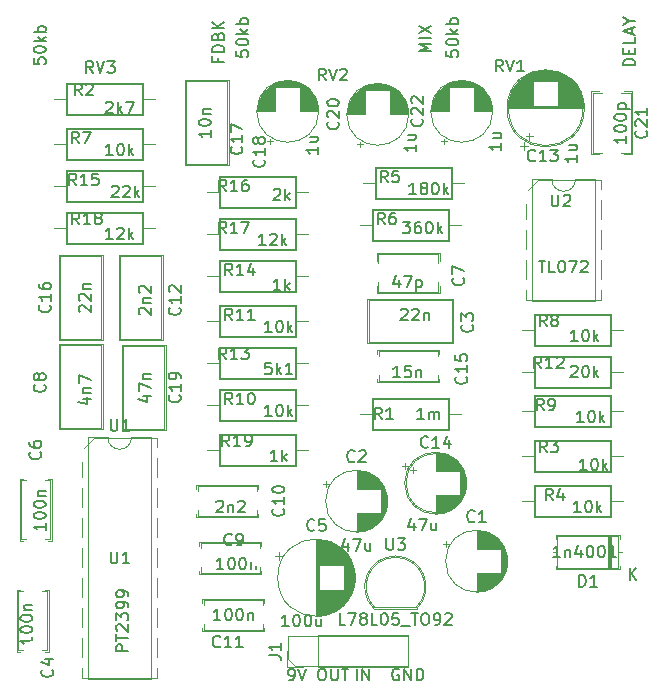
<source format=gto>
G04 #@! TF.GenerationSoftware,KiCad,Pcbnew,7.0.11+dfsg-1build4*
G04 #@! TF.CreationDate,2026-01-25T22:06:14-05:00*
G04 #@! TF.ProjectId,deep_blue_delay,64656570-5f62-46c7-9565-5f64656c6179,rev?*
G04 #@! TF.SameCoordinates,Original*
G04 #@! TF.FileFunction,Legend,Top*
G04 #@! TF.FilePolarity,Positive*
%FSLAX46Y46*%
G04 Gerber Fmt 4.6, Leading zero omitted, Abs format (unit mm)*
G04 Created by KiCad (PCBNEW 7.0.11+dfsg-1build4) date 2026-01-25 22:06:14*
%MOMM*%
%LPD*%
G01*
G04 APERTURE LIST*
%ADD10C,0.150000*%
%ADD11C,0.120000*%
%ADD12C,0.100000*%
%ADD13R,1.600000X1.600000*%
%ADD14C,1.600000*%
%ADD15R,1.700000X1.700000*%
%ADD16O,1.700000X1.700000*%
%ADD17O,1.600000X1.600000*%
%ADD18R,3.500120X3.500120*%
%ADD19C,3.500120*%
%ADD20R,1.800000X1.800000*%
%ADD21O,1.800000X1.800000*%
%ADD22R,1.050000X1.500000*%
%ADD23O,1.050000X1.500000*%
G04 APERTURE END LIST*
D10*
X135328819Y-53879618D02*
X134328819Y-53879618D01*
X134328819Y-53879618D02*
X135043104Y-53546285D01*
X135043104Y-53546285D02*
X134328819Y-53212952D01*
X134328819Y-53212952D02*
X135328819Y-53212952D01*
X135328819Y-52736761D02*
X134328819Y-52736761D01*
X134328819Y-52355809D02*
X135328819Y-51689143D01*
X134328819Y-51689143D02*
X135328819Y-52355809D01*
X129016191Y-107134819D02*
X129016191Y-106134819D01*
X129492381Y-107134819D02*
X129492381Y-106134819D01*
X129492381Y-106134819D02*
X130063809Y-107134819D01*
X130063809Y-107134819D02*
X130063809Y-106134819D01*
X123332952Y-107134819D02*
X123523428Y-107134819D01*
X123523428Y-107134819D02*
X123618666Y-107087200D01*
X123618666Y-107087200D02*
X123666285Y-107039580D01*
X123666285Y-107039580D02*
X123761523Y-106896723D01*
X123761523Y-106896723D02*
X123809142Y-106706247D01*
X123809142Y-106706247D02*
X123809142Y-106325295D01*
X123809142Y-106325295D02*
X123761523Y-106230057D01*
X123761523Y-106230057D02*
X123713904Y-106182438D01*
X123713904Y-106182438D02*
X123618666Y-106134819D01*
X123618666Y-106134819D02*
X123428190Y-106134819D01*
X123428190Y-106134819D02*
X123332952Y-106182438D01*
X123332952Y-106182438D02*
X123285333Y-106230057D01*
X123285333Y-106230057D02*
X123237714Y-106325295D01*
X123237714Y-106325295D02*
X123237714Y-106563390D01*
X123237714Y-106563390D02*
X123285333Y-106658628D01*
X123285333Y-106658628D02*
X123332952Y-106706247D01*
X123332952Y-106706247D02*
X123428190Y-106753866D01*
X123428190Y-106753866D02*
X123618666Y-106753866D01*
X123618666Y-106753866D02*
X123713904Y-106706247D01*
X123713904Y-106706247D02*
X123761523Y-106658628D01*
X123761523Y-106658628D02*
X123809142Y-106563390D01*
X124094857Y-106134819D02*
X124428190Y-107134819D01*
X124428190Y-107134819D02*
X124761523Y-106134819D01*
X126000000Y-106134819D02*
X126190476Y-106134819D01*
X126190476Y-106134819D02*
X126285714Y-106182438D01*
X126285714Y-106182438D02*
X126380952Y-106277676D01*
X126380952Y-106277676D02*
X126428571Y-106468152D01*
X126428571Y-106468152D02*
X126428571Y-106801485D01*
X126428571Y-106801485D02*
X126380952Y-106991961D01*
X126380952Y-106991961D02*
X126285714Y-107087200D01*
X126285714Y-107087200D02*
X126190476Y-107134819D01*
X126190476Y-107134819D02*
X126000000Y-107134819D01*
X126000000Y-107134819D02*
X125904762Y-107087200D01*
X125904762Y-107087200D02*
X125809524Y-106991961D01*
X125809524Y-106991961D02*
X125761905Y-106801485D01*
X125761905Y-106801485D02*
X125761905Y-106468152D01*
X125761905Y-106468152D02*
X125809524Y-106277676D01*
X125809524Y-106277676D02*
X125904762Y-106182438D01*
X125904762Y-106182438D02*
X126000000Y-106134819D01*
X126857143Y-106134819D02*
X126857143Y-106944342D01*
X126857143Y-106944342D02*
X126904762Y-107039580D01*
X126904762Y-107039580D02*
X126952381Y-107087200D01*
X126952381Y-107087200D02*
X127047619Y-107134819D01*
X127047619Y-107134819D02*
X127238095Y-107134819D01*
X127238095Y-107134819D02*
X127333333Y-107087200D01*
X127333333Y-107087200D02*
X127380952Y-107039580D01*
X127380952Y-107039580D02*
X127428571Y-106944342D01*
X127428571Y-106944342D02*
X127428571Y-106134819D01*
X127761905Y-106134819D02*
X128333333Y-106134819D01*
X128047619Y-107134819D02*
X128047619Y-106134819D01*
X132588095Y-106182438D02*
X132492857Y-106134819D01*
X132492857Y-106134819D02*
X132350000Y-106134819D01*
X132350000Y-106134819D02*
X132207143Y-106182438D01*
X132207143Y-106182438D02*
X132111905Y-106277676D01*
X132111905Y-106277676D02*
X132064286Y-106372914D01*
X132064286Y-106372914D02*
X132016667Y-106563390D01*
X132016667Y-106563390D02*
X132016667Y-106706247D01*
X132016667Y-106706247D02*
X132064286Y-106896723D01*
X132064286Y-106896723D02*
X132111905Y-106991961D01*
X132111905Y-106991961D02*
X132207143Y-107087200D01*
X132207143Y-107087200D02*
X132350000Y-107134819D01*
X132350000Y-107134819D02*
X132445238Y-107134819D01*
X132445238Y-107134819D02*
X132588095Y-107087200D01*
X132588095Y-107087200D02*
X132635714Y-107039580D01*
X132635714Y-107039580D02*
X132635714Y-106706247D01*
X132635714Y-106706247D02*
X132445238Y-106706247D01*
X133064286Y-107134819D02*
X133064286Y-106134819D01*
X133064286Y-106134819D02*
X133635714Y-107134819D01*
X133635714Y-107134819D02*
X133635714Y-106134819D01*
X134111905Y-107134819D02*
X134111905Y-106134819D01*
X134111905Y-106134819D02*
X134350000Y-106134819D01*
X134350000Y-106134819D02*
X134492857Y-106182438D01*
X134492857Y-106182438D02*
X134588095Y-106277676D01*
X134588095Y-106277676D02*
X134635714Y-106372914D01*
X134635714Y-106372914D02*
X134683333Y-106563390D01*
X134683333Y-106563390D02*
X134683333Y-106706247D01*
X134683333Y-106706247D02*
X134635714Y-106896723D01*
X134635714Y-106896723D02*
X134588095Y-106991961D01*
X134588095Y-106991961D02*
X134492857Y-107087200D01*
X134492857Y-107087200D02*
X134350000Y-107134819D01*
X134350000Y-107134819D02*
X134111905Y-107134819D01*
X152600819Y-55062190D02*
X151600819Y-55062190D01*
X151600819Y-55062190D02*
X151600819Y-54824095D01*
X151600819Y-54824095D02*
X151648438Y-54681238D01*
X151648438Y-54681238D02*
X151743676Y-54586000D01*
X151743676Y-54586000D02*
X151838914Y-54538381D01*
X151838914Y-54538381D02*
X152029390Y-54490762D01*
X152029390Y-54490762D02*
X152172247Y-54490762D01*
X152172247Y-54490762D02*
X152362723Y-54538381D01*
X152362723Y-54538381D02*
X152457961Y-54586000D01*
X152457961Y-54586000D02*
X152553200Y-54681238D01*
X152553200Y-54681238D02*
X152600819Y-54824095D01*
X152600819Y-54824095D02*
X152600819Y-55062190D01*
X152077009Y-54062190D02*
X152077009Y-53728857D01*
X152600819Y-53586000D02*
X152600819Y-54062190D01*
X152600819Y-54062190D02*
X151600819Y-54062190D01*
X151600819Y-54062190D02*
X151600819Y-53586000D01*
X152600819Y-52681238D02*
X152600819Y-53157428D01*
X152600819Y-53157428D02*
X151600819Y-53157428D01*
X152315104Y-52395523D02*
X152315104Y-51919333D01*
X152600819Y-52490761D02*
X151600819Y-52157428D01*
X151600819Y-52157428D02*
X152600819Y-51824095D01*
X152124628Y-51300285D02*
X152600819Y-51300285D01*
X151600819Y-51633618D02*
X152124628Y-51300285D01*
X152124628Y-51300285D02*
X151600819Y-50966952D01*
X117279009Y-54443142D02*
X117279009Y-54776475D01*
X117802819Y-54776475D02*
X116802819Y-54776475D01*
X116802819Y-54776475D02*
X116802819Y-54300285D01*
X117802819Y-53919332D02*
X116802819Y-53919332D01*
X116802819Y-53919332D02*
X116802819Y-53681237D01*
X116802819Y-53681237D02*
X116850438Y-53538380D01*
X116850438Y-53538380D02*
X116945676Y-53443142D01*
X116945676Y-53443142D02*
X117040914Y-53395523D01*
X117040914Y-53395523D02*
X117231390Y-53347904D01*
X117231390Y-53347904D02*
X117374247Y-53347904D01*
X117374247Y-53347904D02*
X117564723Y-53395523D01*
X117564723Y-53395523D02*
X117659961Y-53443142D01*
X117659961Y-53443142D02*
X117755200Y-53538380D01*
X117755200Y-53538380D02*
X117802819Y-53681237D01*
X117802819Y-53681237D02*
X117802819Y-53919332D01*
X117279009Y-52585999D02*
X117326628Y-52443142D01*
X117326628Y-52443142D02*
X117374247Y-52395523D01*
X117374247Y-52395523D02*
X117469485Y-52347904D01*
X117469485Y-52347904D02*
X117612342Y-52347904D01*
X117612342Y-52347904D02*
X117707580Y-52395523D01*
X117707580Y-52395523D02*
X117755200Y-52443142D01*
X117755200Y-52443142D02*
X117802819Y-52538380D01*
X117802819Y-52538380D02*
X117802819Y-52919332D01*
X117802819Y-52919332D02*
X116802819Y-52919332D01*
X116802819Y-52919332D02*
X116802819Y-52585999D01*
X116802819Y-52585999D02*
X116850438Y-52490761D01*
X116850438Y-52490761D02*
X116898057Y-52443142D01*
X116898057Y-52443142D02*
X116993295Y-52395523D01*
X116993295Y-52395523D02*
X117088533Y-52395523D01*
X117088533Y-52395523D02*
X117183771Y-52443142D01*
X117183771Y-52443142D02*
X117231390Y-52490761D01*
X117231390Y-52490761D02*
X117279009Y-52585999D01*
X117279009Y-52585999D02*
X117279009Y-52919332D01*
X117802819Y-51919332D02*
X116802819Y-51919332D01*
X117802819Y-51347904D02*
X117231390Y-51776475D01*
X116802819Y-51347904D02*
X117374247Y-51919332D01*
X128849333Y-88557580D02*
X128801714Y-88605200D01*
X128801714Y-88605200D02*
X128658857Y-88652819D01*
X128658857Y-88652819D02*
X128563619Y-88652819D01*
X128563619Y-88652819D02*
X128420762Y-88605200D01*
X128420762Y-88605200D02*
X128325524Y-88509961D01*
X128325524Y-88509961D02*
X128277905Y-88414723D01*
X128277905Y-88414723D02*
X128230286Y-88224247D01*
X128230286Y-88224247D02*
X128230286Y-88081390D01*
X128230286Y-88081390D02*
X128277905Y-87890914D01*
X128277905Y-87890914D02*
X128325524Y-87795676D01*
X128325524Y-87795676D02*
X128420762Y-87700438D01*
X128420762Y-87700438D02*
X128563619Y-87652819D01*
X128563619Y-87652819D02*
X128658857Y-87652819D01*
X128658857Y-87652819D02*
X128801714Y-87700438D01*
X128801714Y-87700438D02*
X128849333Y-87748057D01*
X129230286Y-87748057D02*
X129277905Y-87700438D01*
X129277905Y-87700438D02*
X129373143Y-87652819D01*
X129373143Y-87652819D02*
X129611238Y-87652819D01*
X129611238Y-87652819D02*
X129706476Y-87700438D01*
X129706476Y-87700438D02*
X129754095Y-87748057D01*
X129754095Y-87748057D02*
X129801714Y-87843295D01*
X129801714Y-87843295D02*
X129801714Y-87938533D01*
X129801714Y-87938533D02*
X129754095Y-88081390D01*
X129754095Y-88081390D02*
X129182667Y-88652819D01*
X129182667Y-88652819D02*
X129801714Y-88652819D01*
X128277904Y-95486152D02*
X128277904Y-96152819D01*
X128039809Y-95105200D02*
X127801714Y-95819485D01*
X127801714Y-95819485D02*
X128420761Y-95819485D01*
X128706476Y-95152819D02*
X129373142Y-95152819D01*
X129373142Y-95152819D02*
X128944571Y-96152819D01*
X130182666Y-95486152D02*
X130182666Y-96152819D01*
X129754095Y-95486152D02*
X129754095Y-96009961D01*
X129754095Y-96009961D02*
X129801714Y-96105200D01*
X129801714Y-96105200D02*
X129896952Y-96152819D01*
X129896952Y-96152819D02*
X130039809Y-96152819D01*
X130039809Y-96152819D02*
X130135047Y-96105200D01*
X130135047Y-96105200D02*
X130182666Y-96057580D01*
X138789580Y-77001666D02*
X138837200Y-77049285D01*
X138837200Y-77049285D02*
X138884819Y-77192142D01*
X138884819Y-77192142D02*
X138884819Y-77287380D01*
X138884819Y-77287380D02*
X138837200Y-77430237D01*
X138837200Y-77430237D02*
X138741961Y-77525475D01*
X138741961Y-77525475D02*
X138646723Y-77573094D01*
X138646723Y-77573094D02*
X138456247Y-77620713D01*
X138456247Y-77620713D02*
X138313390Y-77620713D01*
X138313390Y-77620713D02*
X138122914Y-77573094D01*
X138122914Y-77573094D02*
X138027676Y-77525475D01*
X138027676Y-77525475D02*
X137932438Y-77430237D01*
X137932438Y-77430237D02*
X137884819Y-77287380D01*
X137884819Y-77287380D02*
X137884819Y-77192142D01*
X137884819Y-77192142D02*
X137932438Y-77049285D01*
X137932438Y-77049285D02*
X137980057Y-77001666D01*
X137884819Y-76668332D02*
X137884819Y-76049285D01*
X137884819Y-76049285D02*
X138265771Y-76382618D01*
X138265771Y-76382618D02*
X138265771Y-76239761D01*
X138265771Y-76239761D02*
X138313390Y-76144523D01*
X138313390Y-76144523D02*
X138361009Y-76096904D01*
X138361009Y-76096904D02*
X138456247Y-76049285D01*
X138456247Y-76049285D02*
X138694342Y-76049285D01*
X138694342Y-76049285D02*
X138789580Y-76096904D01*
X138789580Y-76096904D02*
X138837200Y-76144523D01*
X138837200Y-76144523D02*
X138884819Y-76239761D01*
X138884819Y-76239761D02*
X138884819Y-76525475D01*
X138884819Y-76525475D02*
X138837200Y-76620713D01*
X138837200Y-76620713D02*
X138789580Y-76668332D01*
X132770714Y-75750057D02*
X132818333Y-75702438D01*
X132818333Y-75702438D02*
X132913571Y-75654819D01*
X132913571Y-75654819D02*
X133151666Y-75654819D01*
X133151666Y-75654819D02*
X133246904Y-75702438D01*
X133246904Y-75702438D02*
X133294523Y-75750057D01*
X133294523Y-75750057D02*
X133342142Y-75845295D01*
X133342142Y-75845295D02*
X133342142Y-75940533D01*
X133342142Y-75940533D02*
X133294523Y-76083390D01*
X133294523Y-76083390D02*
X132723095Y-76654819D01*
X132723095Y-76654819D02*
X133342142Y-76654819D01*
X133723095Y-75750057D02*
X133770714Y-75702438D01*
X133770714Y-75702438D02*
X133865952Y-75654819D01*
X133865952Y-75654819D02*
X134104047Y-75654819D01*
X134104047Y-75654819D02*
X134199285Y-75702438D01*
X134199285Y-75702438D02*
X134246904Y-75750057D01*
X134246904Y-75750057D02*
X134294523Y-75845295D01*
X134294523Y-75845295D02*
X134294523Y-75940533D01*
X134294523Y-75940533D02*
X134246904Y-76083390D01*
X134246904Y-76083390D02*
X133675476Y-76654819D01*
X133675476Y-76654819D02*
X134294523Y-76654819D01*
X134723095Y-75988152D02*
X134723095Y-76654819D01*
X134723095Y-76083390D02*
X134770714Y-76035771D01*
X134770714Y-76035771D02*
X134865952Y-75988152D01*
X134865952Y-75988152D02*
X135008809Y-75988152D01*
X135008809Y-75988152D02*
X135104047Y-76035771D01*
X135104047Y-76035771D02*
X135151666Y-76131009D01*
X135151666Y-76131009D02*
X135151666Y-76654819D01*
X103229580Y-106211666D02*
X103277200Y-106259285D01*
X103277200Y-106259285D02*
X103324819Y-106402142D01*
X103324819Y-106402142D02*
X103324819Y-106497380D01*
X103324819Y-106497380D02*
X103277200Y-106640237D01*
X103277200Y-106640237D02*
X103181961Y-106735475D01*
X103181961Y-106735475D02*
X103086723Y-106783094D01*
X103086723Y-106783094D02*
X102896247Y-106830713D01*
X102896247Y-106830713D02*
X102753390Y-106830713D01*
X102753390Y-106830713D02*
X102562914Y-106783094D01*
X102562914Y-106783094D02*
X102467676Y-106735475D01*
X102467676Y-106735475D02*
X102372438Y-106640237D01*
X102372438Y-106640237D02*
X102324819Y-106497380D01*
X102324819Y-106497380D02*
X102324819Y-106402142D01*
X102324819Y-106402142D02*
X102372438Y-106259285D01*
X102372438Y-106259285D02*
X102420057Y-106211666D01*
X102658152Y-105354523D02*
X103324819Y-105354523D01*
X102277200Y-105592618D02*
X102991485Y-105830713D01*
X102991485Y-105830713D02*
X102991485Y-105211666D01*
X101546819Y-103481047D02*
X101546819Y-104052475D01*
X101546819Y-103766761D02*
X100546819Y-103766761D01*
X100546819Y-103766761D02*
X100689676Y-103861999D01*
X100689676Y-103861999D02*
X100784914Y-103957237D01*
X100784914Y-103957237D02*
X100832533Y-104052475D01*
X100546819Y-102861999D02*
X100546819Y-102766761D01*
X100546819Y-102766761D02*
X100594438Y-102671523D01*
X100594438Y-102671523D02*
X100642057Y-102623904D01*
X100642057Y-102623904D02*
X100737295Y-102576285D01*
X100737295Y-102576285D02*
X100927771Y-102528666D01*
X100927771Y-102528666D02*
X101165866Y-102528666D01*
X101165866Y-102528666D02*
X101356342Y-102576285D01*
X101356342Y-102576285D02*
X101451580Y-102623904D01*
X101451580Y-102623904D02*
X101499200Y-102671523D01*
X101499200Y-102671523D02*
X101546819Y-102766761D01*
X101546819Y-102766761D02*
X101546819Y-102861999D01*
X101546819Y-102861999D02*
X101499200Y-102957237D01*
X101499200Y-102957237D02*
X101451580Y-103004856D01*
X101451580Y-103004856D02*
X101356342Y-103052475D01*
X101356342Y-103052475D02*
X101165866Y-103100094D01*
X101165866Y-103100094D02*
X100927771Y-103100094D01*
X100927771Y-103100094D02*
X100737295Y-103052475D01*
X100737295Y-103052475D02*
X100642057Y-103004856D01*
X100642057Y-103004856D02*
X100594438Y-102957237D01*
X100594438Y-102957237D02*
X100546819Y-102861999D01*
X100546819Y-101909618D02*
X100546819Y-101814380D01*
X100546819Y-101814380D02*
X100594438Y-101719142D01*
X100594438Y-101719142D02*
X100642057Y-101671523D01*
X100642057Y-101671523D02*
X100737295Y-101623904D01*
X100737295Y-101623904D02*
X100927771Y-101576285D01*
X100927771Y-101576285D02*
X101165866Y-101576285D01*
X101165866Y-101576285D02*
X101356342Y-101623904D01*
X101356342Y-101623904D02*
X101451580Y-101671523D01*
X101451580Y-101671523D02*
X101499200Y-101719142D01*
X101499200Y-101719142D02*
X101546819Y-101814380D01*
X101546819Y-101814380D02*
X101546819Y-101909618D01*
X101546819Y-101909618D02*
X101499200Y-102004856D01*
X101499200Y-102004856D02*
X101451580Y-102052475D01*
X101451580Y-102052475D02*
X101356342Y-102100094D01*
X101356342Y-102100094D02*
X101165866Y-102147713D01*
X101165866Y-102147713D02*
X100927771Y-102147713D01*
X100927771Y-102147713D02*
X100737295Y-102100094D01*
X100737295Y-102100094D02*
X100642057Y-102052475D01*
X100642057Y-102052475D02*
X100594438Y-102004856D01*
X100594438Y-102004856D02*
X100546819Y-101909618D01*
X100880152Y-101147713D02*
X101546819Y-101147713D01*
X100975390Y-101147713D02*
X100927771Y-101100094D01*
X100927771Y-101100094D02*
X100880152Y-101004856D01*
X100880152Y-101004856D02*
X100880152Y-100861999D01*
X100880152Y-100861999D02*
X100927771Y-100766761D01*
X100927771Y-100766761D02*
X101023009Y-100719142D01*
X101023009Y-100719142D02*
X101546819Y-100719142D01*
X125448333Y-94384580D02*
X125400714Y-94432200D01*
X125400714Y-94432200D02*
X125257857Y-94479819D01*
X125257857Y-94479819D02*
X125162619Y-94479819D01*
X125162619Y-94479819D02*
X125019762Y-94432200D01*
X125019762Y-94432200D02*
X124924524Y-94336961D01*
X124924524Y-94336961D02*
X124876905Y-94241723D01*
X124876905Y-94241723D02*
X124829286Y-94051247D01*
X124829286Y-94051247D02*
X124829286Y-93908390D01*
X124829286Y-93908390D02*
X124876905Y-93717914D01*
X124876905Y-93717914D02*
X124924524Y-93622676D01*
X124924524Y-93622676D02*
X125019762Y-93527438D01*
X125019762Y-93527438D02*
X125162619Y-93479819D01*
X125162619Y-93479819D02*
X125257857Y-93479819D01*
X125257857Y-93479819D02*
X125400714Y-93527438D01*
X125400714Y-93527438D02*
X125448333Y-93575057D01*
X126353095Y-93479819D02*
X125876905Y-93479819D01*
X125876905Y-93479819D02*
X125829286Y-93956009D01*
X125829286Y-93956009D02*
X125876905Y-93908390D01*
X125876905Y-93908390D02*
X125972143Y-93860771D01*
X125972143Y-93860771D02*
X126210238Y-93860771D01*
X126210238Y-93860771D02*
X126305476Y-93908390D01*
X126305476Y-93908390D02*
X126353095Y-93956009D01*
X126353095Y-93956009D02*
X126400714Y-94051247D01*
X126400714Y-94051247D02*
X126400714Y-94289342D01*
X126400714Y-94289342D02*
X126353095Y-94384580D01*
X126353095Y-94384580D02*
X126305476Y-94432200D01*
X126305476Y-94432200D02*
X126210238Y-94479819D01*
X126210238Y-94479819D02*
X125972143Y-94479819D01*
X125972143Y-94479819D02*
X125876905Y-94432200D01*
X125876905Y-94432200D02*
X125829286Y-94384580D01*
X123280952Y-102554819D02*
X122709524Y-102554819D01*
X122995238Y-102554819D02*
X122995238Y-101554819D01*
X122995238Y-101554819D02*
X122900000Y-101697676D01*
X122900000Y-101697676D02*
X122804762Y-101792914D01*
X122804762Y-101792914D02*
X122709524Y-101840533D01*
X123900000Y-101554819D02*
X123995238Y-101554819D01*
X123995238Y-101554819D02*
X124090476Y-101602438D01*
X124090476Y-101602438D02*
X124138095Y-101650057D01*
X124138095Y-101650057D02*
X124185714Y-101745295D01*
X124185714Y-101745295D02*
X124233333Y-101935771D01*
X124233333Y-101935771D02*
X124233333Y-102173866D01*
X124233333Y-102173866D02*
X124185714Y-102364342D01*
X124185714Y-102364342D02*
X124138095Y-102459580D01*
X124138095Y-102459580D02*
X124090476Y-102507200D01*
X124090476Y-102507200D02*
X123995238Y-102554819D01*
X123995238Y-102554819D02*
X123900000Y-102554819D01*
X123900000Y-102554819D02*
X123804762Y-102507200D01*
X123804762Y-102507200D02*
X123757143Y-102459580D01*
X123757143Y-102459580D02*
X123709524Y-102364342D01*
X123709524Y-102364342D02*
X123661905Y-102173866D01*
X123661905Y-102173866D02*
X123661905Y-101935771D01*
X123661905Y-101935771D02*
X123709524Y-101745295D01*
X123709524Y-101745295D02*
X123757143Y-101650057D01*
X123757143Y-101650057D02*
X123804762Y-101602438D01*
X123804762Y-101602438D02*
X123900000Y-101554819D01*
X124852381Y-101554819D02*
X124947619Y-101554819D01*
X124947619Y-101554819D02*
X125042857Y-101602438D01*
X125042857Y-101602438D02*
X125090476Y-101650057D01*
X125090476Y-101650057D02*
X125138095Y-101745295D01*
X125138095Y-101745295D02*
X125185714Y-101935771D01*
X125185714Y-101935771D02*
X125185714Y-102173866D01*
X125185714Y-102173866D02*
X125138095Y-102364342D01*
X125138095Y-102364342D02*
X125090476Y-102459580D01*
X125090476Y-102459580D02*
X125042857Y-102507200D01*
X125042857Y-102507200D02*
X124947619Y-102554819D01*
X124947619Y-102554819D02*
X124852381Y-102554819D01*
X124852381Y-102554819D02*
X124757143Y-102507200D01*
X124757143Y-102507200D02*
X124709524Y-102459580D01*
X124709524Y-102459580D02*
X124661905Y-102364342D01*
X124661905Y-102364342D02*
X124614286Y-102173866D01*
X124614286Y-102173866D02*
X124614286Y-101935771D01*
X124614286Y-101935771D02*
X124661905Y-101745295D01*
X124661905Y-101745295D02*
X124709524Y-101650057D01*
X124709524Y-101650057D02*
X124757143Y-101602438D01*
X124757143Y-101602438D02*
X124852381Y-101554819D01*
X126042857Y-101888152D02*
X126042857Y-102554819D01*
X125614286Y-101888152D02*
X125614286Y-102411961D01*
X125614286Y-102411961D02*
X125661905Y-102507200D01*
X125661905Y-102507200D02*
X125757143Y-102554819D01*
X125757143Y-102554819D02*
X125900000Y-102554819D01*
X125900000Y-102554819D02*
X125995238Y-102507200D01*
X125995238Y-102507200D02*
X126042857Y-102459580D01*
X102213580Y-87796666D02*
X102261200Y-87844285D01*
X102261200Y-87844285D02*
X102308819Y-87987142D01*
X102308819Y-87987142D02*
X102308819Y-88082380D01*
X102308819Y-88082380D02*
X102261200Y-88225237D01*
X102261200Y-88225237D02*
X102165961Y-88320475D01*
X102165961Y-88320475D02*
X102070723Y-88368094D01*
X102070723Y-88368094D02*
X101880247Y-88415713D01*
X101880247Y-88415713D02*
X101737390Y-88415713D01*
X101737390Y-88415713D02*
X101546914Y-88368094D01*
X101546914Y-88368094D02*
X101451676Y-88320475D01*
X101451676Y-88320475D02*
X101356438Y-88225237D01*
X101356438Y-88225237D02*
X101308819Y-88082380D01*
X101308819Y-88082380D02*
X101308819Y-87987142D01*
X101308819Y-87987142D02*
X101356438Y-87844285D01*
X101356438Y-87844285D02*
X101404057Y-87796666D01*
X101308819Y-86939523D02*
X101308819Y-87129999D01*
X101308819Y-87129999D02*
X101356438Y-87225237D01*
X101356438Y-87225237D02*
X101404057Y-87272856D01*
X101404057Y-87272856D02*
X101546914Y-87368094D01*
X101546914Y-87368094D02*
X101737390Y-87415713D01*
X101737390Y-87415713D02*
X102118342Y-87415713D01*
X102118342Y-87415713D02*
X102213580Y-87368094D01*
X102213580Y-87368094D02*
X102261200Y-87320475D01*
X102261200Y-87320475D02*
X102308819Y-87225237D01*
X102308819Y-87225237D02*
X102308819Y-87034761D01*
X102308819Y-87034761D02*
X102261200Y-86939523D01*
X102261200Y-86939523D02*
X102213580Y-86891904D01*
X102213580Y-86891904D02*
X102118342Y-86844285D01*
X102118342Y-86844285D02*
X101880247Y-86844285D01*
X101880247Y-86844285D02*
X101785009Y-86891904D01*
X101785009Y-86891904D02*
X101737390Y-86939523D01*
X101737390Y-86939523D02*
X101689771Y-87034761D01*
X101689771Y-87034761D02*
X101689771Y-87225237D01*
X101689771Y-87225237D02*
X101737390Y-87320475D01*
X101737390Y-87320475D02*
X101785009Y-87368094D01*
X101785009Y-87368094D02*
X101880247Y-87415713D01*
X102689819Y-93829047D02*
X102689819Y-94400475D01*
X102689819Y-94114761D02*
X101689819Y-94114761D01*
X101689819Y-94114761D02*
X101832676Y-94209999D01*
X101832676Y-94209999D02*
X101927914Y-94305237D01*
X101927914Y-94305237D02*
X101975533Y-94400475D01*
X101689819Y-93209999D02*
X101689819Y-93114761D01*
X101689819Y-93114761D02*
X101737438Y-93019523D01*
X101737438Y-93019523D02*
X101785057Y-92971904D01*
X101785057Y-92971904D02*
X101880295Y-92924285D01*
X101880295Y-92924285D02*
X102070771Y-92876666D01*
X102070771Y-92876666D02*
X102308866Y-92876666D01*
X102308866Y-92876666D02*
X102499342Y-92924285D01*
X102499342Y-92924285D02*
X102594580Y-92971904D01*
X102594580Y-92971904D02*
X102642200Y-93019523D01*
X102642200Y-93019523D02*
X102689819Y-93114761D01*
X102689819Y-93114761D02*
X102689819Y-93209999D01*
X102689819Y-93209999D02*
X102642200Y-93305237D01*
X102642200Y-93305237D02*
X102594580Y-93352856D01*
X102594580Y-93352856D02*
X102499342Y-93400475D01*
X102499342Y-93400475D02*
X102308866Y-93448094D01*
X102308866Y-93448094D02*
X102070771Y-93448094D01*
X102070771Y-93448094D02*
X101880295Y-93400475D01*
X101880295Y-93400475D02*
X101785057Y-93352856D01*
X101785057Y-93352856D02*
X101737438Y-93305237D01*
X101737438Y-93305237D02*
X101689819Y-93209999D01*
X101689819Y-92257618D02*
X101689819Y-92162380D01*
X101689819Y-92162380D02*
X101737438Y-92067142D01*
X101737438Y-92067142D02*
X101785057Y-92019523D01*
X101785057Y-92019523D02*
X101880295Y-91971904D01*
X101880295Y-91971904D02*
X102070771Y-91924285D01*
X102070771Y-91924285D02*
X102308866Y-91924285D01*
X102308866Y-91924285D02*
X102499342Y-91971904D01*
X102499342Y-91971904D02*
X102594580Y-92019523D01*
X102594580Y-92019523D02*
X102642200Y-92067142D01*
X102642200Y-92067142D02*
X102689819Y-92162380D01*
X102689819Y-92162380D02*
X102689819Y-92257618D01*
X102689819Y-92257618D02*
X102642200Y-92352856D01*
X102642200Y-92352856D02*
X102594580Y-92400475D01*
X102594580Y-92400475D02*
X102499342Y-92448094D01*
X102499342Y-92448094D02*
X102308866Y-92495713D01*
X102308866Y-92495713D02*
X102070771Y-92495713D01*
X102070771Y-92495713D02*
X101880295Y-92448094D01*
X101880295Y-92448094D02*
X101785057Y-92400475D01*
X101785057Y-92400475D02*
X101737438Y-92352856D01*
X101737438Y-92352856D02*
X101689819Y-92257618D01*
X102023152Y-91495713D02*
X102689819Y-91495713D01*
X102118390Y-91495713D02*
X102070771Y-91448094D01*
X102070771Y-91448094D02*
X102023152Y-91352856D01*
X102023152Y-91352856D02*
X102023152Y-91209999D01*
X102023152Y-91209999D02*
X102070771Y-91114761D01*
X102070771Y-91114761D02*
X102166009Y-91067142D01*
X102166009Y-91067142D02*
X102689819Y-91067142D01*
X138027580Y-73064666D02*
X138075200Y-73112285D01*
X138075200Y-73112285D02*
X138122819Y-73255142D01*
X138122819Y-73255142D02*
X138122819Y-73350380D01*
X138122819Y-73350380D02*
X138075200Y-73493237D01*
X138075200Y-73493237D02*
X137979961Y-73588475D01*
X137979961Y-73588475D02*
X137884723Y-73636094D01*
X137884723Y-73636094D02*
X137694247Y-73683713D01*
X137694247Y-73683713D02*
X137551390Y-73683713D01*
X137551390Y-73683713D02*
X137360914Y-73636094D01*
X137360914Y-73636094D02*
X137265676Y-73588475D01*
X137265676Y-73588475D02*
X137170438Y-73493237D01*
X137170438Y-73493237D02*
X137122819Y-73350380D01*
X137122819Y-73350380D02*
X137122819Y-73255142D01*
X137122819Y-73255142D02*
X137170438Y-73112285D01*
X137170438Y-73112285D02*
X137218057Y-73064666D01*
X137122819Y-72731332D02*
X137122819Y-72064666D01*
X137122819Y-72064666D02*
X138122819Y-72493237D01*
X132611904Y-73194152D02*
X132611904Y-73860819D01*
X132373809Y-72813200D02*
X132135714Y-73527485D01*
X132135714Y-73527485D02*
X132754761Y-73527485D01*
X133040476Y-72860819D02*
X133707142Y-72860819D01*
X133707142Y-72860819D02*
X133278571Y-73860819D01*
X134088095Y-73194152D02*
X134088095Y-74194152D01*
X134088095Y-73241771D02*
X134183333Y-73194152D01*
X134183333Y-73194152D02*
X134373809Y-73194152D01*
X134373809Y-73194152D02*
X134469047Y-73241771D01*
X134469047Y-73241771D02*
X134516666Y-73289390D01*
X134516666Y-73289390D02*
X134564285Y-73384628D01*
X134564285Y-73384628D02*
X134564285Y-73670342D01*
X134564285Y-73670342D02*
X134516666Y-73765580D01*
X134516666Y-73765580D02*
X134469047Y-73813200D01*
X134469047Y-73813200D02*
X134373809Y-73860819D01*
X134373809Y-73860819D02*
X134183333Y-73860819D01*
X134183333Y-73860819D02*
X134088095Y-73813200D01*
X102594580Y-82081666D02*
X102642200Y-82129285D01*
X102642200Y-82129285D02*
X102689819Y-82272142D01*
X102689819Y-82272142D02*
X102689819Y-82367380D01*
X102689819Y-82367380D02*
X102642200Y-82510237D01*
X102642200Y-82510237D02*
X102546961Y-82605475D01*
X102546961Y-82605475D02*
X102451723Y-82653094D01*
X102451723Y-82653094D02*
X102261247Y-82700713D01*
X102261247Y-82700713D02*
X102118390Y-82700713D01*
X102118390Y-82700713D02*
X101927914Y-82653094D01*
X101927914Y-82653094D02*
X101832676Y-82605475D01*
X101832676Y-82605475D02*
X101737438Y-82510237D01*
X101737438Y-82510237D02*
X101689819Y-82367380D01*
X101689819Y-82367380D02*
X101689819Y-82272142D01*
X101689819Y-82272142D02*
X101737438Y-82129285D01*
X101737438Y-82129285D02*
X101785057Y-82081666D01*
X102118390Y-81510237D02*
X102070771Y-81605475D01*
X102070771Y-81605475D02*
X102023152Y-81653094D01*
X102023152Y-81653094D02*
X101927914Y-81700713D01*
X101927914Y-81700713D02*
X101880295Y-81700713D01*
X101880295Y-81700713D02*
X101785057Y-81653094D01*
X101785057Y-81653094D02*
X101737438Y-81605475D01*
X101737438Y-81605475D02*
X101689819Y-81510237D01*
X101689819Y-81510237D02*
X101689819Y-81319761D01*
X101689819Y-81319761D02*
X101737438Y-81224523D01*
X101737438Y-81224523D02*
X101785057Y-81176904D01*
X101785057Y-81176904D02*
X101880295Y-81129285D01*
X101880295Y-81129285D02*
X101927914Y-81129285D01*
X101927914Y-81129285D02*
X102023152Y-81176904D01*
X102023152Y-81176904D02*
X102070771Y-81224523D01*
X102070771Y-81224523D02*
X102118390Y-81319761D01*
X102118390Y-81319761D02*
X102118390Y-81510237D01*
X102118390Y-81510237D02*
X102166009Y-81605475D01*
X102166009Y-81605475D02*
X102213628Y-81653094D01*
X102213628Y-81653094D02*
X102308866Y-81700713D01*
X102308866Y-81700713D02*
X102499342Y-81700713D01*
X102499342Y-81700713D02*
X102594580Y-81653094D01*
X102594580Y-81653094D02*
X102642200Y-81605475D01*
X102642200Y-81605475D02*
X102689819Y-81510237D01*
X102689819Y-81510237D02*
X102689819Y-81319761D01*
X102689819Y-81319761D02*
X102642200Y-81224523D01*
X102642200Y-81224523D02*
X102594580Y-81176904D01*
X102594580Y-81176904D02*
X102499342Y-81129285D01*
X102499342Y-81129285D02*
X102308866Y-81129285D01*
X102308866Y-81129285D02*
X102213628Y-81176904D01*
X102213628Y-81176904D02*
X102166009Y-81224523D01*
X102166009Y-81224523D02*
X102118390Y-81319761D01*
X105833152Y-83288095D02*
X106499819Y-83288095D01*
X105452200Y-83526190D02*
X106166485Y-83764285D01*
X106166485Y-83764285D02*
X106166485Y-83145238D01*
X105833152Y-82764285D02*
X106499819Y-82764285D01*
X105928390Y-82764285D02*
X105880771Y-82716666D01*
X105880771Y-82716666D02*
X105833152Y-82621428D01*
X105833152Y-82621428D02*
X105833152Y-82478571D01*
X105833152Y-82478571D02*
X105880771Y-82383333D01*
X105880771Y-82383333D02*
X105976009Y-82335714D01*
X105976009Y-82335714D02*
X106499819Y-82335714D01*
X105499819Y-81954761D02*
X105499819Y-81288095D01*
X105499819Y-81288095D02*
X106499819Y-81716666D01*
X118451333Y-95609580D02*
X118403714Y-95657200D01*
X118403714Y-95657200D02*
X118260857Y-95704819D01*
X118260857Y-95704819D02*
X118165619Y-95704819D01*
X118165619Y-95704819D02*
X118022762Y-95657200D01*
X118022762Y-95657200D02*
X117927524Y-95561961D01*
X117927524Y-95561961D02*
X117879905Y-95466723D01*
X117879905Y-95466723D02*
X117832286Y-95276247D01*
X117832286Y-95276247D02*
X117832286Y-95133390D01*
X117832286Y-95133390D02*
X117879905Y-94942914D01*
X117879905Y-94942914D02*
X117927524Y-94847676D01*
X117927524Y-94847676D02*
X118022762Y-94752438D01*
X118022762Y-94752438D02*
X118165619Y-94704819D01*
X118165619Y-94704819D02*
X118260857Y-94704819D01*
X118260857Y-94704819D02*
X118403714Y-94752438D01*
X118403714Y-94752438D02*
X118451333Y-94800057D01*
X118927524Y-95704819D02*
X119118000Y-95704819D01*
X119118000Y-95704819D02*
X119213238Y-95657200D01*
X119213238Y-95657200D02*
X119260857Y-95609580D01*
X119260857Y-95609580D02*
X119356095Y-95466723D01*
X119356095Y-95466723D02*
X119403714Y-95276247D01*
X119403714Y-95276247D02*
X119403714Y-94895295D01*
X119403714Y-94895295D02*
X119356095Y-94800057D01*
X119356095Y-94800057D02*
X119308476Y-94752438D01*
X119308476Y-94752438D02*
X119213238Y-94704819D01*
X119213238Y-94704819D02*
X119022762Y-94704819D01*
X119022762Y-94704819D02*
X118927524Y-94752438D01*
X118927524Y-94752438D02*
X118879905Y-94800057D01*
X118879905Y-94800057D02*
X118832286Y-94895295D01*
X118832286Y-94895295D02*
X118832286Y-95133390D01*
X118832286Y-95133390D02*
X118879905Y-95228628D01*
X118879905Y-95228628D02*
X118927524Y-95276247D01*
X118927524Y-95276247D02*
X119022762Y-95323866D01*
X119022762Y-95323866D02*
X119213238Y-95323866D01*
X119213238Y-95323866D02*
X119308476Y-95276247D01*
X119308476Y-95276247D02*
X119356095Y-95228628D01*
X119356095Y-95228628D02*
X119403714Y-95133390D01*
X117752952Y-97736819D02*
X117181524Y-97736819D01*
X117467238Y-97736819D02*
X117467238Y-96736819D01*
X117467238Y-96736819D02*
X117372000Y-96879676D01*
X117372000Y-96879676D02*
X117276762Y-96974914D01*
X117276762Y-96974914D02*
X117181524Y-97022533D01*
X118372000Y-96736819D02*
X118467238Y-96736819D01*
X118467238Y-96736819D02*
X118562476Y-96784438D01*
X118562476Y-96784438D02*
X118610095Y-96832057D01*
X118610095Y-96832057D02*
X118657714Y-96927295D01*
X118657714Y-96927295D02*
X118705333Y-97117771D01*
X118705333Y-97117771D02*
X118705333Y-97355866D01*
X118705333Y-97355866D02*
X118657714Y-97546342D01*
X118657714Y-97546342D02*
X118610095Y-97641580D01*
X118610095Y-97641580D02*
X118562476Y-97689200D01*
X118562476Y-97689200D02*
X118467238Y-97736819D01*
X118467238Y-97736819D02*
X118372000Y-97736819D01*
X118372000Y-97736819D02*
X118276762Y-97689200D01*
X118276762Y-97689200D02*
X118229143Y-97641580D01*
X118229143Y-97641580D02*
X118181524Y-97546342D01*
X118181524Y-97546342D02*
X118133905Y-97355866D01*
X118133905Y-97355866D02*
X118133905Y-97117771D01*
X118133905Y-97117771D02*
X118181524Y-96927295D01*
X118181524Y-96927295D02*
X118229143Y-96832057D01*
X118229143Y-96832057D02*
X118276762Y-96784438D01*
X118276762Y-96784438D02*
X118372000Y-96736819D01*
X119324381Y-96736819D02*
X119419619Y-96736819D01*
X119419619Y-96736819D02*
X119514857Y-96784438D01*
X119514857Y-96784438D02*
X119562476Y-96832057D01*
X119562476Y-96832057D02*
X119610095Y-96927295D01*
X119610095Y-96927295D02*
X119657714Y-97117771D01*
X119657714Y-97117771D02*
X119657714Y-97355866D01*
X119657714Y-97355866D02*
X119610095Y-97546342D01*
X119610095Y-97546342D02*
X119562476Y-97641580D01*
X119562476Y-97641580D02*
X119514857Y-97689200D01*
X119514857Y-97689200D02*
X119419619Y-97736819D01*
X119419619Y-97736819D02*
X119324381Y-97736819D01*
X119324381Y-97736819D02*
X119229143Y-97689200D01*
X119229143Y-97689200D02*
X119181524Y-97641580D01*
X119181524Y-97641580D02*
X119133905Y-97546342D01*
X119133905Y-97546342D02*
X119086286Y-97355866D01*
X119086286Y-97355866D02*
X119086286Y-97117771D01*
X119086286Y-97117771D02*
X119133905Y-96927295D01*
X119133905Y-96927295D02*
X119181524Y-96832057D01*
X119181524Y-96832057D02*
X119229143Y-96784438D01*
X119229143Y-96784438D02*
X119324381Y-96736819D01*
X120086286Y-97070152D02*
X120086286Y-97736819D01*
X120086286Y-97165390D02*
X120133905Y-97117771D01*
X120133905Y-97117771D02*
X120229143Y-97070152D01*
X120229143Y-97070152D02*
X120372000Y-97070152D01*
X120372000Y-97070152D02*
X120467238Y-97117771D01*
X120467238Y-97117771D02*
X120514857Y-97213009D01*
X120514857Y-97213009D02*
X120514857Y-97736819D01*
X122787580Y-92590857D02*
X122835200Y-92638476D01*
X122835200Y-92638476D02*
X122882819Y-92781333D01*
X122882819Y-92781333D02*
X122882819Y-92876571D01*
X122882819Y-92876571D02*
X122835200Y-93019428D01*
X122835200Y-93019428D02*
X122739961Y-93114666D01*
X122739961Y-93114666D02*
X122644723Y-93162285D01*
X122644723Y-93162285D02*
X122454247Y-93209904D01*
X122454247Y-93209904D02*
X122311390Y-93209904D01*
X122311390Y-93209904D02*
X122120914Y-93162285D01*
X122120914Y-93162285D02*
X122025676Y-93114666D01*
X122025676Y-93114666D02*
X121930438Y-93019428D01*
X121930438Y-93019428D02*
X121882819Y-92876571D01*
X121882819Y-92876571D02*
X121882819Y-92781333D01*
X121882819Y-92781333D02*
X121930438Y-92638476D01*
X121930438Y-92638476D02*
X121978057Y-92590857D01*
X122882819Y-91638476D02*
X122882819Y-92209904D01*
X122882819Y-91924190D02*
X121882819Y-91924190D01*
X121882819Y-91924190D02*
X122025676Y-92019428D01*
X122025676Y-92019428D02*
X122120914Y-92114666D01*
X122120914Y-92114666D02*
X122168533Y-92209904D01*
X121882819Y-91019428D02*
X121882819Y-90924190D01*
X121882819Y-90924190D02*
X121930438Y-90828952D01*
X121930438Y-90828952D02*
X121978057Y-90781333D01*
X121978057Y-90781333D02*
X122073295Y-90733714D01*
X122073295Y-90733714D02*
X122263771Y-90686095D01*
X122263771Y-90686095D02*
X122501866Y-90686095D01*
X122501866Y-90686095D02*
X122692342Y-90733714D01*
X122692342Y-90733714D02*
X122787580Y-90781333D01*
X122787580Y-90781333D02*
X122835200Y-90828952D01*
X122835200Y-90828952D02*
X122882819Y-90924190D01*
X122882819Y-90924190D02*
X122882819Y-91019428D01*
X122882819Y-91019428D02*
X122835200Y-91114666D01*
X122835200Y-91114666D02*
X122787580Y-91162285D01*
X122787580Y-91162285D02*
X122692342Y-91209904D01*
X122692342Y-91209904D02*
X122501866Y-91257523D01*
X122501866Y-91257523D02*
X122263771Y-91257523D01*
X122263771Y-91257523D02*
X122073295Y-91209904D01*
X122073295Y-91209904D02*
X121978057Y-91162285D01*
X121978057Y-91162285D02*
X121930438Y-91114666D01*
X121930438Y-91114666D02*
X121882819Y-91019428D01*
X117149714Y-92006057D02*
X117197333Y-91958438D01*
X117197333Y-91958438D02*
X117292571Y-91910819D01*
X117292571Y-91910819D02*
X117530666Y-91910819D01*
X117530666Y-91910819D02*
X117625904Y-91958438D01*
X117625904Y-91958438D02*
X117673523Y-92006057D01*
X117673523Y-92006057D02*
X117721142Y-92101295D01*
X117721142Y-92101295D02*
X117721142Y-92196533D01*
X117721142Y-92196533D02*
X117673523Y-92339390D01*
X117673523Y-92339390D02*
X117102095Y-92910819D01*
X117102095Y-92910819D02*
X117721142Y-92910819D01*
X118149714Y-92244152D02*
X118149714Y-92910819D01*
X118149714Y-92339390D02*
X118197333Y-92291771D01*
X118197333Y-92291771D02*
X118292571Y-92244152D01*
X118292571Y-92244152D02*
X118435428Y-92244152D01*
X118435428Y-92244152D02*
X118530666Y-92291771D01*
X118530666Y-92291771D02*
X118578285Y-92387009D01*
X118578285Y-92387009D02*
X118578285Y-92910819D01*
X119006857Y-92006057D02*
X119054476Y-91958438D01*
X119054476Y-91958438D02*
X119149714Y-91910819D01*
X119149714Y-91910819D02*
X119387809Y-91910819D01*
X119387809Y-91910819D02*
X119483047Y-91958438D01*
X119483047Y-91958438D02*
X119530666Y-92006057D01*
X119530666Y-92006057D02*
X119578285Y-92101295D01*
X119578285Y-92101295D02*
X119578285Y-92196533D01*
X119578285Y-92196533D02*
X119530666Y-92339390D01*
X119530666Y-92339390D02*
X118959238Y-92910819D01*
X118959238Y-92910819D02*
X119578285Y-92910819D01*
X114024580Y-75572857D02*
X114072200Y-75620476D01*
X114072200Y-75620476D02*
X114119819Y-75763333D01*
X114119819Y-75763333D02*
X114119819Y-75858571D01*
X114119819Y-75858571D02*
X114072200Y-76001428D01*
X114072200Y-76001428D02*
X113976961Y-76096666D01*
X113976961Y-76096666D02*
X113881723Y-76144285D01*
X113881723Y-76144285D02*
X113691247Y-76191904D01*
X113691247Y-76191904D02*
X113548390Y-76191904D01*
X113548390Y-76191904D02*
X113357914Y-76144285D01*
X113357914Y-76144285D02*
X113262676Y-76096666D01*
X113262676Y-76096666D02*
X113167438Y-76001428D01*
X113167438Y-76001428D02*
X113119819Y-75858571D01*
X113119819Y-75858571D02*
X113119819Y-75763333D01*
X113119819Y-75763333D02*
X113167438Y-75620476D01*
X113167438Y-75620476D02*
X113215057Y-75572857D01*
X114119819Y-74620476D02*
X114119819Y-75191904D01*
X114119819Y-74906190D02*
X113119819Y-74906190D01*
X113119819Y-74906190D02*
X113262676Y-75001428D01*
X113262676Y-75001428D02*
X113357914Y-75096666D01*
X113357914Y-75096666D02*
X113405533Y-75191904D01*
X113215057Y-74239523D02*
X113167438Y-74191904D01*
X113167438Y-74191904D02*
X113119819Y-74096666D01*
X113119819Y-74096666D02*
X113119819Y-73858571D01*
X113119819Y-73858571D02*
X113167438Y-73763333D01*
X113167438Y-73763333D02*
X113215057Y-73715714D01*
X113215057Y-73715714D02*
X113310295Y-73668095D01*
X113310295Y-73668095D02*
X113405533Y-73668095D01*
X113405533Y-73668095D02*
X113548390Y-73715714D01*
X113548390Y-73715714D02*
X114119819Y-74287142D01*
X114119819Y-74287142D02*
X114119819Y-73668095D01*
X110675057Y-76144285D02*
X110627438Y-76096666D01*
X110627438Y-76096666D02*
X110579819Y-76001428D01*
X110579819Y-76001428D02*
X110579819Y-75763333D01*
X110579819Y-75763333D02*
X110627438Y-75668095D01*
X110627438Y-75668095D02*
X110675057Y-75620476D01*
X110675057Y-75620476D02*
X110770295Y-75572857D01*
X110770295Y-75572857D02*
X110865533Y-75572857D01*
X110865533Y-75572857D02*
X111008390Y-75620476D01*
X111008390Y-75620476D02*
X111579819Y-76191904D01*
X111579819Y-76191904D02*
X111579819Y-75572857D01*
X110913152Y-75144285D02*
X111579819Y-75144285D01*
X111008390Y-75144285D02*
X110960771Y-75096666D01*
X110960771Y-75096666D02*
X110913152Y-75001428D01*
X110913152Y-75001428D02*
X110913152Y-74858571D01*
X110913152Y-74858571D02*
X110960771Y-74763333D01*
X110960771Y-74763333D02*
X111056009Y-74715714D01*
X111056009Y-74715714D02*
X111579819Y-74715714D01*
X110675057Y-74287142D02*
X110627438Y-74239523D01*
X110627438Y-74239523D02*
X110579819Y-74144285D01*
X110579819Y-74144285D02*
X110579819Y-73906190D01*
X110579819Y-73906190D02*
X110627438Y-73810952D01*
X110627438Y-73810952D02*
X110675057Y-73763333D01*
X110675057Y-73763333D02*
X110770295Y-73715714D01*
X110770295Y-73715714D02*
X110865533Y-73715714D01*
X110865533Y-73715714D02*
X111008390Y-73763333D01*
X111008390Y-73763333D02*
X111579819Y-74334761D01*
X111579819Y-74334761D02*
X111579819Y-73715714D01*
X144137142Y-63097580D02*
X144089523Y-63145200D01*
X144089523Y-63145200D02*
X143946666Y-63192819D01*
X143946666Y-63192819D02*
X143851428Y-63192819D01*
X143851428Y-63192819D02*
X143708571Y-63145200D01*
X143708571Y-63145200D02*
X143613333Y-63049961D01*
X143613333Y-63049961D02*
X143565714Y-62954723D01*
X143565714Y-62954723D02*
X143518095Y-62764247D01*
X143518095Y-62764247D02*
X143518095Y-62621390D01*
X143518095Y-62621390D02*
X143565714Y-62430914D01*
X143565714Y-62430914D02*
X143613333Y-62335676D01*
X143613333Y-62335676D02*
X143708571Y-62240438D01*
X143708571Y-62240438D02*
X143851428Y-62192819D01*
X143851428Y-62192819D02*
X143946666Y-62192819D01*
X143946666Y-62192819D02*
X144089523Y-62240438D01*
X144089523Y-62240438D02*
X144137142Y-62288057D01*
X145089523Y-63192819D02*
X144518095Y-63192819D01*
X144803809Y-63192819D02*
X144803809Y-62192819D01*
X144803809Y-62192819D02*
X144708571Y-62335676D01*
X144708571Y-62335676D02*
X144613333Y-62430914D01*
X144613333Y-62430914D02*
X144518095Y-62478533D01*
X145422857Y-62192819D02*
X146041904Y-62192819D01*
X146041904Y-62192819D02*
X145708571Y-62573771D01*
X145708571Y-62573771D02*
X145851428Y-62573771D01*
X145851428Y-62573771D02*
X145946666Y-62621390D01*
X145946666Y-62621390D02*
X145994285Y-62669009D01*
X145994285Y-62669009D02*
X146041904Y-62764247D01*
X146041904Y-62764247D02*
X146041904Y-63002342D01*
X146041904Y-63002342D02*
X145994285Y-63097580D01*
X145994285Y-63097580D02*
X145946666Y-63145200D01*
X145946666Y-63145200D02*
X145851428Y-63192819D01*
X145851428Y-63192819D02*
X145565714Y-63192819D01*
X145565714Y-63192819D02*
X145470476Y-63145200D01*
X145470476Y-63145200D02*
X145422857Y-63097580D01*
X147654819Y-62666666D02*
X147654819Y-63238094D01*
X147654819Y-62952380D02*
X146654819Y-62952380D01*
X146654819Y-62952380D02*
X146797676Y-63047618D01*
X146797676Y-63047618D02*
X146892914Y-63142856D01*
X146892914Y-63142856D02*
X146940533Y-63238094D01*
X146988152Y-61809523D02*
X147654819Y-61809523D01*
X146988152Y-62238094D02*
X147511961Y-62238094D01*
X147511961Y-62238094D02*
X147607200Y-62190475D01*
X147607200Y-62190475D02*
X147654819Y-62095237D01*
X147654819Y-62095237D02*
X147654819Y-61952380D01*
X147654819Y-61952380D02*
X147607200Y-61857142D01*
X147607200Y-61857142D02*
X147559580Y-61809523D01*
X135064763Y-87354580D02*
X135017144Y-87402200D01*
X135017144Y-87402200D02*
X134874287Y-87449819D01*
X134874287Y-87449819D02*
X134779049Y-87449819D01*
X134779049Y-87449819D02*
X134636192Y-87402200D01*
X134636192Y-87402200D02*
X134540954Y-87306961D01*
X134540954Y-87306961D02*
X134493335Y-87211723D01*
X134493335Y-87211723D02*
X134445716Y-87021247D01*
X134445716Y-87021247D02*
X134445716Y-86878390D01*
X134445716Y-86878390D02*
X134493335Y-86687914D01*
X134493335Y-86687914D02*
X134540954Y-86592676D01*
X134540954Y-86592676D02*
X134636192Y-86497438D01*
X134636192Y-86497438D02*
X134779049Y-86449819D01*
X134779049Y-86449819D02*
X134874287Y-86449819D01*
X134874287Y-86449819D02*
X135017144Y-86497438D01*
X135017144Y-86497438D02*
X135064763Y-86545057D01*
X136017144Y-87449819D02*
X135445716Y-87449819D01*
X135731430Y-87449819D02*
X135731430Y-86449819D01*
X135731430Y-86449819D02*
X135636192Y-86592676D01*
X135636192Y-86592676D02*
X135540954Y-86687914D01*
X135540954Y-86687914D02*
X135445716Y-86735533D01*
X136874287Y-86783152D02*
X136874287Y-87449819D01*
X136636192Y-86402200D02*
X136398097Y-87116485D01*
X136398097Y-87116485D02*
X137017144Y-87116485D01*
X133881904Y-93768152D02*
X133881904Y-94434819D01*
X133643809Y-93387200D02*
X133405714Y-94101485D01*
X133405714Y-94101485D02*
X134024761Y-94101485D01*
X134310476Y-93434819D02*
X134977142Y-93434819D01*
X134977142Y-93434819D02*
X134548571Y-94434819D01*
X135786666Y-93768152D02*
X135786666Y-94434819D01*
X135358095Y-93768152D02*
X135358095Y-94291961D01*
X135358095Y-94291961D02*
X135405714Y-94387200D01*
X135405714Y-94387200D02*
X135500952Y-94434819D01*
X135500952Y-94434819D02*
X135643809Y-94434819D01*
X135643809Y-94434819D02*
X135739047Y-94387200D01*
X135739047Y-94387200D02*
X135786666Y-94339580D01*
X138281580Y-81414857D02*
X138329200Y-81462476D01*
X138329200Y-81462476D02*
X138376819Y-81605333D01*
X138376819Y-81605333D02*
X138376819Y-81700571D01*
X138376819Y-81700571D02*
X138329200Y-81843428D01*
X138329200Y-81843428D02*
X138233961Y-81938666D01*
X138233961Y-81938666D02*
X138138723Y-81986285D01*
X138138723Y-81986285D02*
X137948247Y-82033904D01*
X137948247Y-82033904D02*
X137805390Y-82033904D01*
X137805390Y-82033904D02*
X137614914Y-81986285D01*
X137614914Y-81986285D02*
X137519676Y-81938666D01*
X137519676Y-81938666D02*
X137424438Y-81843428D01*
X137424438Y-81843428D02*
X137376819Y-81700571D01*
X137376819Y-81700571D02*
X137376819Y-81605333D01*
X137376819Y-81605333D02*
X137424438Y-81462476D01*
X137424438Y-81462476D02*
X137472057Y-81414857D01*
X138376819Y-80462476D02*
X138376819Y-81033904D01*
X138376819Y-80748190D02*
X137376819Y-80748190D01*
X137376819Y-80748190D02*
X137519676Y-80843428D01*
X137519676Y-80843428D02*
X137614914Y-80938666D01*
X137614914Y-80938666D02*
X137662533Y-81033904D01*
X137376819Y-79557714D02*
X137376819Y-80033904D01*
X137376819Y-80033904D02*
X137853009Y-80081523D01*
X137853009Y-80081523D02*
X137805390Y-80033904D01*
X137805390Y-80033904D02*
X137757771Y-79938666D01*
X137757771Y-79938666D02*
X137757771Y-79700571D01*
X137757771Y-79700571D02*
X137805390Y-79605333D01*
X137805390Y-79605333D02*
X137853009Y-79557714D01*
X137853009Y-79557714D02*
X137948247Y-79510095D01*
X137948247Y-79510095D02*
X138186342Y-79510095D01*
X138186342Y-79510095D02*
X138281580Y-79557714D01*
X138281580Y-79557714D02*
X138329200Y-79605333D01*
X138329200Y-79605333D02*
X138376819Y-79700571D01*
X138376819Y-79700571D02*
X138376819Y-79938666D01*
X138376819Y-79938666D02*
X138329200Y-80033904D01*
X138329200Y-80033904D02*
X138281580Y-80081523D01*
X132707142Y-81480819D02*
X132135714Y-81480819D01*
X132421428Y-81480819D02*
X132421428Y-80480819D01*
X132421428Y-80480819D02*
X132326190Y-80623676D01*
X132326190Y-80623676D02*
X132230952Y-80718914D01*
X132230952Y-80718914D02*
X132135714Y-80766533D01*
X133611904Y-80480819D02*
X133135714Y-80480819D01*
X133135714Y-80480819D02*
X133088095Y-80957009D01*
X133088095Y-80957009D02*
X133135714Y-80909390D01*
X133135714Y-80909390D02*
X133230952Y-80861771D01*
X133230952Y-80861771D02*
X133469047Y-80861771D01*
X133469047Y-80861771D02*
X133564285Y-80909390D01*
X133564285Y-80909390D02*
X133611904Y-80957009D01*
X133611904Y-80957009D02*
X133659523Y-81052247D01*
X133659523Y-81052247D02*
X133659523Y-81290342D01*
X133659523Y-81290342D02*
X133611904Y-81385580D01*
X133611904Y-81385580D02*
X133564285Y-81433200D01*
X133564285Y-81433200D02*
X133469047Y-81480819D01*
X133469047Y-81480819D02*
X133230952Y-81480819D01*
X133230952Y-81480819D02*
X133135714Y-81433200D01*
X133135714Y-81433200D02*
X133088095Y-81385580D01*
X134088095Y-80814152D02*
X134088095Y-81480819D01*
X134088095Y-80909390D02*
X134135714Y-80861771D01*
X134135714Y-80861771D02*
X134230952Y-80814152D01*
X134230952Y-80814152D02*
X134373809Y-80814152D01*
X134373809Y-80814152D02*
X134469047Y-80861771D01*
X134469047Y-80861771D02*
X134516666Y-80957009D01*
X134516666Y-80957009D02*
X134516666Y-81480819D01*
X103023580Y-75358857D02*
X103071200Y-75406476D01*
X103071200Y-75406476D02*
X103118819Y-75549333D01*
X103118819Y-75549333D02*
X103118819Y-75644571D01*
X103118819Y-75644571D02*
X103071200Y-75787428D01*
X103071200Y-75787428D02*
X102975961Y-75882666D01*
X102975961Y-75882666D02*
X102880723Y-75930285D01*
X102880723Y-75930285D02*
X102690247Y-75977904D01*
X102690247Y-75977904D02*
X102547390Y-75977904D01*
X102547390Y-75977904D02*
X102356914Y-75930285D01*
X102356914Y-75930285D02*
X102261676Y-75882666D01*
X102261676Y-75882666D02*
X102166438Y-75787428D01*
X102166438Y-75787428D02*
X102118819Y-75644571D01*
X102118819Y-75644571D02*
X102118819Y-75549333D01*
X102118819Y-75549333D02*
X102166438Y-75406476D01*
X102166438Y-75406476D02*
X102214057Y-75358857D01*
X103118819Y-74406476D02*
X103118819Y-74977904D01*
X103118819Y-74692190D02*
X102118819Y-74692190D01*
X102118819Y-74692190D02*
X102261676Y-74787428D01*
X102261676Y-74787428D02*
X102356914Y-74882666D01*
X102356914Y-74882666D02*
X102404533Y-74977904D01*
X102118819Y-73549333D02*
X102118819Y-73739809D01*
X102118819Y-73739809D02*
X102166438Y-73835047D01*
X102166438Y-73835047D02*
X102214057Y-73882666D01*
X102214057Y-73882666D02*
X102356914Y-73977904D01*
X102356914Y-73977904D02*
X102547390Y-74025523D01*
X102547390Y-74025523D02*
X102928342Y-74025523D01*
X102928342Y-74025523D02*
X103023580Y-73977904D01*
X103023580Y-73977904D02*
X103071200Y-73930285D01*
X103071200Y-73930285D02*
X103118819Y-73835047D01*
X103118819Y-73835047D02*
X103118819Y-73644571D01*
X103118819Y-73644571D02*
X103071200Y-73549333D01*
X103071200Y-73549333D02*
X103023580Y-73501714D01*
X103023580Y-73501714D02*
X102928342Y-73454095D01*
X102928342Y-73454095D02*
X102690247Y-73454095D01*
X102690247Y-73454095D02*
X102595009Y-73501714D01*
X102595009Y-73501714D02*
X102547390Y-73549333D01*
X102547390Y-73549333D02*
X102499771Y-73644571D01*
X102499771Y-73644571D02*
X102499771Y-73835047D01*
X102499771Y-73835047D02*
X102547390Y-73930285D01*
X102547390Y-73930285D02*
X102595009Y-73977904D01*
X102595009Y-73977904D02*
X102690247Y-74025523D01*
X105595057Y-75930285D02*
X105547438Y-75882666D01*
X105547438Y-75882666D02*
X105499819Y-75787428D01*
X105499819Y-75787428D02*
X105499819Y-75549333D01*
X105499819Y-75549333D02*
X105547438Y-75454095D01*
X105547438Y-75454095D02*
X105595057Y-75406476D01*
X105595057Y-75406476D02*
X105690295Y-75358857D01*
X105690295Y-75358857D02*
X105785533Y-75358857D01*
X105785533Y-75358857D02*
X105928390Y-75406476D01*
X105928390Y-75406476D02*
X106499819Y-75977904D01*
X106499819Y-75977904D02*
X106499819Y-75358857D01*
X105595057Y-74977904D02*
X105547438Y-74930285D01*
X105547438Y-74930285D02*
X105499819Y-74835047D01*
X105499819Y-74835047D02*
X105499819Y-74596952D01*
X105499819Y-74596952D02*
X105547438Y-74501714D01*
X105547438Y-74501714D02*
X105595057Y-74454095D01*
X105595057Y-74454095D02*
X105690295Y-74406476D01*
X105690295Y-74406476D02*
X105785533Y-74406476D01*
X105785533Y-74406476D02*
X105928390Y-74454095D01*
X105928390Y-74454095D02*
X106499819Y-75025523D01*
X106499819Y-75025523D02*
X106499819Y-74406476D01*
X105833152Y-73977904D02*
X106499819Y-73977904D01*
X105928390Y-73977904D02*
X105880771Y-73930285D01*
X105880771Y-73930285D02*
X105833152Y-73835047D01*
X105833152Y-73835047D02*
X105833152Y-73692190D01*
X105833152Y-73692190D02*
X105880771Y-73596952D01*
X105880771Y-73596952D02*
X105976009Y-73549333D01*
X105976009Y-73549333D02*
X106499819Y-73549333D01*
X119259580Y-61942857D02*
X119307200Y-61990476D01*
X119307200Y-61990476D02*
X119354819Y-62133333D01*
X119354819Y-62133333D02*
X119354819Y-62228571D01*
X119354819Y-62228571D02*
X119307200Y-62371428D01*
X119307200Y-62371428D02*
X119211961Y-62466666D01*
X119211961Y-62466666D02*
X119116723Y-62514285D01*
X119116723Y-62514285D02*
X118926247Y-62561904D01*
X118926247Y-62561904D02*
X118783390Y-62561904D01*
X118783390Y-62561904D02*
X118592914Y-62514285D01*
X118592914Y-62514285D02*
X118497676Y-62466666D01*
X118497676Y-62466666D02*
X118402438Y-62371428D01*
X118402438Y-62371428D02*
X118354819Y-62228571D01*
X118354819Y-62228571D02*
X118354819Y-62133333D01*
X118354819Y-62133333D02*
X118402438Y-61990476D01*
X118402438Y-61990476D02*
X118450057Y-61942857D01*
X119354819Y-60990476D02*
X119354819Y-61561904D01*
X119354819Y-61276190D02*
X118354819Y-61276190D01*
X118354819Y-61276190D02*
X118497676Y-61371428D01*
X118497676Y-61371428D02*
X118592914Y-61466666D01*
X118592914Y-61466666D02*
X118640533Y-61561904D01*
X118354819Y-60657142D02*
X118354819Y-59990476D01*
X118354819Y-59990476D02*
X119354819Y-60419047D01*
X116654819Y-60546857D02*
X116654819Y-61118285D01*
X116654819Y-60832571D02*
X115654819Y-60832571D01*
X115654819Y-60832571D02*
X115797676Y-60927809D01*
X115797676Y-60927809D02*
X115892914Y-61023047D01*
X115892914Y-61023047D02*
X115940533Y-61118285D01*
X115654819Y-59927809D02*
X115654819Y-59832571D01*
X115654819Y-59832571D02*
X115702438Y-59737333D01*
X115702438Y-59737333D02*
X115750057Y-59689714D01*
X115750057Y-59689714D02*
X115845295Y-59642095D01*
X115845295Y-59642095D02*
X116035771Y-59594476D01*
X116035771Y-59594476D02*
X116273866Y-59594476D01*
X116273866Y-59594476D02*
X116464342Y-59642095D01*
X116464342Y-59642095D02*
X116559580Y-59689714D01*
X116559580Y-59689714D02*
X116607200Y-59737333D01*
X116607200Y-59737333D02*
X116654819Y-59832571D01*
X116654819Y-59832571D02*
X116654819Y-59927809D01*
X116654819Y-59927809D02*
X116607200Y-60023047D01*
X116607200Y-60023047D02*
X116559580Y-60070666D01*
X116559580Y-60070666D02*
X116464342Y-60118285D01*
X116464342Y-60118285D02*
X116273866Y-60165904D01*
X116273866Y-60165904D02*
X116035771Y-60165904D01*
X116035771Y-60165904D02*
X115845295Y-60118285D01*
X115845295Y-60118285D02*
X115750057Y-60070666D01*
X115750057Y-60070666D02*
X115702438Y-60023047D01*
X115702438Y-60023047D02*
X115654819Y-59927809D01*
X115988152Y-59165904D02*
X116654819Y-59165904D01*
X116083390Y-59165904D02*
X116035771Y-59118285D01*
X116035771Y-59118285D02*
X115988152Y-59023047D01*
X115988152Y-59023047D02*
X115988152Y-58880190D01*
X115988152Y-58880190D02*
X116035771Y-58784952D01*
X116035771Y-58784952D02*
X116131009Y-58737333D01*
X116131009Y-58737333D02*
X116654819Y-58737333D01*
X121159580Y-63042857D02*
X121207200Y-63090476D01*
X121207200Y-63090476D02*
X121254819Y-63233333D01*
X121254819Y-63233333D02*
X121254819Y-63328571D01*
X121254819Y-63328571D02*
X121207200Y-63471428D01*
X121207200Y-63471428D02*
X121111961Y-63566666D01*
X121111961Y-63566666D02*
X121016723Y-63614285D01*
X121016723Y-63614285D02*
X120826247Y-63661904D01*
X120826247Y-63661904D02*
X120683390Y-63661904D01*
X120683390Y-63661904D02*
X120492914Y-63614285D01*
X120492914Y-63614285D02*
X120397676Y-63566666D01*
X120397676Y-63566666D02*
X120302438Y-63471428D01*
X120302438Y-63471428D02*
X120254819Y-63328571D01*
X120254819Y-63328571D02*
X120254819Y-63233333D01*
X120254819Y-63233333D02*
X120302438Y-63090476D01*
X120302438Y-63090476D02*
X120350057Y-63042857D01*
X121254819Y-62090476D02*
X121254819Y-62661904D01*
X121254819Y-62376190D02*
X120254819Y-62376190D01*
X120254819Y-62376190D02*
X120397676Y-62471428D01*
X120397676Y-62471428D02*
X120492914Y-62566666D01*
X120492914Y-62566666D02*
X120540533Y-62661904D01*
X120683390Y-61519047D02*
X120635771Y-61614285D01*
X120635771Y-61614285D02*
X120588152Y-61661904D01*
X120588152Y-61661904D02*
X120492914Y-61709523D01*
X120492914Y-61709523D02*
X120445295Y-61709523D01*
X120445295Y-61709523D02*
X120350057Y-61661904D01*
X120350057Y-61661904D02*
X120302438Y-61614285D01*
X120302438Y-61614285D02*
X120254819Y-61519047D01*
X120254819Y-61519047D02*
X120254819Y-61328571D01*
X120254819Y-61328571D02*
X120302438Y-61233333D01*
X120302438Y-61233333D02*
X120350057Y-61185714D01*
X120350057Y-61185714D02*
X120445295Y-61138095D01*
X120445295Y-61138095D02*
X120492914Y-61138095D01*
X120492914Y-61138095D02*
X120588152Y-61185714D01*
X120588152Y-61185714D02*
X120635771Y-61233333D01*
X120635771Y-61233333D02*
X120683390Y-61328571D01*
X120683390Y-61328571D02*
X120683390Y-61519047D01*
X120683390Y-61519047D02*
X120731009Y-61614285D01*
X120731009Y-61614285D02*
X120778628Y-61661904D01*
X120778628Y-61661904D02*
X120873866Y-61709523D01*
X120873866Y-61709523D02*
X121064342Y-61709523D01*
X121064342Y-61709523D02*
X121159580Y-61661904D01*
X121159580Y-61661904D02*
X121207200Y-61614285D01*
X121207200Y-61614285D02*
X121254819Y-61519047D01*
X121254819Y-61519047D02*
X121254819Y-61328571D01*
X121254819Y-61328571D02*
X121207200Y-61233333D01*
X121207200Y-61233333D02*
X121159580Y-61185714D01*
X121159580Y-61185714D02*
X121064342Y-61138095D01*
X121064342Y-61138095D02*
X120873866Y-61138095D01*
X120873866Y-61138095D02*
X120778628Y-61185714D01*
X120778628Y-61185714D02*
X120731009Y-61233333D01*
X120731009Y-61233333D02*
X120683390Y-61328571D01*
X125754819Y-61966666D02*
X125754819Y-62538094D01*
X125754819Y-62252380D02*
X124754819Y-62252380D01*
X124754819Y-62252380D02*
X124897676Y-62347618D01*
X124897676Y-62347618D02*
X124992914Y-62442856D01*
X124992914Y-62442856D02*
X125040533Y-62538094D01*
X125088152Y-61109523D02*
X125754819Y-61109523D01*
X125088152Y-61538094D02*
X125611961Y-61538094D01*
X125611961Y-61538094D02*
X125707200Y-61490475D01*
X125707200Y-61490475D02*
X125754819Y-61395237D01*
X125754819Y-61395237D02*
X125754819Y-61252380D01*
X125754819Y-61252380D02*
X125707200Y-61157142D01*
X125707200Y-61157142D02*
X125659580Y-61109523D01*
X114024580Y-82978857D02*
X114072200Y-83026476D01*
X114072200Y-83026476D02*
X114119819Y-83169333D01*
X114119819Y-83169333D02*
X114119819Y-83264571D01*
X114119819Y-83264571D02*
X114072200Y-83407428D01*
X114072200Y-83407428D02*
X113976961Y-83502666D01*
X113976961Y-83502666D02*
X113881723Y-83550285D01*
X113881723Y-83550285D02*
X113691247Y-83597904D01*
X113691247Y-83597904D02*
X113548390Y-83597904D01*
X113548390Y-83597904D02*
X113357914Y-83550285D01*
X113357914Y-83550285D02*
X113262676Y-83502666D01*
X113262676Y-83502666D02*
X113167438Y-83407428D01*
X113167438Y-83407428D02*
X113119819Y-83264571D01*
X113119819Y-83264571D02*
X113119819Y-83169333D01*
X113119819Y-83169333D02*
X113167438Y-83026476D01*
X113167438Y-83026476D02*
X113215057Y-82978857D01*
X114119819Y-82026476D02*
X114119819Y-82597904D01*
X114119819Y-82312190D02*
X113119819Y-82312190D01*
X113119819Y-82312190D02*
X113262676Y-82407428D01*
X113262676Y-82407428D02*
X113357914Y-82502666D01*
X113357914Y-82502666D02*
X113405533Y-82597904D01*
X114119819Y-81550285D02*
X114119819Y-81359809D01*
X114119819Y-81359809D02*
X114072200Y-81264571D01*
X114072200Y-81264571D02*
X114024580Y-81216952D01*
X114024580Y-81216952D02*
X113881723Y-81121714D01*
X113881723Y-81121714D02*
X113691247Y-81074095D01*
X113691247Y-81074095D02*
X113310295Y-81074095D01*
X113310295Y-81074095D02*
X113215057Y-81121714D01*
X113215057Y-81121714D02*
X113167438Y-81169333D01*
X113167438Y-81169333D02*
X113119819Y-81264571D01*
X113119819Y-81264571D02*
X113119819Y-81455047D01*
X113119819Y-81455047D02*
X113167438Y-81550285D01*
X113167438Y-81550285D02*
X113215057Y-81597904D01*
X113215057Y-81597904D02*
X113310295Y-81645523D01*
X113310295Y-81645523D02*
X113548390Y-81645523D01*
X113548390Y-81645523D02*
X113643628Y-81597904D01*
X113643628Y-81597904D02*
X113691247Y-81550285D01*
X113691247Y-81550285D02*
X113738866Y-81455047D01*
X113738866Y-81455047D02*
X113738866Y-81264571D01*
X113738866Y-81264571D02*
X113691247Y-81169333D01*
X113691247Y-81169333D02*
X113643628Y-81121714D01*
X113643628Y-81121714D02*
X113548390Y-81074095D01*
X110913152Y-83074095D02*
X111579819Y-83074095D01*
X110532200Y-83312190D02*
X111246485Y-83550285D01*
X111246485Y-83550285D02*
X111246485Y-82931238D01*
X110579819Y-82645523D02*
X110579819Y-81978857D01*
X110579819Y-81978857D02*
X111579819Y-82407428D01*
X110913152Y-81597904D02*
X111579819Y-81597904D01*
X111008390Y-81597904D02*
X110960771Y-81550285D01*
X110960771Y-81550285D02*
X110913152Y-81455047D01*
X110913152Y-81455047D02*
X110913152Y-81312190D01*
X110913152Y-81312190D02*
X110960771Y-81216952D01*
X110960771Y-81216952D02*
X111056009Y-81169333D01*
X111056009Y-81169333D02*
X111579819Y-81169333D01*
X134531580Y-59586857D02*
X134579200Y-59634476D01*
X134579200Y-59634476D02*
X134626819Y-59777333D01*
X134626819Y-59777333D02*
X134626819Y-59872571D01*
X134626819Y-59872571D02*
X134579200Y-60015428D01*
X134579200Y-60015428D02*
X134483961Y-60110666D01*
X134483961Y-60110666D02*
X134388723Y-60158285D01*
X134388723Y-60158285D02*
X134198247Y-60205904D01*
X134198247Y-60205904D02*
X134055390Y-60205904D01*
X134055390Y-60205904D02*
X133864914Y-60158285D01*
X133864914Y-60158285D02*
X133769676Y-60110666D01*
X133769676Y-60110666D02*
X133674438Y-60015428D01*
X133674438Y-60015428D02*
X133626819Y-59872571D01*
X133626819Y-59872571D02*
X133626819Y-59777333D01*
X133626819Y-59777333D02*
X133674438Y-59634476D01*
X133674438Y-59634476D02*
X133722057Y-59586857D01*
X133722057Y-59205904D02*
X133674438Y-59158285D01*
X133674438Y-59158285D02*
X133626819Y-59063047D01*
X133626819Y-59063047D02*
X133626819Y-58824952D01*
X133626819Y-58824952D02*
X133674438Y-58729714D01*
X133674438Y-58729714D02*
X133722057Y-58682095D01*
X133722057Y-58682095D02*
X133817295Y-58634476D01*
X133817295Y-58634476D02*
X133912533Y-58634476D01*
X133912533Y-58634476D02*
X134055390Y-58682095D01*
X134055390Y-58682095D02*
X134626819Y-59253523D01*
X134626819Y-59253523D02*
X134626819Y-58634476D01*
X133722057Y-58253523D02*
X133674438Y-58205904D01*
X133674438Y-58205904D02*
X133626819Y-58110666D01*
X133626819Y-58110666D02*
X133626819Y-57872571D01*
X133626819Y-57872571D02*
X133674438Y-57777333D01*
X133674438Y-57777333D02*
X133722057Y-57729714D01*
X133722057Y-57729714D02*
X133817295Y-57682095D01*
X133817295Y-57682095D02*
X133912533Y-57682095D01*
X133912533Y-57682095D02*
X134055390Y-57729714D01*
X134055390Y-57729714D02*
X134626819Y-58301142D01*
X134626819Y-58301142D02*
X134626819Y-57682095D01*
X141254819Y-61666666D02*
X141254819Y-62238094D01*
X141254819Y-61952380D02*
X140254819Y-61952380D01*
X140254819Y-61952380D02*
X140397676Y-62047618D01*
X140397676Y-62047618D02*
X140492914Y-62142856D01*
X140492914Y-62142856D02*
X140540533Y-62238094D01*
X140588152Y-60809523D02*
X141254819Y-60809523D01*
X140588152Y-61238094D02*
X141111961Y-61238094D01*
X141111961Y-61238094D02*
X141207200Y-61190475D01*
X141207200Y-61190475D02*
X141254819Y-61095237D01*
X141254819Y-61095237D02*
X141254819Y-60952380D01*
X141254819Y-60952380D02*
X141207200Y-60857142D01*
X141207200Y-60857142D02*
X141159580Y-60809523D01*
X121584819Y-104981333D02*
X122299104Y-104981333D01*
X122299104Y-104981333D02*
X122441961Y-105028952D01*
X122441961Y-105028952D02*
X122537200Y-105124190D01*
X122537200Y-105124190D02*
X122584819Y-105267047D01*
X122584819Y-105267047D02*
X122584819Y-105362285D01*
X122584819Y-103981333D02*
X122584819Y-104552761D01*
X122584819Y-104267047D02*
X121584819Y-104267047D01*
X121584819Y-104267047D02*
X121727676Y-104362285D01*
X121727676Y-104362285D02*
X121822914Y-104457523D01*
X121822914Y-104457523D02*
X121870533Y-104552761D01*
X131151333Y-85036819D02*
X130818000Y-84560628D01*
X130579905Y-85036819D02*
X130579905Y-84036819D01*
X130579905Y-84036819D02*
X130960857Y-84036819D01*
X130960857Y-84036819D02*
X131056095Y-84084438D01*
X131056095Y-84084438D02*
X131103714Y-84132057D01*
X131103714Y-84132057D02*
X131151333Y-84227295D01*
X131151333Y-84227295D02*
X131151333Y-84370152D01*
X131151333Y-84370152D02*
X131103714Y-84465390D01*
X131103714Y-84465390D02*
X131056095Y-84513009D01*
X131056095Y-84513009D02*
X130960857Y-84560628D01*
X130960857Y-84560628D02*
X130579905Y-84560628D01*
X132103714Y-85036819D02*
X131532286Y-85036819D01*
X131818000Y-85036819D02*
X131818000Y-84036819D01*
X131818000Y-84036819D02*
X131722762Y-84179676D01*
X131722762Y-84179676D02*
X131627524Y-84274914D01*
X131627524Y-84274914D02*
X131532286Y-84322533D01*
X134747047Y-85036819D02*
X134175619Y-85036819D01*
X134461333Y-85036819D02*
X134461333Y-84036819D01*
X134461333Y-84036819D02*
X134366095Y-84179676D01*
X134366095Y-84179676D02*
X134270857Y-84274914D01*
X134270857Y-84274914D02*
X134175619Y-84322533D01*
X135175619Y-85036819D02*
X135175619Y-84370152D01*
X135175619Y-84465390D02*
X135223238Y-84417771D01*
X135223238Y-84417771D02*
X135318476Y-84370152D01*
X135318476Y-84370152D02*
X135461333Y-84370152D01*
X135461333Y-84370152D02*
X135556571Y-84417771D01*
X135556571Y-84417771D02*
X135604190Y-84513009D01*
X135604190Y-84513009D02*
X135604190Y-85036819D01*
X135604190Y-84513009D02*
X135651809Y-84417771D01*
X135651809Y-84417771D02*
X135747047Y-84370152D01*
X135747047Y-84370152D02*
X135889904Y-84370152D01*
X135889904Y-84370152D02*
X135985143Y-84417771D01*
X135985143Y-84417771D02*
X136032762Y-84513009D01*
X136032762Y-84513009D02*
X136032762Y-85036819D01*
X105751333Y-57604819D02*
X105418000Y-57128628D01*
X105179905Y-57604819D02*
X105179905Y-56604819D01*
X105179905Y-56604819D02*
X105560857Y-56604819D01*
X105560857Y-56604819D02*
X105656095Y-56652438D01*
X105656095Y-56652438D02*
X105703714Y-56700057D01*
X105703714Y-56700057D02*
X105751333Y-56795295D01*
X105751333Y-56795295D02*
X105751333Y-56938152D01*
X105751333Y-56938152D02*
X105703714Y-57033390D01*
X105703714Y-57033390D02*
X105656095Y-57081009D01*
X105656095Y-57081009D02*
X105560857Y-57128628D01*
X105560857Y-57128628D02*
X105179905Y-57128628D01*
X106132286Y-56700057D02*
X106179905Y-56652438D01*
X106179905Y-56652438D02*
X106275143Y-56604819D01*
X106275143Y-56604819D02*
X106513238Y-56604819D01*
X106513238Y-56604819D02*
X106608476Y-56652438D01*
X106608476Y-56652438D02*
X106656095Y-56700057D01*
X106656095Y-56700057D02*
X106703714Y-56795295D01*
X106703714Y-56795295D02*
X106703714Y-56890533D01*
X106703714Y-56890533D02*
X106656095Y-57033390D01*
X106656095Y-57033390D02*
X106084667Y-57604819D01*
X106084667Y-57604819D02*
X106703714Y-57604819D01*
X107799333Y-58224057D02*
X107846952Y-58176438D01*
X107846952Y-58176438D02*
X107942190Y-58128819D01*
X107942190Y-58128819D02*
X108180285Y-58128819D01*
X108180285Y-58128819D02*
X108275523Y-58176438D01*
X108275523Y-58176438D02*
X108323142Y-58224057D01*
X108323142Y-58224057D02*
X108370761Y-58319295D01*
X108370761Y-58319295D02*
X108370761Y-58414533D01*
X108370761Y-58414533D02*
X108323142Y-58557390D01*
X108323142Y-58557390D02*
X107751714Y-59128819D01*
X107751714Y-59128819D02*
X108370761Y-59128819D01*
X108799333Y-59128819D02*
X108799333Y-58128819D01*
X108894571Y-58747866D02*
X109180285Y-59128819D01*
X109180285Y-58462152D02*
X108799333Y-58843104D01*
X109513619Y-58128819D02*
X110180285Y-58128819D01*
X110180285Y-58128819D02*
X109751714Y-59128819D01*
X145121333Y-87830819D02*
X144788000Y-87354628D01*
X144549905Y-87830819D02*
X144549905Y-86830819D01*
X144549905Y-86830819D02*
X144930857Y-86830819D01*
X144930857Y-86830819D02*
X145026095Y-86878438D01*
X145026095Y-86878438D02*
X145073714Y-86926057D01*
X145073714Y-86926057D02*
X145121333Y-87021295D01*
X145121333Y-87021295D02*
X145121333Y-87164152D01*
X145121333Y-87164152D02*
X145073714Y-87259390D01*
X145073714Y-87259390D02*
X145026095Y-87307009D01*
X145026095Y-87307009D02*
X144930857Y-87354628D01*
X144930857Y-87354628D02*
X144549905Y-87354628D01*
X145454667Y-86830819D02*
X146073714Y-86830819D01*
X146073714Y-86830819D02*
X145740381Y-87211771D01*
X145740381Y-87211771D02*
X145883238Y-87211771D01*
X145883238Y-87211771D02*
X145978476Y-87259390D01*
X145978476Y-87259390D02*
X146026095Y-87307009D01*
X146026095Y-87307009D02*
X146073714Y-87402247D01*
X146073714Y-87402247D02*
X146073714Y-87640342D01*
X146073714Y-87640342D02*
X146026095Y-87735580D01*
X146026095Y-87735580D02*
X145978476Y-87783200D01*
X145978476Y-87783200D02*
X145883238Y-87830819D01*
X145883238Y-87830819D02*
X145597524Y-87830819D01*
X145597524Y-87830819D02*
X145502286Y-87783200D01*
X145502286Y-87783200D02*
X145454667Y-87735580D01*
X148502761Y-89354819D02*
X147931333Y-89354819D01*
X148217047Y-89354819D02*
X148217047Y-88354819D01*
X148217047Y-88354819D02*
X148121809Y-88497676D01*
X148121809Y-88497676D02*
X148026571Y-88592914D01*
X148026571Y-88592914D02*
X147931333Y-88640533D01*
X149121809Y-88354819D02*
X149217047Y-88354819D01*
X149217047Y-88354819D02*
X149312285Y-88402438D01*
X149312285Y-88402438D02*
X149359904Y-88450057D01*
X149359904Y-88450057D02*
X149407523Y-88545295D01*
X149407523Y-88545295D02*
X149455142Y-88735771D01*
X149455142Y-88735771D02*
X149455142Y-88973866D01*
X149455142Y-88973866D02*
X149407523Y-89164342D01*
X149407523Y-89164342D02*
X149359904Y-89259580D01*
X149359904Y-89259580D02*
X149312285Y-89307200D01*
X149312285Y-89307200D02*
X149217047Y-89354819D01*
X149217047Y-89354819D02*
X149121809Y-89354819D01*
X149121809Y-89354819D02*
X149026571Y-89307200D01*
X149026571Y-89307200D02*
X148978952Y-89259580D01*
X148978952Y-89259580D02*
X148931333Y-89164342D01*
X148931333Y-89164342D02*
X148883714Y-88973866D01*
X148883714Y-88973866D02*
X148883714Y-88735771D01*
X148883714Y-88735771D02*
X148931333Y-88545295D01*
X148931333Y-88545295D02*
X148978952Y-88450057D01*
X148978952Y-88450057D02*
X149026571Y-88402438D01*
X149026571Y-88402438D02*
X149121809Y-88354819D01*
X149883714Y-89354819D02*
X149883714Y-88354819D01*
X149978952Y-88973866D02*
X150264666Y-89354819D01*
X150264666Y-88688152D02*
X149883714Y-89069104D01*
X145629333Y-91894819D02*
X145296000Y-91418628D01*
X145057905Y-91894819D02*
X145057905Y-90894819D01*
X145057905Y-90894819D02*
X145438857Y-90894819D01*
X145438857Y-90894819D02*
X145534095Y-90942438D01*
X145534095Y-90942438D02*
X145581714Y-90990057D01*
X145581714Y-90990057D02*
X145629333Y-91085295D01*
X145629333Y-91085295D02*
X145629333Y-91228152D01*
X145629333Y-91228152D02*
X145581714Y-91323390D01*
X145581714Y-91323390D02*
X145534095Y-91371009D01*
X145534095Y-91371009D02*
X145438857Y-91418628D01*
X145438857Y-91418628D02*
X145057905Y-91418628D01*
X146486476Y-91228152D02*
X146486476Y-91894819D01*
X146248381Y-90847200D02*
X146010286Y-91561485D01*
X146010286Y-91561485D02*
X146629333Y-91561485D01*
X147994761Y-92910819D02*
X147423333Y-92910819D01*
X147709047Y-92910819D02*
X147709047Y-91910819D01*
X147709047Y-91910819D02*
X147613809Y-92053676D01*
X147613809Y-92053676D02*
X147518571Y-92148914D01*
X147518571Y-92148914D02*
X147423333Y-92196533D01*
X148613809Y-91910819D02*
X148709047Y-91910819D01*
X148709047Y-91910819D02*
X148804285Y-91958438D01*
X148804285Y-91958438D02*
X148851904Y-92006057D01*
X148851904Y-92006057D02*
X148899523Y-92101295D01*
X148899523Y-92101295D02*
X148947142Y-92291771D01*
X148947142Y-92291771D02*
X148947142Y-92529866D01*
X148947142Y-92529866D02*
X148899523Y-92720342D01*
X148899523Y-92720342D02*
X148851904Y-92815580D01*
X148851904Y-92815580D02*
X148804285Y-92863200D01*
X148804285Y-92863200D02*
X148709047Y-92910819D01*
X148709047Y-92910819D02*
X148613809Y-92910819D01*
X148613809Y-92910819D02*
X148518571Y-92863200D01*
X148518571Y-92863200D02*
X148470952Y-92815580D01*
X148470952Y-92815580D02*
X148423333Y-92720342D01*
X148423333Y-92720342D02*
X148375714Y-92529866D01*
X148375714Y-92529866D02*
X148375714Y-92291771D01*
X148375714Y-92291771D02*
X148423333Y-92101295D01*
X148423333Y-92101295D02*
X148470952Y-92006057D01*
X148470952Y-92006057D02*
X148518571Y-91958438D01*
X148518571Y-91958438D02*
X148613809Y-91910819D01*
X149375714Y-92910819D02*
X149375714Y-91910819D01*
X149470952Y-92529866D02*
X149756666Y-92910819D01*
X149756666Y-92244152D02*
X149375714Y-92625104D01*
X131659333Y-64970819D02*
X131326000Y-64494628D01*
X131087905Y-64970819D02*
X131087905Y-63970819D01*
X131087905Y-63970819D02*
X131468857Y-63970819D01*
X131468857Y-63970819D02*
X131564095Y-64018438D01*
X131564095Y-64018438D02*
X131611714Y-64066057D01*
X131611714Y-64066057D02*
X131659333Y-64161295D01*
X131659333Y-64161295D02*
X131659333Y-64304152D01*
X131659333Y-64304152D02*
X131611714Y-64399390D01*
X131611714Y-64399390D02*
X131564095Y-64447009D01*
X131564095Y-64447009D02*
X131468857Y-64494628D01*
X131468857Y-64494628D02*
X131087905Y-64494628D01*
X132564095Y-63970819D02*
X132087905Y-63970819D01*
X132087905Y-63970819D02*
X132040286Y-64447009D01*
X132040286Y-64447009D02*
X132087905Y-64399390D01*
X132087905Y-64399390D02*
X132183143Y-64351771D01*
X132183143Y-64351771D02*
X132421238Y-64351771D01*
X132421238Y-64351771D02*
X132516476Y-64399390D01*
X132516476Y-64399390D02*
X132564095Y-64447009D01*
X132564095Y-64447009D02*
X132611714Y-64542247D01*
X132611714Y-64542247D02*
X132611714Y-64780342D01*
X132611714Y-64780342D02*
X132564095Y-64875580D01*
X132564095Y-64875580D02*
X132516476Y-64923200D01*
X132516476Y-64923200D02*
X132421238Y-64970819D01*
X132421238Y-64970819D02*
X132183143Y-64970819D01*
X132183143Y-64970819D02*
X132087905Y-64923200D01*
X132087905Y-64923200D02*
X132040286Y-64875580D01*
X134056571Y-65986819D02*
X133485143Y-65986819D01*
X133770857Y-65986819D02*
X133770857Y-64986819D01*
X133770857Y-64986819D02*
X133675619Y-65129676D01*
X133675619Y-65129676D02*
X133580381Y-65224914D01*
X133580381Y-65224914D02*
X133485143Y-65272533D01*
X134628000Y-65415390D02*
X134532762Y-65367771D01*
X134532762Y-65367771D02*
X134485143Y-65320152D01*
X134485143Y-65320152D02*
X134437524Y-65224914D01*
X134437524Y-65224914D02*
X134437524Y-65177295D01*
X134437524Y-65177295D02*
X134485143Y-65082057D01*
X134485143Y-65082057D02*
X134532762Y-65034438D01*
X134532762Y-65034438D02*
X134628000Y-64986819D01*
X134628000Y-64986819D02*
X134818476Y-64986819D01*
X134818476Y-64986819D02*
X134913714Y-65034438D01*
X134913714Y-65034438D02*
X134961333Y-65082057D01*
X134961333Y-65082057D02*
X135008952Y-65177295D01*
X135008952Y-65177295D02*
X135008952Y-65224914D01*
X135008952Y-65224914D02*
X134961333Y-65320152D01*
X134961333Y-65320152D02*
X134913714Y-65367771D01*
X134913714Y-65367771D02*
X134818476Y-65415390D01*
X134818476Y-65415390D02*
X134628000Y-65415390D01*
X134628000Y-65415390D02*
X134532762Y-65463009D01*
X134532762Y-65463009D02*
X134485143Y-65510628D01*
X134485143Y-65510628D02*
X134437524Y-65605866D01*
X134437524Y-65605866D02*
X134437524Y-65796342D01*
X134437524Y-65796342D02*
X134485143Y-65891580D01*
X134485143Y-65891580D02*
X134532762Y-65939200D01*
X134532762Y-65939200D02*
X134628000Y-65986819D01*
X134628000Y-65986819D02*
X134818476Y-65986819D01*
X134818476Y-65986819D02*
X134913714Y-65939200D01*
X134913714Y-65939200D02*
X134961333Y-65891580D01*
X134961333Y-65891580D02*
X135008952Y-65796342D01*
X135008952Y-65796342D02*
X135008952Y-65605866D01*
X135008952Y-65605866D02*
X134961333Y-65510628D01*
X134961333Y-65510628D02*
X134913714Y-65463009D01*
X134913714Y-65463009D02*
X134818476Y-65415390D01*
X135628000Y-64986819D02*
X135723238Y-64986819D01*
X135723238Y-64986819D02*
X135818476Y-65034438D01*
X135818476Y-65034438D02*
X135866095Y-65082057D01*
X135866095Y-65082057D02*
X135913714Y-65177295D01*
X135913714Y-65177295D02*
X135961333Y-65367771D01*
X135961333Y-65367771D02*
X135961333Y-65605866D01*
X135961333Y-65605866D02*
X135913714Y-65796342D01*
X135913714Y-65796342D02*
X135866095Y-65891580D01*
X135866095Y-65891580D02*
X135818476Y-65939200D01*
X135818476Y-65939200D02*
X135723238Y-65986819D01*
X135723238Y-65986819D02*
X135628000Y-65986819D01*
X135628000Y-65986819D02*
X135532762Y-65939200D01*
X135532762Y-65939200D02*
X135485143Y-65891580D01*
X135485143Y-65891580D02*
X135437524Y-65796342D01*
X135437524Y-65796342D02*
X135389905Y-65605866D01*
X135389905Y-65605866D02*
X135389905Y-65367771D01*
X135389905Y-65367771D02*
X135437524Y-65177295D01*
X135437524Y-65177295D02*
X135485143Y-65082057D01*
X135485143Y-65082057D02*
X135532762Y-65034438D01*
X135532762Y-65034438D02*
X135628000Y-64986819D01*
X136389905Y-65986819D02*
X136389905Y-64986819D01*
X136485143Y-65605866D02*
X136770857Y-65986819D01*
X136770857Y-65320152D02*
X136389905Y-65701104D01*
X131405333Y-68526819D02*
X131072000Y-68050628D01*
X130833905Y-68526819D02*
X130833905Y-67526819D01*
X130833905Y-67526819D02*
X131214857Y-67526819D01*
X131214857Y-67526819D02*
X131310095Y-67574438D01*
X131310095Y-67574438D02*
X131357714Y-67622057D01*
X131357714Y-67622057D02*
X131405333Y-67717295D01*
X131405333Y-67717295D02*
X131405333Y-67860152D01*
X131405333Y-67860152D02*
X131357714Y-67955390D01*
X131357714Y-67955390D02*
X131310095Y-68003009D01*
X131310095Y-68003009D02*
X131214857Y-68050628D01*
X131214857Y-68050628D02*
X130833905Y-68050628D01*
X132262476Y-67526819D02*
X132072000Y-67526819D01*
X132072000Y-67526819D02*
X131976762Y-67574438D01*
X131976762Y-67574438D02*
X131929143Y-67622057D01*
X131929143Y-67622057D02*
X131833905Y-67764914D01*
X131833905Y-67764914D02*
X131786286Y-67955390D01*
X131786286Y-67955390D02*
X131786286Y-68336342D01*
X131786286Y-68336342D02*
X131833905Y-68431580D01*
X131833905Y-68431580D02*
X131881524Y-68479200D01*
X131881524Y-68479200D02*
X131976762Y-68526819D01*
X131976762Y-68526819D02*
X132167238Y-68526819D01*
X132167238Y-68526819D02*
X132262476Y-68479200D01*
X132262476Y-68479200D02*
X132310095Y-68431580D01*
X132310095Y-68431580D02*
X132357714Y-68336342D01*
X132357714Y-68336342D02*
X132357714Y-68098247D01*
X132357714Y-68098247D02*
X132310095Y-68003009D01*
X132310095Y-68003009D02*
X132262476Y-67955390D01*
X132262476Y-67955390D02*
X132167238Y-67907771D01*
X132167238Y-67907771D02*
X131976762Y-67907771D01*
X131976762Y-67907771D02*
X131881524Y-67955390D01*
X131881524Y-67955390D02*
X131833905Y-68003009D01*
X131833905Y-68003009D02*
X131786286Y-68098247D01*
X132929524Y-68288819D02*
X133548571Y-68288819D01*
X133548571Y-68288819D02*
X133215238Y-68669771D01*
X133215238Y-68669771D02*
X133358095Y-68669771D01*
X133358095Y-68669771D02*
X133453333Y-68717390D01*
X133453333Y-68717390D02*
X133500952Y-68765009D01*
X133500952Y-68765009D02*
X133548571Y-68860247D01*
X133548571Y-68860247D02*
X133548571Y-69098342D01*
X133548571Y-69098342D02*
X133500952Y-69193580D01*
X133500952Y-69193580D02*
X133453333Y-69241200D01*
X133453333Y-69241200D02*
X133358095Y-69288819D01*
X133358095Y-69288819D02*
X133072381Y-69288819D01*
X133072381Y-69288819D02*
X132977143Y-69241200D01*
X132977143Y-69241200D02*
X132929524Y-69193580D01*
X134405714Y-68288819D02*
X134215238Y-68288819D01*
X134215238Y-68288819D02*
X134120000Y-68336438D01*
X134120000Y-68336438D02*
X134072381Y-68384057D01*
X134072381Y-68384057D02*
X133977143Y-68526914D01*
X133977143Y-68526914D02*
X133929524Y-68717390D01*
X133929524Y-68717390D02*
X133929524Y-69098342D01*
X133929524Y-69098342D02*
X133977143Y-69193580D01*
X133977143Y-69193580D02*
X134024762Y-69241200D01*
X134024762Y-69241200D02*
X134120000Y-69288819D01*
X134120000Y-69288819D02*
X134310476Y-69288819D01*
X134310476Y-69288819D02*
X134405714Y-69241200D01*
X134405714Y-69241200D02*
X134453333Y-69193580D01*
X134453333Y-69193580D02*
X134500952Y-69098342D01*
X134500952Y-69098342D02*
X134500952Y-68860247D01*
X134500952Y-68860247D02*
X134453333Y-68765009D01*
X134453333Y-68765009D02*
X134405714Y-68717390D01*
X134405714Y-68717390D02*
X134310476Y-68669771D01*
X134310476Y-68669771D02*
X134120000Y-68669771D01*
X134120000Y-68669771D02*
X134024762Y-68717390D01*
X134024762Y-68717390D02*
X133977143Y-68765009D01*
X133977143Y-68765009D02*
X133929524Y-68860247D01*
X135120000Y-68288819D02*
X135215238Y-68288819D01*
X135215238Y-68288819D02*
X135310476Y-68336438D01*
X135310476Y-68336438D02*
X135358095Y-68384057D01*
X135358095Y-68384057D02*
X135405714Y-68479295D01*
X135405714Y-68479295D02*
X135453333Y-68669771D01*
X135453333Y-68669771D02*
X135453333Y-68907866D01*
X135453333Y-68907866D02*
X135405714Y-69098342D01*
X135405714Y-69098342D02*
X135358095Y-69193580D01*
X135358095Y-69193580D02*
X135310476Y-69241200D01*
X135310476Y-69241200D02*
X135215238Y-69288819D01*
X135215238Y-69288819D02*
X135120000Y-69288819D01*
X135120000Y-69288819D02*
X135024762Y-69241200D01*
X135024762Y-69241200D02*
X134977143Y-69193580D01*
X134977143Y-69193580D02*
X134929524Y-69098342D01*
X134929524Y-69098342D02*
X134881905Y-68907866D01*
X134881905Y-68907866D02*
X134881905Y-68669771D01*
X134881905Y-68669771D02*
X134929524Y-68479295D01*
X134929524Y-68479295D02*
X134977143Y-68384057D01*
X134977143Y-68384057D02*
X135024762Y-68336438D01*
X135024762Y-68336438D02*
X135120000Y-68288819D01*
X135881905Y-69288819D02*
X135881905Y-68288819D01*
X135977143Y-68907866D02*
X136262857Y-69288819D01*
X136262857Y-68622152D02*
X135881905Y-69003104D01*
X105497333Y-61668819D02*
X105164000Y-61192628D01*
X104925905Y-61668819D02*
X104925905Y-60668819D01*
X104925905Y-60668819D02*
X105306857Y-60668819D01*
X105306857Y-60668819D02*
X105402095Y-60716438D01*
X105402095Y-60716438D02*
X105449714Y-60764057D01*
X105449714Y-60764057D02*
X105497333Y-60859295D01*
X105497333Y-60859295D02*
X105497333Y-61002152D01*
X105497333Y-61002152D02*
X105449714Y-61097390D01*
X105449714Y-61097390D02*
X105402095Y-61145009D01*
X105402095Y-61145009D02*
X105306857Y-61192628D01*
X105306857Y-61192628D02*
X104925905Y-61192628D01*
X105830667Y-60668819D02*
X106497333Y-60668819D01*
X106497333Y-60668819D02*
X106068762Y-61668819D01*
X108370761Y-62684819D02*
X107799333Y-62684819D01*
X108085047Y-62684819D02*
X108085047Y-61684819D01*
X108085047Y-61684819D02*
X107989809Y-61827676D01*
X107989809Y-61827676D02*
X107894571Y-61922914D01*
X107894571Y-61922914D02*
X107799333Y-61970533D01*
X108989809Y-61684819D02*
X109085047Y-61684819D01*
X109085047Y-61684819D02*
X109180285Y-61732438D01*
X109180285Y-61732438D02*
X109227904Y-61780057D01*
X109227904Y-61780057D02*
X109275523Y-61875295D01*
X109275523Y-61875295D02*
X109323142Y-62065771D01*
X109323142Y-62065771D02*
X109323142Y-62303866D01*
X109323142Y-62303866D02*
X109275523Y-62494342D01*
X109275523Y-62494342D02*
X109227904Y-62589580D01*
X109227904Y-62589580D02*
X109180285Y-62637200D01*
X109180285Y-62637200D02*
X109085047Y-62684819D01*
X109085047Y-62684819D02*
X108989809Y-62684819D01*
X108989809Y-62684819D02*
X108894571Y-62637200D01*
X108894571Y-62637200D02*
X108846952Y-62589580D01*
X108846952Y-62589580D02*
X108799333Y-62494342D01*
X108799333Y-62494342D02*
X108751714Y-62303866D01*
X108751714Y-62303866D02*
X108751714Y-62065771D01*
X108751714Y-62065771D02*
X108799333Y-61875295D01*
X108799333Y-61875295D02*
X108846952Y-61780057D01*
X108846952Y-61780057D02*
X108894571Y-61732438D01*
X108894571Y-61732438D02*
X108989809Y-61684819D01*
X109751714Y-62684819D02*
X109751714Y-61684819D01*
X109846952Y-62303866D02*
X110132666Y-62684819D01*
X110132666Y-62018152D02*
X109751714Y-62399104D01*
X145121333Y-77162819D02*
X144788000Y-76686628D01*
X144549905Y-77162819D02*
X144549905Y-76162819D01*
X144549905Y-76162819D02*
X144930857Y-76162819D01*
X144930857Y-76162819D02*
X145026095Y-76210438D01*
X145026095Y-76210438D02*
X145073714Y-76258057D01*
X145073714Y-76258057D02*
X145121333Y-76353295D01*
X145121333Y-76353295D02*
X145121333Y-76496152D01*
X145121333Y-76496152D02*
X145073714Y-76591390D01*
X145073714Y-76591390D02*
X145026095Y-76639009D01*
X145026095Y-76639009D02*
X144930857Y-76686628D01*
X144930857Y-76686628D02*
X144549905Y-76686628D01*
X145692762Y-76591390D02*
X145597524Y-76543771D01*
X145597524Y-76543771D02*
X145549905Y-76496152D01*
X145549905Y-76496152D02*
X145502286Y-76400914D01*
X145502286Y-76400914D02*
X145502286Y-76353295D01*
X145502286Y-76353295D02*
X145549905Y-76258057D01*
X145549905Y-76258057D02*
X145597524Y-76210438D01*
X145597524Y-76210438D02*
X145692762Y-76162819D01*
X145692762Y-76162819D02*
X145883238Y-76162819D01*
X145883238Y-76162819D02*
X145978476Y-76210438D01*
X145978476Y-76210438D02*
X146026095Y-76258057D01*
X146026095Y-76258057D02*
X146073714Y-76353295D01*
X146073714Y-76353295D02*
X146073714Y-76400914D01*
X146073714Y-76400914D02*
X146026095Y-76496152D01*
X146026095Y-76496152D02*
X145978476Y-76543771D01*
X145978476Y-76543771D02*
X145883238Y-76591390D01*
X145883238Y-76591390D02*
X145692762Y-76591390D01*
X145692762Y-76591390D02*
X145597524Y-76639009D01*
X145597524Y-76639009D02*
X145549905Y-76686628D01*
X145549905Y-76686628D02*
X145502286Y-76781866D01*
X145502286Y-76781866D02*
X145502286Y-76972342D01*
X145502286Y-76972342D02*
X145549905Y-77067580D01*
X145549905Y-77067580D02*
X145597524Y-77115200D01*
X145597524Y-77115200D02*
X145692762Y-77162819D01*
X145692762Y-77162819D02*
X145883238Y-77162819D01*
X145883238Y-77162819D02*
X145978476Y-77115200D01*
X145978476Y-77115200D02*
X146026095Y-77067580D01*
X146026095Y-77067580D02*
X146073714Y-76972342D01*
X146073714Y-76972342D02*
X146073714Y-76781866D01*
X146073714Y-76781866D02*
X146026095Y-76686628D01*
X146026095Y-76686628D02*
X145978476Y-76639009D01*
X145978476Y-76639009D02*
X145883238Y-76591390D01*
X147740761Y-78432819D02*
X147169333Y-78432819D01*
X147455047Y-78432819D02*
X147455047Y-77432819D01*
X147455047Y-77432819D02*
X147359809Y-77575676D01*
X147359809Y-77575676D02*
X147264571Y-77670914D01*
X147264571Y-77670914D02*
X147169333Y-77718533D01*
X148359809Y-77432819D02*
X148455047Y-77432819D01*
X148455047Y-77432819D02*
X148550285Y-77480438D01*
X148550285Y-77480438D02*
X148597904Y-77528057D01*
X148597904Y-77528057D02*
X148645523Y-77623295D01*
X148645523Y-77623295D02*
X148693142Y-77813771D01*
X148693142Y-77813771D02*
X148693142Y-78051866D01*
X148693142Y-78051866D02*
X148645523Y-78242342D01*
X148645523Y-78242342D02*
X148597904Y-78337580D01*
X148597904Y-78337580D02*
X148550285Y-78385200D01*
X148550285Y-78385200D02*
X148455047Y-78432819D01*
X148455047Y-78432819D02*
X148359809Y-78432819D01*
X148359809Y-78432819D02*
X148264571Y-78385200D01*
X148264571Y-78385200D02*
X148216952Y-78337580D01*
X148216952Y-78337580D02*
X148169333Y-78242342D01*
X148169333Y-78242342D02*
X148121714Y-78051866D01*
X148121714Y-78051866D02*
X148121714Y-77813771D01*
X148121714Y-77813771D02*
X148169333Y-77623295D01*
X148169333Y-77623295D02*
X148216952Y-77528057D01*
X148216952Y-77528057D02*
X148264571Y-77480438D01*
X148264571Y-77480438D02*
X148359809Y-77432819D01*
X149121714Y-78432819D02*
X149121714Y-77432819D01*
X149216952Y-78051866D02*
X149502666Y-78432819D01*
X149502666Y-77766152D02*
X149121714Y-78147104D01*
X144867333Y-84274819D02*
X144534000Y-83798628D01*
X144295905Y-84274819D02*
X144295905Y-83274819D01*
X144295905Y-83274819D02*
X144676857Y-83274819D01*
X144676857Y-83274819D02*
X144772095Y-83322438D01*
X144772095Y-83322438D02*
X144819714Y-83370057D01*
X144819714Y-83370057D02*
X144867333Y-83465295D01*
X144867333Y-83465295D02*
X144867333Y-83608152D01*
X144867333Y-83608152D02*
X144819714Y-83703390D01*
X144819714Y-83703390D02*
X144772095Y-83751009D01*
X144772095Y-83751009D02*
X144676857Y-83798628D01*
X144676857Y-83798628D02*
X144295905Y-83798628D01*
X145343524Y-84274819D02*
X145534000Y-84274819D01*
X145534000Y-84274819D02*
X145629238Y-84227200D01*
X145629238Y-84227200D02*
X145676857Y-84179580D01*
X145676857Y-84179580D02*
X145772095Y-84036723D01*
X145772095Y-84036723D02*
X145819714Y-83846247D01*
X145819714Y-83846247D02*
X145819714Y-83465295D01*
X145819714Y-83465295D02*
X145772095Y-83370057D01*
X145772095Y-83370057D02*
X145724476Y-83322438D01*
X145724476Y-83322438D02*
X145629238Y-83274819D01*
X145629238Y-83274819D02*
X145438762Y-83274819D01*
X145438762Y-83274819D02*
X145343524Y-83322438D01*
X145343524Y-83322438D02*
X145295905Y-83370057D01*
X145295905Y-83370057D02*
X145248286Y-83465295D01*
X145248286Y-83465295D02*
X145248286Y-83703390D01*
X145248286Y-83703390D02*
X145295905Y-83798628D01*
X145295905Y-83798628D02*
X145343524Y-83846247D01*
X145343524Y-83846247D02*
X145438762Y-83893866D01*
X145438762Y-83893866D02*
X145629238Y-83893866D01*
X145629238Y-83893866D02*
X145724476Y-83846247D01*
X145724476Y-83846247D02*
X145772095Y-83798628D01*
X145772095Y-83798628D02*
X145819714Y-83703390D01*
X148248761Y-85290819D02*
X147677333Y-85290819D01*
X147963047Y-85290819D02*
X147963047Y-84290819D01*
X147963047Y-84290819D02*
X147867809Y-84433676D01*
X147867809Y-84433676D02*
X147772571Y-84528914D01*
X147772571Y-84528914D02*
X147677333Y-84576533D01*
X148867809Y-84290819D02*
X148963047Y-84290819D01*
X148963047Y-84290819D02*
X149058285Y-84338438D01*
X149058285Y-84338438D02*
X149105904Y-84386057D01*
X149105904Y-84386057D02*
X149153523Y-84481295D01*
X149153523Y-84481295D02*
X149201142Y-84671771D01*
X149201142Y-84671771D02*
X149201142Y-84909866D01*
X149201142Y-84909866D02*
X149153523Y-85100342D01*
X149153523Y-85100342D02*
X149105904Y-85195580D01*
X149105904Y-85195580D02*
X149058285Y-85243200D01*
X149058285Y-85243200D02*
X148963047Y-85290819D01*
X148963047Y-85290819D02*
X148867809Y-85290819D01*
X148867809Y-85290819D02*
X148772571Y-85243200D01*
X148772571Y-85243200D02*
X148724952Y-85195580D01*
X148724952Y-85195580D02*
X148677333Y-85100342D01*
X148677333Y-85100342D02*
X148629714Y-84909866D01*
X148629714Y-84909866D02*
X148629714Y-84671771D01*
X148629714Y-84671771D02*
X148677333Y-84481295D01*
X148677333Y-84481295D02*
X148724952Y-84386057D01*
X148724952Y-84386057D02*
X148772571Y-84338438D01*
X148772571Y-84338438D02*
X148867809Y-84290819D01*
X149629714Y-85290819D02*
X149629714Y-84290819D01*
X149724952Y-84909866D02*
X150010666Y-85290819D01*
X150010666Y-84624152D02*
X149629714Y-85005104D01*
X118483142Y-83766819D02*
X118149809Y-83290628D01*
X117911714Y-83766819D02*
X117911714Y-82766819D01*
X117911714Y-82766819D02*
X118292666Y-82766819D01*
X118292666Y-82766819D02*
X118387904Y-82814438D01*
X118387904Y-82814438D02*
X118435523Y-82862057D01*
X118435523Y-82862057D02*
X118483142Y-82957295D01*
X118483142Y-82957295D02*
X118483142Y-83100152D01*
X118483142Y-83100152D02*
X118435523Y-83195390D01*
X118435523Y-83195390D02*
X118387904Y-83243009D01*
X118387904Y-83243009D02*
X118292666Y-83290628D01*
X118292666Y-83290628D02*
X117911714Y-83290628D01*
X119435523Y-83766819D02*
X118864095Y-83766819D01*
X119149809Y-83766819D02*
X119149809Y-82766819D01*
X119149809Y-82766819D02*
X119054571Y-82909676D01*
X119054571Y-82909676D02*
X118959333Y-83004914D01*
X118959333Y-83004914D02*
X118864095Y-83052533D01*
X120054571Y-82766819D02*
X120149809Y-82766819D01*
X120149809Y-82766819D02*
X120245047Y-82814438D01*
X120245047Y-82814438D02*
X120292666Y-82862057D01*
X120292666Y-82862057D02*
X120340285Y-82957295D01*
X120340285Y-82957295D02*
X120387904Y-83147771D01*
X120387904Y-83147771D02*
X120387904Y-83385866D01*
X120387904Y-83385866D02*
X120340285Y-83576342D01*
X120340285Y-83576342D02*
X120292666Y-83671580D01*
X120292666Y-83671580D02*
X120245047Y-83719200D01*
X120245047Y-83719200D02*
X120149809Y-83766819D01*
X120149809Y-83766819D02*
X120054571Y-83766819D01*
X120054571Y-83766819D02*
X119959333Y-83719200D01*
X119959333Y-83719200D02*
X119911714Y-83671580D01*
X119911714Y-83671580D02*
X119864095Y-83576342D01*
X119864095Y-83576342D02*
X119816476Y-83385866D01*
X119816476Y-83385866D02*
X119816476Y-83147771D01*
X119816476Y-83147771D02*
X119864095Y-82957295D01*
X119864095Y-82957295D02*
X119911714Y-82862057D01*
X119911714Y-82862057D02*
X119959333Y-82814438D01*
X119959333Y-82814438D02*
X120054571Y-82766819D01*
X121832761Y-84782819D02*
X121261333Y-84782819D01*
X121547047Y-84782819D02*
X121547047Y-83782819D01*
X121547047Y-83782819D02*
X121451809Y-83925676D01*
X121451809Y-83925676D02*
X121356571Y-84020914D01*
X121356571Y-84020914D02*
X121261333Y-84068533D01*
X122451809Y-83782819D02*
X122547047Y-83782819D01*
X122547047Y-83782819D02*
X122642285Y-83830438D01*
X122642285Y-83830438D02*
X122689904Y-83878057D01*
X122689904Y-83878057D02*
X122737523Y-83973295D01*
X122737523Y-83973295D02*
X122785142Y-84163771D01*
X122785142Y-84163771D02*
X122785142Y-84401866D01*
X122785142Y-84401866D02*
X122737523Y-84592342D01*
X122737523Y-84592342D02*
X122689904Y-84687580D01*
X122689904Y-84687580D02*
X122642285Y-84735200D01*
X122642285Y-84735200D02*
X122547047Y-84782819D01*
X122547047Y-84782819D02*
X122451809Y-84782819D01*
X122451809Y-84782819D02*
X122356571Y-84735200D01*
X122356571Y-84735200D02*
X122308952Y-84687580D01*
X122308952Y-84687580D02*
X122261333Y-84592342D01*
X122261333Y-84592342D02*
X122213714Y-84401866D01*
X122213714Y-84401866D02*
X122213714Y-84163771D01*
X122213714Y-84163771D02*
X122261333Y-83973295D01*
X122261333Y-83973295D02*
X122308952Y-83878057D01*
X122308952Y-83878057D02*
X122356571Y-83830438D01*
X122356571Y-83830438D02*
X122451809Y-83782819D01*
X123213714Y-84782819D02*
X123213714Y-83782819D01*
X123308952Y-84401866D02*
X123594666Y-84782819D01*
X123594666Y-84116152D02*
X123213714Y-84497104D01*
X118483142Y-76654819D02*
X118149809Y-76178628D01*
X117911714Y-76654819D02*
X117911714Y-75654819D01*
X117911714Y-75654819D02*
X118292666Y-75654819D01*
X118292666Y-75654819D02*
X118387904Y-75702438D01*
X118387904Y-75702438D02*
X118435523Y-75750057D01*
X118435523Y-75750057D02*
X118483142Y-75845295D01*
X118483142Y-75845295D02*
X118483142Y-75988152D01*
X118483142Y-75988152D02*
X118435523Y-76083390D01*
X118435523Y-76083390D02*
X118387904Y-76131009D01*
X118387904Y-76131009D02*
X118292666Y-76178628D01*
X118292666Y-76178628D02*
X117911714Y-76178628D01*
X119435523Y-76654819D02*
X118864095Y-76654819D01*
X119149809Y-76654819D02*
X119149809Y-75654819D01*
X119149809Y-75654819D02*
X119054571Y-75797676D01*
X119054571Y-75797676D02*
X118959333Y-75892914D01*
X118959333Y-75892914D02*
X118864095Y-75940533D01*
X120387904Y-76654819D02*
X119816476Y-76654819D01*
X120102190Y-76654819D02*
X120102190Y-75654819D01*
X120102190Y-75654819D02*
X120006952Y-75797676D01*
X120006952Y-75797676D02*
X119911714Y-75892914D01*
X119911714Y-75892914D02*
X119816476Y-75940533D01*
X121832761Y-77670819D02*
X121261333Y-77670819D01*
X121547047Y-77670819D02*
X121547047Y-76670819D01*
X121547047Y-76670819D02*
X121451809Y-76813676D01*
X121451809Y-76813676D02*
X121356571Y-76908914D01*
X121356571Y-76908914D02*
X121261333Y-76956533D01*
X122451809Y-76670819D02*
X122547047Y-76670819D01*
X122547047Y-76670819D02*
X122642285Y-76718438D01*
X122642285Y-76718438D02*
X122689904Y-76766057D01*
X122689904Y-76766057D02*
X122737523Y-76861295D01*
X122737523Y-76861295D02*
X122785142Y-77051771D01*
X122785142Y-77051771D02*
X122785142Y-77289866D01*
X122785142Y-77289866D02*
X122737523Y-77480342D01*
X122737523Y-77480342D02*
X122689904Y-77575580D01*
X122689904Y-77575580D02*
X122642285Y-77623200D01*
X122642285Y-77623200D02*
X122547047Y-77670819D01*
X122547047Y-77670819D02*
X122451809Y-77670819D01*
X122451809Y-77670819D02*
X122356571Y-77623200D01*
X122356571Y-77623200D02*
X122308952Y-77575580D01*
X122308952Y-77575580D02*
X122261333Y-77480342D01*
X122261333Y-77480342D02*
X122213714Y-77289866D01*
X122213714Y-77289866D02*
X122213714Y-77051771D01*
X122213714Y-77051771D02*
X122261333Y-76861295D01*
X122261333Y-76861295D02*
X122308952Y-76766057D01*
X122308952Y-76766057D02*
X122356571Y-76718438D01*
X122356571Y-76718438D02*
X122451809Y-76670819D01*
X123213714Y-77670819D02*
X123213714Y-76670819D01*
X123308952Y-77289866D02*
X123594666Y-77670819D01*
X123594666Y-77004152D02*
X123213714Y-77385104D01*
X144645142Y-80718819D02*
X144311809Y-80242628D01*
X144073714Y-80718819D02*
X144073714Y-79718819D01*
X144073714Y-79718819D02*
X144454666Y-79718819D01*
X144454666Y-79718819D02*
X144549904Y-79766438D01*
X144549904Y-79766438D02*
X144597523Y-79814057D01*
X144597523Y-79814057D02*
X144645142Y-79909295D01*
X144645142Y-79909295D02*
X144645142Y-80052152D01*
X144645142Y-80052152D02*
X144597523Y-80147390D01*
X144597523Y-80147390D02*
X144549904Y-80195009D01*
X144549904Y-80195009D02*
X144454666Y-80242628D01*
X144454666Y-80242628D02*
X144073714Y-80242628D01*
X145597523Y-80718819D02*
X145026095Y-80718819D01*
X145311809Y-80718819D02*
X145311809Y-79718819D01*
X145311809Y-79718819D02*
X145216571Y-79861676D01*
X145216571Y-79861676D02*
X145121333Y-79956914D01*
X145121333Y-79956914D02*
X145026095Y-80004533D01*
X145978476Y-79814057D02*
X146026095Y-79766438D01*
X146026095Y-79766438D02*
X146121333Y-79718819D01*
X146121333Y-79718819D02*
X146359428Y-79718819D01*
X146359428Y-79718819D02*
X146454666Y-79766438D01*
X146454666Y-79766438D02*
X146502285Y-79814057D01*
X146502285Y-79814057D02*
X146549904Y-79909295D01*
X146549904Y-79909295D02*
X146549904Y-80004533D01*
X146549904Y-80004533D02*
X146502285Y-80147390D01*
X146502285Y-80147390D02*
X145930857Y-80718819D01*
X145930857Y-80718819D02*
X146549904Y-80718819D01*
X147169333Y-80576057D02*
X147216952Y-80528438D01*
X147216952Y-80528438D02*
X147312190Y-80480819D01*
X147312190Y-80480819D02*
X147550285Y-80480819D01*
X147550285Y-80480819D02*
X147645523Y-80528438D01*
X147645523Y-80528438D02*
X147693142Y-80576057D01*
X147693142Y-80576057D02*
X147740761Y-80671295D01*
X147740761Y-80671295D02*
X147740761Y-80766533D01*
X147740761Y-80766533D02*
X147693142Y-80909390D01*
X147693142Y-80909390D02*
X147121714Y-81480819D01*
X147121714Y-81480819D02*
X147740761Y-81480819D01*
X148359809Y-80480819D02*
X148455047Y-80480819D01*
X148455047Y-80480819D02*
X148550285Y-80528438D01*
X148550285Y-80528438D02*
X148597904Y-80576057D01*
X148597904Y-80576057D02*
X148645523Y-80671295D01*
X148645523Y-80671295D02*
X148693142Y-80861771D01*
X148693142Y-80861771D02*
X148693142Y-81099866D01*
X148693142Y-81099866D02*
X148645523Y-81290342D01*
X148645523Y-81290342D02*
X148597904Y-81385580D01*
X148597904Y-81385580D02*
X148550285Y-81433200D01*
X148550285Y-81433200D02*
X148455047Y-81480819D01*
X148455047Y-81480819D02*
X148359809Y-81480819D01*
X148359809Y-81480819D02*
X148264571Y-81433200D01*
X148264571Y-81433200D02*
X148216952Y-81385580D01*
X148216952Y-81385580D02*
X148169333Y-81290342D01*
X148169333Y-81290342D02*
X148121714Y-81099866D01*
X148121714Y-81099866D02*
X148121714Y-80861771D01*
X148121714Y-80861771D02*
X148169333Y-80671295D01*
X148169333Y-80671295D02*
X148216952Y-80576057D01*
X148216952Y-80576057D02*
X148264571Y-80528438D01*
X148264571Y-80528438D02*
X148359809Y-80480819D01*
X149121714Y-81480819D02*
X149121714Y-80480819D01*
X149216952Y-81099866D02*
X149502666Y-81480819D01*
X149502666Y-80814152D02*
X149121714Y-81195104D01*
X117975142Y-79956819D02*
X117641809Y-79480628D01*
X117403714Y-79956819D02*
X117403714Y-78956819D01*
X117403714Y-78956819D02*
X117784666Y-78956819D01*
X117784666Y-78956819D02*
X117879904Y-79004438D01*
X117879904Y-79004438D02*
X117927523Y-79052057D01*
X117927523Y-79052057D02*
X117975142Y-79147295D01*
X117975142Y-79147295D02*
X117975142Y-79290152D01*
X117975142Y-79290152D02*
X117927523Y-79385390D01*
X117927523Y-79385390D02*
X117879904Y-79433009D01*
X117879904Y-79433009D02*
X117784666Y-79480628D01*
X117784666Y-79480628D02*
X117403714Y-79480628D01*
X118927523Y-79956819D02*
X118356095Y-79956819D01*
X118641809Y-79956819D02*
X118641809Y-78956819D01*
X118641809Y-78956819D02*
X118546571Y-79099676D01*
X118546571Y-79099676D02*
X118451333Y-79194914D01*
X118451333Y-79194914D02*
X118356095Y-79242533D01*
X119260857Y-78956819D02*
X119879904Y-78956819D01*
X119879904Y-78956819D02*
X119546571Y-79337771D01*
X119546571Y-79337771D02*
X119689428Y-79337771D01*
X119689428Y-79337771D02*
X119784666Y-79385390D01*
X119784666Y-79385390D02*
X119832285Y-79433009D01*
X119832285Y-79433009D02*
X119879904Y-79528247D01*
X119879904Y-79528247D02*
X119879904Y-79766342D01*
X119879904Y-79766342D02*
X119832285Y-79861580D01*
X119832285Y-79861580D02*
X119784666Y-79909200D01*
X119784666Y-79909200D02*
X119689428Y-79956819D01*
X119689428Y-79956819D02*
X119403714Y-79956819D01*
X119403714Y-79956819D02*
X119308476Y-79909200D01*
X119308476Y-79909200D02*
X119260857Y-79861580D01*
X121785142Y-80226819D02*
X121308952Y-80226819D01*
X121308952Y-80226819D02*
X121261333Y-80703009D01*
X121261333Y-80703009D02*
X121308952Y-80655390D01*
X121308952Y-80655390D02*
X121404190Y-80607771D01*
X121404190Y-80607771D02*
X121642285Y-80607771D01*
X121642285Y-80607771D02*
X121737523Y-80655390D01*
X121737523Y-80655390D02*
X121785142Y-80703009D01*
X121785142Y-80703009D02*
X121832761Y-80798247D01*
X121832761Y-80798247D02*
X121832761Y-81036342D01*
X121832761Y-81036342D02*
X121785142Y-81131580D01*
X121785142Y-81131580D02*
X121737523Y-81179200D01*
X121737523Y-81179200D02*
X121642285Y-81226819D01*
X121642285Y-81226819D02*
X121404190Y-81226819D01*
X121404190Y-81226819D02*
X121308952Y-81179200D01*
X121308952Y-81179200D02*
X121261333Y-81131580D01*
X122261333Y-81226819D02*
X122261333Y-80226819D01*
X122356571Y-80845866D02*
X122642285Y-81226819D01*
X122642285Y-80560152D02*
X122261333Y-80941104D01*
X123594666Y-81226819D02*
X123023238Y-81226819D01*
X123308952Y-81226819D02*
X123308952Y-80226819D01*
X123308952Y-80226819D02*
X123213714Y-80369676D01*
X123213714Y-80369676D02*
X123118476Y-80464914D01*
X123118476Y-80464914D02*
X123023238Y-80512533D01*
X118483142Y-72844819D02*
X118149809Y-72368628D01*
X117911714Y-72844819D02*
X117911714Y-71844819D01*
X117911714Y-71844819D02*
X118292666Y-71844819D01*
X118292666Y-71844819D02*
X118387904Y-71892438D01*
X118387904Y-71892438D02*
X118435523Y-71940057D01*
X118435523Y-71940057D02*
X118483142Y-72035295D01*
X118483142Y-72035295D02*
X118483142Y-72178152D01*
X118483142Y-72178152D02*
X118435523Y-72273390D01*
X118435523Y-72273390D02*
X118387904Y-72321009D01*
X118387904Y-72321009D02*
X118292666Y-72368628D01*
X118292666Y-72368628D02*
X117911714Y-72368628D01*
X119435523Y-72844819D02*
X118864095Y-72844819D01*
X119149809Y-72844819D02*
X119149809Y-71844819D01*
X119149809Y-71844819D02*
X119054571Y-71987676D01*
X119054571Y-71987676D02*
X118959333Y-72082914D01*
X118959333Y-72082914D02*
X118864095Y-72130533D01*
X120292666Y-72178152D02*
X120292666Y-72844819D01*
X120054571Y-71797200D02*
X119816476Y-72511485D01*
X119816476Y-72511485D02*
X120435523Y-72511485D01*
X122562952Y-74114819D02*
X121991524Y-74114819D01*
X122277238Y-74114819D02*
X122277238Y-73114819D01*
X122277238Y-73114819D02*
X122182000Y-73257676D01*
X122182000Y-73257676D02*
X122086762Y-73352914D01*
X122086762Y-73352914D02*
X121991524Y-73400533D01*
X122991524Y-74114819D02*
X122991524Y-73114819D01*
X123086762Y-73733866D02*
X123372476Y-74114819D01*
X123372476Y-73448152D02*
X122991524Y-73829104D01*
X105275142Y-65224819D02*
X104941809Y-64748628D01*
X104703714Y-65224819D02*
X104703714Y-64224819D01*
X104703714Y-64224819D02*
X105084666Y-64224819D01*
X105084666Y-64224819D02*
X105179904Y-64272438D01*
X105179904Y-64272438D02*
X105227523Y-64320057D01*
X105227523Y-64320057D02*
X105275142Y-64415295D01*
X105275142Y-64415295D02*
X105275142Y-64558152D01*
X105275142Y-64558152D02*
X105227523Y-64653390D01*
X105227523Y-64653390D02*
X105179904Y-64701009D01*
X105179904Y-64701009D02*
X105084666Y-64748628D01*
X105084666Y-64748628D02*
X104703714Y-64748628D01*
X106227523Y-65224819D02*
X105656095Y-65224819D01*
X105941809Y-65224819D02*
X105941809Y-64224819D01*
X105941809Y-64224819D02*
X105846571Y-64367676D01*
X105846571Y-64367676D02*
X105751333Y-64462914D01*
X105751333Y-64462914D02*
X105656095Y-64510533D01*
X107132285Y-64224819D02*
X106656095Y-64224819D01*
X106656095Y-64224819D02*
X106608476Y-64701009D01*
X106608476Y-64701009D02*
X106656095Y-64653390D01*
X106656095Y-64653390D02*
X106751333Y-64605771D01*
X106751333Y-64605771D02*
X106989428Y-64605771D01*
X106989428Y-64605771D02*
X107084666Y-64653390D01*
X107084666Y-64653390D02*
X107132285Y-64701009D01*
X107132285Y-64701009D02*
X107179904Y-64796247D01*
X107179904Y-64796247D02*
X107179904Y-65034342D01*
X107179904Y-65034342D02*
X107132285Y-65129580D01*
X107132285Y-65129580D02*
X107084666Y-65177200D01*
X107084666Y-65177200D02*
X106989428Y-65224819D01*
X106989428Y-65224819D02*
X106751333Y-65224819D01*
X106751333Y-65224819D02*
X106656095Y-65177200D01*
X106656095Y-65177200D02*
X106608476Y-65129580D01*
X108307333Y-65336057D02*
X108354952Y-65288438D01*
X108354952Y-65288438D02*
X108450190Y-65240819D01*
X108450190Y-65240819D02*
X108688285Y-65240819D01*
X108688285Y-65240819D02*
X108783523Y-65288438D01*
X108783523Y-65288438D02*
X108831142Y-65336057D01*
X108831142Y-65336057D02*
X108878761Y-65431295D01*
X108878761Y-65431295D02*
X108878761Y-65526533D01*
X108878761Y-65526533D02*
X108831142Y-65669390D01*
X108831142Y-65669390D02*
X108259714Y-66240819D01*
X108259714Y-66240819D02*
X108878761Y-66240819D01*
X109259714Y-65336057D02*
X109307333Y-65288438D01*
X109307333Y-65288438D02*
X109402571Y-65240819D01*
X109402571Y-65240819D02*
X109640666Y-65240819D01*
X109640666Y-65240819D02*
X109735904Y-65288438D01*
X109735904Y-65288438D02*
X109783523Y-65336057D01*
X109783523Y-65336057D02*
X109831142Y-65431295D01*
X109831142Y-65431295D02*
X109831142Y-65526533D01*
X109831142Y-65526533D02*
X109783523Y-65669390D01*
X109783523Y-65669390D02*
X109212095Y-66240819D01*
X109212095Y-66240819D02*
X109831142Y-66240819D01*
X110259714Y-66240819D02*
X110259714Y-65240819D01*
X110354952Y-65859866D02*
X110640666Y-66240819D01*
X110640666Y-65574152D02*
X110259714Y-65955104D01*
X117975142Y-65732819D02*
X117641809Y-65256628D01*
X117403714Y-65732819D02*
X117403714Y-64732819D01*
X117403714Y-64732819D02*
X117784666Y-64732819D01*
X117784666Y-64732819D02*
X117879904Y-64780438D01*
X117879904Y-64780438D02*
X117927523Y-64828057D01*
X117927523Y-64828057D02*
X117975142Y-64923295D01*
X117975142Y-64923295D02*
X117975142Y-65066152D01*
X117975142Y-65066152D02*
X117927523Y-65161390D01*
X117927523Y-65161390D02*
X117879904Y-65209009D01*
X117879904Y-65209009D02*
X117784666Y-65256628D01*
X117784666Y-65256628D02*
X117403714Y-65256628D01*
X118927523Y-65732819D02*
X118356095Y-65732819D01*
X118641809Y-65732819D02*
X118641809Y-64732819D01*
X118641809Y-64732819D02*
X118546571Y-64875676D01*
X118546571Y-64875676D02*
X118451333Y-64970914D01*
X118451333Y-64970914D02*
X118356095Y-65018533D01*
X119784666Y-64732819D02*
X119594190Y-64732819D01*
X119594190Y-64732819D02*
X119498952Y-64780438D01*
X119498952Y-64780438D02*
X119451333Y-64828057D01*
X119451333Y-64828057D02*
X119356095Y-64970914D01*
X119356095Y-64970914D02*
X119308476Y-65161390D01*
X119308476Y-65161390D02*
X119308476Y-65542342D01*
X119308476Y-65542342D02*
X119356095Y-65637580D01*
X119356095Y-65637580D02*
X119403714Y-65685200D01*
X119403714Y-65685200D02*
X119498952Y-65732819D01*
X119498952Y-65732819D02*
X119689428Y-65732819D01*
X119689428Y-65732819D02*
X119784666Y-65685200D01*
X119784666Y-65685200D02*
X119832285Y-65637580D01*
X119832285Y-65637580D02*
X119879904Y-65542342D01*
X119879904Y-65542342D02*
X119879904Y-65304247D01*
X119879904Y-65304247D02*
X119832285Y-65209009D01*
X119832285Y-65209009D02*
X119784666Y-65161390D01*
X119784666Y-65161390D02*
X119689428Y-65113771D01*
X119689428Y-65113771D02*
X119498952Y-65113771D01*
X119498952Y-65113771D02*
X119403714Y-65161390D01*
X119403714Y-65161390D02*
X119356095Y-65209009D01*
X119356095Y-65209009D02*
X119308476Y-65304247D01*
X121991524Y-65590057D02*
X122039143Y-65542438D01*
X122039143Y-65542438D02*
X122134381Y-65494819D01*
X122134381Y-65494819D02*
X122372476Y-65494819D01*
X122372476Y-65494819D02*
X122467714Y-65542438D01*
X122467714Y-65542438D02*
X122515333Y-65590057D01*
X122515333Y-65590057D02*
X122562952Y-65685295D01*
X122562952Y-65685295D02*
X122562952Y-65780533D01*
X122562952Y-65780533D02*
X122515333Y-65923390D01*
X122515333Y-65923390D02*
X121943905Y-66494819D01*
X121943905Y-66494819D02*
X122562952Y-66494819D01*
X122991524Y-66494819D02*
X122991524Y-65494819D01*
X123086762Y-66113866D02*
X123372476Y-66494819D01*
X123372476Y-65828152D02*
X122991524Y-66209104D01*
X117975142Y-69288819D02*
X117641809Y-68812628D01*
X117403714Y-69288819D02*
X117403714Y-68288819D01*
X117403714Y-68288819D02*
X117784666Y-68288819D01*
X117784666Y-68288819D02*
X117879904Y-68336438D01*
X117879904Y-68336438D02*
X117927523Y-68384057D01*
X117927523Y-68384057D02*
X117975142Y-68479295D01*
X117975142Y-68479295D02*
X117975142Y-68622152D01*
X117975142Y-68622152D02*
X117927523Y-68717390D01*
X117927523Y-68717390D02*
X117879904Y-68765009D01*
X117879904Y-68765009D02*
X117784666Y-68812628D01*
X117784666Y-68812628D02*
X117403714Y-68812628D01*
X118927523Y-69288819D02*
X118356095Y-69288819D01*
X118641809Y-69288819D02*
X118641809Y-68288819D01*
X118641809Y-68288819D02*
X118546571Y-68431676D01*
X118546571Y-68431676D02*
X118451333Y-68526914D01*
X118451333Y-68526914D02*
X118356095Y-68574533D01*
X119260857Y-68288819D02*
X119927523Y-68288819D01*
X119927523Y-68288819D02*
X119498952Y-69288819D01*
X121324761Y-70304819D02*
X120753333Y-70304819D01*
X121039047Y-70304819D02*
X121039047Y-69304819D01*
X121039047Y-69304819D02*
X120943809Y-69447676D01*
X120943809Y-69447676D02*
X120848571Y-69542914D01*
X120848571Y-69542914D02*
X120753333Y-69590533D01*
X121705714Y-69400057D02*
X121753333Y-69352438D01*
X121753333Y-69352438D02*
X121848571Y-69304819D01*
X121848571Y-69304819D02*
X122086666Y-69304819D01*
X122086666Y-69304819D02*
X122181904Y-69352438D01*
X122181904Y-69352438D02*
X122229523Y-69400057D01*
X122229523Y-69400057D02*
X122277142Y-69495295D01*
X122277142Y-69495295D02*
X122277142Y-69590533D01*
X122277142Y-69590533D02*
X122229523Y-69733390D01*
X122229523Y-69733390D02*
X121658095Y-70304819D01*
X121658095Y-70304819D02*
X122277142Y-70304819D01*
X122705714Y-70304819D02*
X122705714Y-69304819D01*
X122800952Y-69923866D02*
X123086666Y-70304819D01*
X123086666Y-69638152D02*
X122705714Y-70019104D01*
X105529142Y-68526819D02*
X105195809Y-68050628D01*
X104957714Y-68526819D02*
X104957714Y-67526819D01*
X104957714Y-67526819D02*
X105338666Y-67526819D01*
X105338666Y-67526819D02*
X105433904Y-67574438D01*
X105433904Y-67574438D02*
X105481523Y-67622057D01*
X105481523Y-67622057D02*
X105529142Y-67717295D01*
X105529142Y-67717295D02*
X105529142Y-67860152D01*
X105529142Y-67860152D02*
X105481523Y-67955390D01*
X105481523Y-67955390D02*
X105433904Y-68003009D01*
X105433904Y-68003009D02*
X105338666Y-68050628D01*
X105338666Y-68050628D02*
X104957714Y-68050628D01*
X106481523Y-68526819D02*
X105910095Y-68526819D01*
X106195809Y-68526819D02*
X106195809Y-67526819D01*
X106195809Y-67526819D02*
X106100571Y-67669676D01*
X106100571Y-67669676D02*
X106005333Y-67764914D01*
X106005333Y-67764914D02*
X105910095Y-67812533D01*
X107052952Y-67955390D02*
X106957714Y-67907771D01*
X106957714Y-67907771D02*
X106910095Y-67860152D01*
X106910095Y-67860152D02*
X106862476Y-67764914D01*
X106862476Y-67764914D02*
X106862476Y-67717295D01*
X106862476Y-67717295D02*
X106910095Y-67622057D01*
X106910095Y-67622057D02*
X106957714Y-67574438D01*
X106957714Y-67574438D02*
X107052952Y-67526819D01*
X107052952Y-67526819D02*
X107243428Y-67526819D01*
X107243428Y-67526819D02*
X107338666Y-67574438D01*
X107338666Y-67574438D02*
X107386285Y-67622057D01*
X107386285Y-67622057D02*
X107433904Y-67717295D01*
X107433904Y-67717295D02*
X107433904Y-67764914D01*
X107433904Y-67764914D02*
X107386285Y-67860152D01*
X107386285Y-67860152D02*
X107338666Y-67907771D01*
X107338666Y-67907771D02*
X107243428Y-67955390D01*
X107243428Y-67955390D02*
X107052952Y-67955390D01*
X107052952Y-67955390D02*
X106957714Y-68003009D01*
X106957714Y-68003009D02*
X106910095Y-68050628D01*
X106910095Y-68050628D02*
X106862476Y-68145866D01*
X106862476Y-68145866D02*
X106862476Y-68336342D01*
X106862476Y-68336342D02*
X106910095Y-68431580D01*
X106910095Y-68431580D02*
X106957714Y-68479200D01*
X106957714Y-68479200D02*
X107052952Y-68526819D01*
X107052952Y-68526819D02*
X107243428Y-68526819D01*
X107243428Y-68526819D02*
X107338666Y-68479200D01*
X107338666Y-68479200D02*
X107386285Y-68431580D01*
X107386285Y-68431580D02*
X107433904Y-68336342D01*
X107433904Y-68336342D02*
X107433904Y-68145866D01*
X107433904Y-68145866D02*
X107386285Y-68050628D01*
X107386285Y-68050628D02*
X107338666Y-68003009D01*
X107338666Y-68003009D02*
X107243428Y-67955390D01*
X108370761Y-69796819D02*
X107799333Y-69796819D01*
X108085047Y-69796819D02*
X108085047Y-68796819D01*
X108085047Y-68796819D02*
X107989809Y-68939676D01*
X107989809Y-68939676D02*
X107894571Y-69034914D01*
X107894571Y-69034914D02*
X107799333Y-69082533D01*
X108751714Y-68892057D02*
X108799333Y-68844438D01*
X108799333Y-68844438D02*
X108894571Y-68796819D01*
X108894571Y-68796819D02*
X109132666Y-68796819D01*
X109132666Y-68796819D02*
X109227904Y-68844438D01*
X109227904Y-68844438D02*
X109275523Y-68892057D01*
X109275523Y-68892057D02*
X109323142Y-68987295D01*
X109323142Y-68987295D02*
X109323142Y-69082533D01*
X109323142Y-69082533D02*
X109275523Y-69225390D01*
X109275523Y-69225390D02*
X108704095Y-69796819D01*
X108704095Y-69796819D02*
X109323142Y-69796819D01*
X109751714Y-69796819D02*
X109751714Y-68796819D01*
X109846952Y-69415866D02*
X110132666Y-69796819D01*
X110132666Y-69130152D02*
X109751714Y-69511104D01*
X118229142Y-87322819D02*
X117895809Y-86846628D01*
X117657714Y-87322819D02*
X117657714Y-86322819D01*
X117657714Y-86322819D02*
X118038666Y-86322819D01*
X118038666Y-86322819D02*
X118133904Y-86370438D01*
X118133904Y-86370438D02*
X118181523Y-86418057D01*
X118181523Y-86418057D02*
X118229142Y-86513295D01*
X118229142Y-86513295D02*
X118229142Y-86656152D01*
X118229142Y-86656152D02*
X118181523Y-86751390D01*
X118181523Y-86751390D02*
X118133904Y-86799009D01*
X118133904Y-86799009D02*
X118038666Y-86846628D01*
X118038666Y-86846628D02*
X117657714Y-86846628D01*
X119181523Y-87322819D02*
X118610095Y-87322819D01*
X118895809Y-87322819D02*
X118895809Y-86322819D01*
X118895809Y-86322819D02*
X118800571Y-86465676D01*
X118800571Y-86465676D02*
X118705333Y-86560914D01*
X118705333Y-86560914D02*
X118610095Y-86608533D01*
X119657714Y-87322819D02*
X119848190Y-87322819D01*
X119848190Y-87322819D02*
X119943428Y-87275200D01*
X119943428Y-87275200D02*
X119991047Y-87227580D01*
X119991047Y-87227580D02*
X120086285Y-87084723D01*
X120086285Y-87084723D02*
X120133904Y-86894247D01*
X120133904Y-86894247D02*
X120133904Y-86513295D01*
X120133904Y-86513295D02*
X120086285Y-86418057D01*
X120086285Y-86418057D02*
X120038666Y-86370438D01*
X120038666Y-86370438D02*
X119943428Y-86322819D01*
X119943428Y-86322819D02*
X119752952Y-86322819D01*
X119752952Y-86322819D02*
X119657714Y-86370438D01*
X119657714Y-86370438D02*
X119610095Y-86418057D01*
X119610095Y-86418057D02*
X119562476Y-86513295D01*
X119562476Y-86513295D02*
X119562476Y-86751390D01*
X119562476Y-86751390D02*
X119610095Y-86846628D01*
X119610095Y-86846628D02*
X119657714Y-86894247D01*
X119657714Y-86894247D02*
X119752952Y-86941866D01*
X119752952Y-86941866D02*
X119943428Y-86941866D01*
X119943428Y-86941866D02*
X120038666Y-86894247D01*
X120038666Y-86894247D02*
X120086285Y-86846628D01*
X120086285Y-86846628D02*
X120133904Y-86751390D01*
X122308952Y-88592819D02*
X121737524Y-88592819D01*
X122023238Y-88592819D02*
X122023238Y-87592819D01*
X122023238Y-87592819D02*
X121928000Y-87735676D01*
X121928000Y-87735676D02*
X121832762Y-87830914D01*
X121832762Y-87830914D02*
X121737524Y-87878533D01*
X122737524Y-88592819D02*
X122737524Y-87592819D01*
X122832762Y-88211866D02*
X123118476Y-88592819D01*
X123118476Y-87926152D02*
X122737524Y-88307104D01*
X126404761Y-56334819D02*
X126071428Y-55858628D01*
X125833333Y-56334819D02*
X125833333Y-55334819D01*
X125833333Y-55334819D02*
X126214285Y-55334819D01*
X126214285Y-55334819D02*
X126309523Y-55382438D01*
X126309523Y-55382438D02*
X126357142Y-55430057D01*
X126357142Y-55430057D02*
X126404761Y-55525295D01*
X126404761Y-55525295D02*
X126404761Y-55668152D01*
X126404761Y-55668152D02*
X126357142Y-55763390D01*
X126357142Y-55763390D02*
X126309523Y-55811009D01*
X126309523Y-55811009D02*
X126214285Y-55858628D01*
X126214285Y-55858628D02*
X125833333Y-55858628D01*
X126690476Y-55334819D02*
X127023809Y-56334819D01*
X127023809Y-56334819D02*
X127357142Y-55334819D01*
X127642857Y-55430057D02*
X127690476Y-55382438D01*
X127690476Y-55382438D02*
X127785714Y-55334819D01*
X127785714Y-55334819D02*
X128023809Y-55334819D01*
X128023809Y-55334819D02*
X128119047Y-55382438D01*
X128119047Y-55382438D02*
X128166666Y-55430057D01*
X128166666Y-55430057D02*
X128214285Y-55525295D01*
X128214285Y-55525295D02*
X128214285Y-55620533D01*
X128214285Y-55620533D02*
X128166666Y-55763390D01*
X128166666Y-55763390D02*
X127595238Y-56334819D01*
X127595238Y-56334819D02*
X128214285Y-56334819D01*
X118834819Y-53800238D02*
X118834819Y-54276428D01*
X118834819Y-54276428D02*
X119311009Y-54324047D01*
X119311009Y-54324047D02*
X119263390Y-54276428D01*
X119263390Y-54276428D02*
X119215771Y-54181190D01*
X119215771Y-54181190D02*
X119215771Y-53943095D01*
X119215771Y-53943095D02*
X119263390Y-53847857D01*
X119263390Y-53847857D02*
X119311009Y-53800238D01*
X119311009Y-53800238D02*
X119406247Y-53752619D01*
X119406247Y-53752619D02*
X119644342Y-53752619D01*
X119644342Y-53752619D02*
X119739580Y-53800238D01*
X119739580Y-53800238D02*
X119787200Y-53847857D01*
X119787200Y-53847857D02*
X119834819Y-53943095D01*
X119834819Y-53943095D02*
X119834819Y-54181190D01*
X119834819Y-54181190D02*
X119787200Y-54276428D01*
X119787200Y-54276428D02*
X119739580Y-54324047D01*
X118834819Y-53133571D02*
X118834819Y-53038333D01*
X118834819Y-53038333D02*
X118882438Y-52943095D01*
X118882438Y-52943095D02*
X118930057Y-52895476D01*
X118930057Y-52895476D02*
X119025295Y-52847857D01*
X119025295Y-52847857D02*
X119215771Y-52800238D01*
X119215771Y-52800238D02*
X119453866Y-52800238D01*
X119453866Y-52800238D02*
X119644342Y-52847857D01*
X119644342Y-52847857D02*
X119739580Y-52895476D01*
X119739580Y-52895476D02*
X119787200Y-52943095D01*
X119787200Y-52943095D02*
X119834819Y-53038333D01*
X119834819Y-53038333D02*
X119834819Y-53133571D01*
X119834819Y-53133571D02*
X119787200Y-53228809D01*
X119787200Y-53228809D02*
X119739580Y-53276428D01*
X119739580Y-53276428D02*
X119644342Y-53324047D01*
X119644342Y-53324047D02*
X119453866Y-53371666D01*
X119453866Y-53371666D02*
X119215771Y-53371666D01*
X119215771Y-53371666D02*
X119025295Y-53324047D01*
X119025295Y-53324047D02*
X118930057Y-53276428D01*
X118930057Y-53276428D02*
X118882438Y-53228809D01*
X118882438Y-53228809D02*
X118834819Y-53133571D01*
X119834819Y-52371666D02*
X118834819Y-52371666D01*
X119453866Y-52276428D02*
X119834819Y-51990714D01*
X119168152Y-51990714D02*
X119549104Y-52371666D01*
X119834819Y-51562142D02*
X118834819Y-51562142D01*
X119215771Y-51562142D02*
X119168152Y-51466904D01*
X119168152Y-51466904D02*
X119168152Y-51276428D01*
X119168152Y-51276428D02*
X119215771Y-51181190D01*
X119215771Y-51181190D02*
X119263390Y-51133571D01*
X119263390Y-51133571D02*
X119358628Y-51085952D01*
X119358628Y-51085952D02*
X119644342Y-51085952D01*
X119644342Y-51085952D02*
X119739580Y-51133571D01*
X119739580Y-51133571D02*
X119787200Y-51181190D01*
X119787200Y-51181190D02*
X119834819Y-51276428D01*
X119834819Y-51276428D02*
X119834819Y-51466904D01*
X119834819Y-51466904D02*
X119787200Y-51562142D01*
X106719761Y-55699819D02*
X106386428Y-55223628D01*
X106148333Y-55699819D02*
X106148333Y-54699819D01*
X106148333Y-54699819D02*
X106529285Y-54699819D01*
X106529285Y-54699819D02*
X106624523Y-54747438D01*
X106624523Y-54747438D02*
X106672142Y-54795057D01*
X106672142Y-54795057D02*
X106719761Y-54890295D01*
X106719761Y-54890295D02*
X106719761Y-55033152D01*
X106719761Y-55033152D02*
X106672142Y-55128390D01*
X106672142Y-55128390D02*
X106624523Y-55176009D01*
X106624523Y-55176009D02*
X106529285Y-55223628D01*
X106529285Y-55223628D02*
X106148333Y-55223628D01*
X107005476Y-54699819D02*
X107338809Y-55699819D01*
X107338809Y-55699819D02*
X107672142Y-54699819D01*
X107910238Y-54699819D02*
X108529285Y-54699819D01*
X108529285Y-54699819D02*
X108195952Y-55080771D01*
X108195952Y-55080771D02*
X108338809Y-55080771D01*
X108338809Y-55080771D02*
X108434047Y-55128390D01*
X108434047Y-55128390D02*
X108481666Y-55176009D01*
X108481666Y-55176009D02*
X108529285Y-55271247D01*
X108529285Y-55271247D02*
X108529285Y-55509342D01*
X108529285Y-55509342D02*
X108481666Y-55604580D01*
X108481666Y-55604580D02*
X108434047Y-55652200D01*
X108434047Y-55652200D02*
X108338809Y-55699819D01*
X108338809Y-55699819D02*
X108053095Y-55699819D01*
X108053095Y-55699819D02*
X107957857Y-55652200D01*
X107957857Y-55652200D02*
X107910238Y-55604580D01*
X101689819Y-54435238D02*
X101689819Y-54911428D01*
X101689819Y-54911428D02*
X102166009Y-54959047D01*
X102166009Y-54959047D02*
X102118390Y-54911428D01*
X102118390Y-54911428D02*
X102070771Y-54816190D01*
X102070771Y-54816190D02*
X102070771Y-54578095D01*
X102070771Y-54578095D02*
X102118390Y-54482857D01*
X102118390Y-54482857D02*
X102166009Y-54435238D01*
X102166009Y-54435238D02*
X102261247Y-54387619D01*
X102261247Y-54387619D02*
X102499342Y-54387619D01*
X102499342Y-54387619D02*
X102594580Y-54435238D01*
X102594580Y-54435238D02*
X102642200Y-54482857D01*
X102642200Y-54482857D02*
X102689819Y-54578095D01*
X102689819Y-54578095D02*
X102689819Y-54816190D01*
X102689819Y-54816190D02*
X102642200Y-54911428D01*
X102642200Y-54911428D02*
X102594580Y-54959047D01*
X101689819Y-53768571D02*
X101689819Y-53673333D01*
X101689819Y-53673333D02*
X101737438Y-53578095D01*
X101737438Y-53578095D02*
X101785057Y-53530476D01*
X101785057Y-53530476D02*
X101880295Y-53482857D01*
X101880295Y-53482857D02*
X102070771Y-53435238D01*
X102070771Y-53435238D02*
X102308866Y-53435238D01*
X102308866Y-53435238D02*
X102499342Y-53482857D01*
X102499342Y-53482857D02*
X102594580Y-53530476D01*
X102594580Y-53530476D02*
X102642200Y-53578095D01*
X102642200Y-53578095D02*
X102689819Y-53673333D01*
X102689819Y-53673333D02*
X102689819Y-53768571D01*
X102689819Y-53768571D02*
X102642200Y-53863809D01*
X102642200Y-53863809D02*
X102594580Y-53911428D01*
X102594580Y-53911428D02*
X102499342Y-53959047D01*
X102499342Y-53959047D02*
X102308866Y-54006666D01*
X102308866Y-54006666D02*
X102070771Y-54006666D01*
X102070771Y-54006666D02*
X101880295Y-53959047D01*
X101880295Y-53959047D02*
X101785057Y-53911428D01*
X101785057Y-53911428D02*
X101737438Y-53863809D01*
X101737438Y-53863809D02*
X101689819Y-53768571D01*
X102689819Y-53006666D02*
X101689819Y-53006666D01*
X102308866Y-52911428D02*
X102689819Y-52625714D01*
X102023152Y-52625714D02*
X102404104Y-53006666D01*
X102689819Y-52197142D02*
X101689819Y-52197142D01*
X102070771Y-52197142D02*
X102023152Y-52101904D01*
X102023152Y-52101904D02*
X102023152Y-51911428D01*
X102023152Y-51911428D02*
X102070771Y-51816190D01*
X102070771Y-51816190D02*
X102118390Y-51768571D01*
X102118390Y-51768571D02*
X102213628Y-51720952D01*
X102213628Y-51720952D02*
X102499342Y-51720952D01*
X102499342Y-51720952D02*
X102594580Y-51768571D01*
X102594580Y-51768571D02*
X102642200Y-51816190D01*
X102642200Y-51816190D02*
X102689819Y-51911428D01*
X102689819Y-51911428D02*
X102689819Y-52101904D01*
X102689819Y-52101904D02*
X102642200Y-52197142D01*
X108204095Y-85008819D02*
X108204095Y-85818342D01*
X108204095Y-85818342D02*
X108251714Y-85913580D01*
X108251714Y-85913580D02*
X108299333Y-85961200D01*
X108299333Y-85961200D02*
X108394571Y-86008819D01*
X108394571Y-86008819D02*
X108585047Y-86008819D01*
X108585047Y-86008819D02*
X108680285Y-85961200D01*
X108680285Y-85961200D02*
X108727904Y-85913580D01*
X108727904Y-85913580D02*
X108775523Y-85818342D01*
X108775523Y-85818342D02*
X108775523Y-85008819D01*
X109775523Y-86008819D02*
X109204095Y-86008819D01*
X109489809Y-86008819D02*
X109489809Y-85008819D01*
X109489809Y-85008819D02*
X109394571Y-85151676D01*
X109394571Y-85151676D02*
X109299333Y-85246914D01*
X109299333Y-85246914D02*
X109204095Y-85294533D01*
X109674819Y-104655618D02*
X108674819Y-104655618D01*
X108674819Y-104655618D02*
X108674819Y-104274666D01*
X108674819Y-104274666D02*
X108722438Y-104179428D01*
X108722438Y-104179428D02*
X108770057Y-104131809D01*
X108770057Y-104131809D02*
X108865295Y-104084190D01*
X108865295Y-104084190D02*
X109008152Y-104084190D01*
X109008152Y-104084190D02*
X109103390Y-104131809D01*
X109103390Y-104131809D02*
X109151009Y-104179428D01*
X109151009Y-104179428D02*
X109198628Y-104274666D01*
X109198628Y-104274666D02*
X109198628Y-104655618D01*
X108674819Y-103798475D02*
X108674819Y-103227047D01*
X109674819Y-103512761D02*
X108674819Y-103512761D01*
X108770057Y-102941332D02*
X108722438Y-102893713D01*
X108722438Y-102893713D02*
X108674819Y-102798475D01*
X108674819Y-102798475D02*
X108674819Y-102560380D01*
X108674819Y-102560380D02*
X108722438Y-102465142D01*
X108722438Y-102465142D02*
X108770057Y-102417523D01*
X108770057Y-102417523D02*
X108865295Y-102369904D01*
X108865295Y-102369904D02*
X108960533Y-102369904D01*
X108960533Y-102369904D02*
X109103390Y-102417523D01*
X109103390Y-102417523D02*
X109674819Y-102988951D01*
X109674819Y-102988951D02*
X109674819Y-102369904D01*
X108674819Y-102036570D02*
X108674819Y-101417523D01*
X108674819Y-101417523D02*
X109055771Y-101750856D01*
X109055771Y-101750856D02*
X109055771Y-101607999D01*
X109055771Y-101607999D02*
X109103390Y-101512761D01*
X109103390Y-101512761D02*
X109151009Y-101465142D01*
X109151009Y-101465142D02*
X109246247Y-101417523D01*
X109246247Y-101417523D02*
X109484342Y-101417523D01*
X109484342Y-101417523D02*
X109579580Y-101465142D01*
X109579580Y-101465142D02*
X109627200Y-101512761D01*
X109627200Y-101512761D02*
X109674819Y-101607999D01*
X109674819Y-101607999D02*
X109674819Y-101893713D01*
X109674819Y-101893713D02*
X109627200Y-101988951D01*
X109627200Y-101988951D02*
X109579580Y-102036570D01*
X109674819Y-100941332D02*
X109674819Y-100750856D01*
X109674819Y-100750856D02*
X109627200Y-100655618D01*
X109627200Y-100655618D02*
X109579580Y-100607999D01*
X109579580Y-100607999D02*
X109436723Y-100512761D01*
X109436723Y-100512761D02*
X109246247Y-100465142D01*
X109246247Y-100465142D02*
X108865295Y-100465142D01*
X108865295Y-100465142D02*
X108770057Y-100512761D01*
X108770057Y-100512761D02*
X108722438Y-100560380D01*
X108722438Y-100560380D02*
X108674819Y-100655618D01*
X108674819Y-100655618D02*
X108674819Y-100846094D01*
X108674819Y-100846094D02*
X108722438Y-100941332D01*
X108722438Y-100941332D02*
X108770057Y-100988951D01*
X108770057Y-100988951D02*
X108865295Y-101036570D01*
X108865295Y-101036570D02*
X109103390Y-101036570D01*
X109103390Y-101036570D02*
X109198628Y-100988951D01*
X109198628Y-100988951D02*
X109246247Y-100941332D01*
X109246247Y-100941332D02*
X109293866Y-100846094D01*
X109293866Y-100846094D02*
X109293866Y-100655618D01*
X109293866Y-100655618D02*
X109246247Y-100560380D01*
X109246247Y-100560380D02*
X109198628Y-100512761D01*
X109198628Y-100512761D02*
X109103390Y-100465142D01*
X109674819Y-99988951D02*
X109674819Y-99798475D01*
X109674819Y-99798475D02*
X109627200Y-99703237D01*
X109627200Y-99703237D02*
X109579580Y-99655618D01*
X109579580Y-99655618D02*
X109436723Y-99560380D01*
X109436723Y-99560380D02*
X109246247Y-99512761D01*
X109246247Y-99512761D02*
X108865295Y-99512761D01*
X108865295Y-99512761D02*
X108770057Y-99560380D01*
X108770057Y-99560380D02*
X108722438Y-99607999D01*
X108722438Y-99607999D02*
X108674819Y-99703237D01*
X108674819Y-99703237D02*
X108674819Y-99893713D01*
X108674819Y-99893713D02*
X108722438Y-99988951D01*
X108722438Y-99988951D02*
X108770057Y-100036570D01*
X108770057Y-100036570D02*
X108865295Y-100084189D01*
X108865295Y-100084189D02*
X109103390Y-100084189D01*
X109103390Y-100084189D02*
X109198628Y-100036570D01*
X109198628Y-100036570D02*
X109246247Y-99988951D01*
X109246247Y-99988951D02*
X109293866Y-99893713D01*
X109293866Y-99893713D02*
X109293866Y-99703237D01*
X109293866Y-99703237D02*
X109246247Y-99607999D01*
X109246247Y-99607999D02*
X109198628Y-99560380D01*
X109198628Y-99560380D02*
X109103390Y-99512761D01*
X108204095Y-96228819D02*
X108204095Y-97038342D01*
X108204095Y-97038342D02*
X108251714Y-97133580D01*
X108251714Y-97133580D02*
X108299333Y-97181200D01*
X108299333Y-97181200D02*
X108394571Y-97228819D01*
X108394571Y-97228819D02*
X108585047Y-97228819D01*
X108585047Y-97228819D02*
X108680285Y-97181200D01*
X108680285Y-97181200D02*
X108727904Y-97133580D01*
X108727904Y-97133580D02*
X108775523Y-97038342D01*
X108775523Y-97038342D02*
X108775523Y-96228819D01*
X109775523Y-97228819D02*
X109204095Y-97228819D01*
X109489809Y-97228819D02*
X109489809Y-96228819D01*
X109489809Y-96228819D02*
X109394571Y-96371676D01*
X109394571Y-96371676D02*
X109299333Y-96466914D01*
X109299333Y-96466914D02*
X109204095Y-96514533D01*
X145542095Y-66002819D02*
X145542095Y-66812342D01*
X145542095Y-66812342D02*
X145589714Y-66907580D01*
X145589714Y-66907580D02*
X145637333Y-66955200D01*
X145637333Y-66955200D02*
X145732571Y-67002819D01*
X145732571Y-67002819D02*
X145923047Y-67002819D01*
X145923047Y-67002819D02*
X146018285Y-66955200D01*
X146018285Y-66955200D02*
X146065904Y-66907580D01*
X146065904Y-66907580D02*
X146113523Y-66812342D01*
X146113523Y-66812342D02*
X146113523Y-66002819D01*
X146542095Y-66098057D02*
X146589714Y-66050438D01*
X146589714Y-66050438D02*
X146684952Y-66002819D01*
X146684952Y-66002819D02*
X146923047Y-66002819D01*
X146923047Y-66002819D02*
X147018285Y-66050438D01*
X147018285Y-66050438D02*
X147065904Y-66098057D01*
X147065904Y-66098057D02*
X147113523Y-66193295D01*
X147113523Y-66193295D02*
X147113523Y-66288533D01*
X147113523Y-66288533D02*
X147065904Y-66431390D01*
X147065904Y-66431390D02*
X146494476Y-67002819D01*
X146494476Y-67002819D02*
X147113523Y-67002819D01*
X144438952Y-71590819D02*
X145010380Y-71590819D01*
X144724666Y-72590819D02*
X144724666Y-71590819D01*
X145819904Y-72590819D02*
X145343714Y-72590819D01*
X145343714Y-72590819D02*
X145343714Y-71590819D01*
X146343714Y-71590819D02*
X146438952Y-71590819D01*
X146438952Y-71590819D02*
X146534190Y-71638438D01*
X146534190Y-71638438D02*
X146581809Y-71686057D01*
X146581809Y-71686057D02*
X146629428Y-71781295D01*
X146629428Y-71781295D02*
X146677047Y-71971771D01*
X146677047Y-71971771D02*
X146677047Y-72209866D01*
X146677047Y-72209866D02*
X146629428Y-72400342D01*
X146629428Y-72400342D02*
X146581809Y-72495580D01*
X146581809Y-72495580D02*
X146534190Y-72543200D01*
X146534190Y-72543200D02*
X146438952Y-72590819D01*
X146438952Y-72590819D02*
X146343714Y-72590819D01*
X146343714Y-72590819D02*
X146248476Y-72543200D01*
X146248476Y-72543200D02*
X146200857Y-72495580D01*
X146200857Y-72495580D02*
X146153238Y-72400342D01*
X146153238Y-72400342D02*
X146105619Y-72209866D01*
X146105619Y-72209866D02*
X146105619Y-71971771D01*
X146105619Y-71971771D02*
X146153238Y-71781295D01*
X146153238Y-71781295D02*
X146200857Y-71686057D01*
X146200857Y-71686057D02*
X146248476Y-71638438D01*
X146248476Y-71638438D02*
X146343714Y-71590819D01*
X147010381Y-71590819D02*
X147677047Y-71590819D01*
X147677047Y-71590819D02*
X147248476Y-72590819D01*
X148010381Y-71686057D02*
X148058000Y-71638438D01*
X148058000Y-71638438D02*
X148153238Y-71590819D01*
X148153238Y-71590819D02*
X148391333Y-71590819D01*
X148391333Y-71590819D02*
X148486571Y-71638438D01*
X148486571Y-71638438D02*
X148534190Y-71686057D01*
X148534190Y-71686057D02*
X148581809Y-71781295D01*
X148581809Y-71781295D02*
X148581809Y-71876533D01*
X148581809Y-71876533D02*
X148534190Y-72019390D01*
X148534190Y-72019390D02*
X147962762Y-72590819D01*
X147962762Y-72590819D02*
X148581809Y-72590819D01*
X141390761Y-55572819D02*
X141057428Y-55096628D01*
X140819333Y-55572819D02*
X140819333Y-54572819D01*
X140819333Y-54572819D02*
X141200285Y-54572819D01*
X141200285Y-54572819D02*
X141295523Y-54620438D01*
X141295523Y-54620438D02*
X141343142Y-54668057D01*
X141343142Y-54668057D02*
X141390761Y-54763295D01*
X141390761Y-54763295D02*
X141390761Y-54906152D01*
X141390761Y-54906152D02*
X141343142Y-55001390D01*
X141343142Y-55001390D02*
X141295523Y-55049009D01*
X141295523Y-55049009D02*
X141200285Y-55096628D01*
X141200285Y-55096628D02*
X140819333Y-55096628D01*
X141676476Y-54572819D02*
X142009809Y-55572819D01*
X142009809Y-55572819D02*
X142343142Y-54572819D01*
X143200285Y-55572819D02*
X142628857Y-55572819D01*
X142914571Y-55572819D02*
X142914571Y-54572819D01*
X142914571Y-54572819D02*
X142819333Y-54715676D01*
X142819333Y-54715676D02*
X142724095Y-54810914D01*
X142724095Y-54810914D02*
X142628857Y-54858533D01*
X136614819Y-53800238D02*
X136614819Y-54276428D01*
X136614819Y-54276428D02*
X137091009Y-54324047D01*
X137091009Y-54324047D02*
X137043390Y-54276428D01*
X137043390Y-54276428D02*
X136995771Y-54181190D01*
X136995771Y-54181190D02*
X136995771Y-53943095D01*
X136995771Y-53943095D02*
X137043390Y-53847857D01*
X137043390Y-53847857D02*
X137091009Y-53800238D01*
X137091009Y-53800238D02*
X137186247Y-53752619D01*
X137186247Y-53752619D02*
X137424342Y-53752619D01*
X137424342Y-53752619D02*
X137519580Y-53800238D01*
X137519580Y-53800238D02*
X137567200Y-53847857D01*
X137567200Y-53847857D02*
X137614819Y-53943095D01*
X137614819Y-53943095D02*
X137614819Y-54181190D01*
X137614819Y-54181190D02*
X137567200Y-54276428D01*
X137567200Y-54276428D02*
X137519580Y-54324047D01*
X136614819Y-53133571D02*
X136614819Y-53038333D01*
X136614819Y-53038333D02*
X136662438Y-52943095D01*
X136662438Y-52943095D02*
X136710057Y-52895476D01*
X136710057Y-52895476D02*
X136805295Y-52847857D01*
X136805295Y-52847857D02*
X136995771Y-52800238D01*
X136995771Y-52800238D02*
X137233866Y-52800238D01*
X137233866Y-52800238D02*
X137424342Y-52847857D01*
X137424342Y-52847857D02*
X137519580Y-52895476D01*
X137519580Y-52895476D02*
X137567200Y-52943095D01*
X137567200Y-52943095D02*
X137614819Y-53038333D01*
X137614819Y-53038333D02*
X137614819Y-53133571D01*
X137614819Y-53133571D02*
X137567200Y-53228809D01*
X137567200Y-53228809D02*
X137519580Y-53276428D01*
X137519580Y-53276428D02*
X137424342Y-53324047D01*
X137424342Y-53324047D02*
X137233866Y-53371666D01*
X137233866Y-53371666D02*
X136995771Y-53371666D01*
X136995771Y-53371666D02*
X136805295Y-53324047D01*
X136805295Y-53324047D02*
X136710057Y-53276428D01*
X136710057Y-53276428D02*
X136662438Y-53228809D01*
X136662438Y-53228809D02*
X136614819Y-53133571D01*
X137614819Y-52371666D02*
X136614819Y-52371666D01*
X137233866Y-52276428D02*
X137614819Y-51990714D01*
X136948152Y-51990714D02*
X137329104Y-52371666D01*
X137614819Y-51562142D02*
X136614819Y-51562142D01*
X136995771Y-51562142D02*
X136948152Y-51466904D01*
X136948152Y-51466904D02*
X136948152Y-51276428D01*
X136948152Y-51276428D02*
X136995771Y-51181190D01*
X136995771Y-51181190D02*
X137043390Y-51133571D01*
X137043390Y-51133571D02*
X137138628Y-51085952D01*
X137138628Y-51085952D02*
X137424342Y-51085952D01*
X137424342Y-51085952D02*
X137519580Y-51133571D01*
X137519580Y-51133571D02*
X137567200Y-51181190D01*
X137567200Y-51181190D02*
X137614819Y-51276428D01*
X137614819Y-51276428D02*
X137614819Y-51466904D01*
X137614819Y-51466904D02*
X137567200Y-51562142D01*
X153521580Y-60586857D02*
X153569200Y-60634476D01*
X153569200Y-60634476D02*
X153616819Y-60777333D01*
X153616819Y-60777333D02*
X153616819Y-60872571D01*
X153616819Y-60872571D02*
X153569200Y-61015428D01*
X153569200Y-61015428D02*
X153473961Y-61110666D01*
X153473961Y-61110666D02*
X153378723Y-61158285D01*
X153378723Y-61158285D02*
X153188247Y-61205904D01*
X153188247Y-61205904D02*
X153045390Y-61205904D01*
X153045390Y-61205904D02*
X152854914Y-61158285D01*
X152854914Y-61158285D02*
X152759676Y-61110666D01*
X152759676Y-61110666D02*
X152664438Y-61015428D01*
X152664438Y-61015428D02*
X152616819Y-60872571D01*
X152616819Y-60872571D02*
X152616819Y-60777333D01*
X152616819Y-60777333D02*
X152664438Y-60634476D01*
X152664438Y-60634476D02*
X152712057Y-60586857D01*
X152712057Y-60205904D02*
X152664438Y-60158285D01*
X152664438Y-60158285D02*
X152616819Y-60063047D01*
X152616819Y-60063047D02*
X152616819Y-59824952D01*
X152616819Y-59824952D02*
X152664438Y-59729714D01*
X152664438Y-59729714D02*
X152712057Y-59682095D01*
X152712057Y-59682095D02*
X152807295Y-59634476D01*
X152807295Y-59634476D02*
X152902533Y-59634476D01*
X152902533Y-59634476D02*
X153045390Y-59682095D01*
X153045390Y-59682095D02*
X153616819Y-60253523D01*
X153616819Y-60253523D02*
X153616819Y-59634476D01*
X153616819Y-58682095D02*
X153616819Y-59253523D01*
X153616819Y-58967809D02*
X152616819Y-58967809D01*
X152616819Y-58967809D02*
X152759676Y-59063047D01*
X152759676Y-59063047D02*
X152854914Y-59158285D01*
X152854914Y-59158285D02*
X152902533Y-59253523D01*
X151838819Y-61063047D02*
X151838819Y-61634475D01*
X151838819Y-61348761D02*
X150838819Y-61348761D01*
X150838819Y-61348761D02*
X150981676Y-61443999D01*
X150981676Y-61443999D02*
X151076914Y-61539237D01*
X151076914Y-61539237D02*
X151124533Y-61634475D01*
X150838819Y-60443999D02*
X150838819Y-60348761D01*
X150838819Y-60348761D02*
X150886438Y-60253523D01*
X150886438Y-60253523D02*
X150934057Y-60205904D01*
X150934057Y-60205904D02*
X151029295Y-60158285D01*
X151029295Y-60158285D02*
X151219771Y-60110666D01*
X151219771Y-60110666D02*
X151457866Y-60110666D01*
X151457866Y-60110666D02*
X151648342Y-60158285D01*
X151648342Y-60158285D02*
X151743580Y-60205904D01*
X151743580Y-60205904D02*
X151791200Y-60253523D01*
X151791200Y-60253523D02*
X151838819Y-60348761D01*
X151838819Y-60348761D02*
X151838819Y-60443999D01*
X151838819Y-60443999D02*
X151791200Y-60539237D01*
X151791200Y-60539237D02*
X151743580Y-60586856D01*
X151743580Y-60586856D02*
X151648342Y-60634475D01*
X151648342Y-60634475D02*
X151457866Y-60682094D01*
X151457866Y-60682094D02*
X151219771Y-60682094D01*
X151219771Y-60682094D02*
X151029295Y-60634475D01*
X151029295Y-60634475D02*
X150934057Y-60586856D01*
X150934057Y-60586856D02*
X150886438Y-60539237D01*
X150886438Y-60539237D02*
X150838819Y-60443999D01*
X150838819Y-59491618D02*
X150838819Y-59396380D01*
X150838819Y-59396380D02*
X150886438Y-59301142D01*
X150886438Y-59301142D02*
X150934057Y-59253523D01*
X150934057Y-59253523D02*
X151029295Y-59205904D01*
X151029295Y-59205904D02*
X151219771Y-59158285D01*
X151219771Y-59158285D02*
X151457866Y-59158285D01*
X151457866Y-59158285D02*
X151648342Y-59205904D01*
X151648342Y-59205904D02*
X151743580Y-59253523D01*
X151743580Y-59253523D02*
X151791200Y-59301142D01*
X151791200Y-59301142D02*
X151838819Y-59396380D01*
X151838819Y-59396380D02*
X151838819Y-59491618D01*
X151838819Y-59491618D02*
X151791200Y-59586856D01*
X151791200Y-59586856D02*
X151743580Y-59634475D01*
X151743580Y-59634475D02*
X151648342Y-59682094D01*
X151648342Y-59682094D02*
X151457866Y-59729713D01*
X151457866Y-59729713D02*
X151219771Y-59729713D01*
X151219771Y-59729713D02*
X151029295Y-59682094D01*
X151029295Y-59682094D02*
X150934057Y-59634475D01*
X150934057Y-59634475D02*
X150886438Y-59586856D01*
X150886438Y-59586856D02*
X150838819Y-59491618D01*
X151172152Y-58729713D02*
X152172152Y-58729713D01*
X151219771Y-58729713D02*
X151172152Y-58634475D01*
X151172152Y-58634475D02*
X151172152Y-58443999D01*
X151172152Y-58443999D02*
X151219771Y-58348761D01*
X151219771Y-58348761D02*
X151267390Y-58301142D01*
X151267390Y-58301142D02*
X151362628Y-58253523D01*
X151362628Y-58253523D02*
X151648342Y-58253523D01*
X151648342Y-58253523D02*
X151743580Y-58301142D01*
X151743580Y-58301142D02*
X151791200Y-58348761D01*
X151791200Y-58348761D02*
X151838819Y-58443999D01*
X151838819Y-58443999D02*
X151838819Y-58634475D01*
X151838819Y-58634475D02*
X151791200Y-58729713D01*
X127419580Y-59840857D02*
X127467200Y-59888476D01*
X127467200Y-59888476D02*
X127514819Y-60031333D01*
X127514819Y-60031333D02*
X127514819Y-60126571D01*
X127514819Y-60126571D02*
X127467200Y-60269428D01*
X127467200Y-60269428D02*
X127371961Y-60364666D01*
X127371961Y-60364666D02*
X127276723Y-60412285D01*
X127276723Y-60412285D02*
X127086247Y-60459904D01*
X127086247Y-60459904D02*
X126943390Y-60459904D01*
X126943390Y-60459904D02*
X126752914Y-60412285D01*
X126752914Y-60412285D02*
X126657676Y-60364666D01*
X126657676Y-60364666D02*
X126562438Y-60269428D01*
X126562438Y-60269428D02*
X126514819Y-60126571D01*
X126514819Y-60126571D02*
X126514819Y-60031333D01*
X126514819Y-60031333D02*
X126562438Y-59888476D01*
X126562438Y-59888476D02*
X126610057Y-59840857D01*
X126610057Y-59459904D02*
X126562438Y-59412285D01*
X126562438Y-59412285D02*
X126514819Y-59317047D01*
X126514819Y-59317047D02*
X126514819Y-59078952D01*
X126514819Y-59078952D02*
X126562438Y-58983714D01*
X126562438Y-58983714D02*
X126610057Y-58936095D01*
X126610057Y-58936095D02*
X126705295Y-58888476D01*
X126705295Y-58888476D02*
X126800533Y-58888476D01*
X126800533Y-58888476D02*
X126943390Y-58936095D01*
X126943390Y-58936095D02*
X127514819Y-59507523D01*
X127514819Y-59507523D02*
X127514819Y-58888476D01*
X126514819Y-58269428D02*
X126514819Y-58174190D01*
X126514819Y-58174190D02*
X126562438Y-58078952D01*
X126562438Y-58078952D02*
X126610057Y-58031333D01*
X126610057Y-58031333D02*
X126705295Y-57983714D01*
X126705295Y-57983714D02*
X126895771Y-57936095D01*
X126895771Y-57936095D02*
X127133866Y-57936095D01*
X127133866Y-57936095D02*
X127324342Y-57983714D01*
X127324342Y-57983714D02*
X127419580Y-58031333D01*
X127419580Y-58031333D02*
X127467200Y-58078952D01*
X127467200Y-58078952D02*
X127514819Y-58174190D01*
X127514819Y-58174190D02*
X127514819Y-58269428D01*
X127514819Y-58269428D02*
X127467200Y-58364666D01*
X127467200Y-58364666D02*
X127419580Y-58412285D01*
X127419580Y-58412285D02*
X127324342Y-58459904D01*
X127324342Y-58459904D02*
X127133866Y-58507523D01*
X127133866Y-58507523D02*
X126895771Y-58507523D01*
X126895771Y-58507523D02*
X126705295Y-58459904D01*
X126705295Y-58459904D02*
X126610057Y-58412285D01*
X126610057Y-58412285D02*
X126562438Y-58364666D01*
X126562438Y-58364666D02*
X126514819Y-58269428D01*
X134054819Y-61766666D02*
X134054819Y-62338094D01*
X134054819Y-62052380D02*
X133054819Y-62052380D01*
X133054819Y-62052380D02*
X133197676Y-62147618D01*
X133197676Y-62147618D02*
X133292914Y-62242856D01*
X133292914Y-62242856D02*
X133340533Y-62338094D01*
X133388152Y-60909523D02*
X134054819Y-60909523D01*
X133388152Y-61338094D02*
X133911961Y-61338094D01*
X133911961Y-61338094D02*
X134007200Y-61290475D01*
X134007200Y-61290475D02*
X134054819Y-61195237D01*
X134054819Y-61195237D02*
X134054819Y-61052380D01*
X134054819Y-61052380D02*
X134007200Y-60957142D01*
X134007200Y-60957142D02*
X133959580Y-60909523D01*
X117467142Y-104245580D02*
X117419523Y-104293200D01*
X117419523Y-104293200D02*
X117276666Y-104340819D01*
X117276666Y-104340819D02*
X117181428Y-104340819D01*
X117181428Y-104340819D02*
X117038571Y-104293200D01*
X117038571Y-104293200D02*
X116943333Y-104197961D01*
X116943333Y-104197961D02*
X116895714Y-104102723D01*
X116895714Y-104102723D02*
X116848095Y-103912247D01*
X116848095Y-103912247D02*
X116848095Y-103769390D01*
X116848095Y-103769390D02*
X116895714Y-103578914D01*
X116895714Y-103578914D02*
X116943333Y-103483676D01*
X116943333Y-103483676D02*
X117038571Y-103388438D01*
X117038571Y-103388438D02*
X117181428Y-103340819D01*
X117181428Y-103340819D02*
X117276666Y-103340819D01*
X117276666Y-103340819D02*
X117419523Y-103388438D01*
X117419523Y-103388438D02*
X117467142Y-103436057D01*
X118419523Y-104340819D02*
X117848095Y-104340819D01*
X118133809Y-104340819D02*
X118133809Y-103340819D01*
X118133809Y-103340819D02*
X118038571Y-103483676D01*
X118038571Y-103483676D02*
X117943333Y-103578914D01*
X117943333Y-103578914D02*
X117848095Y-103626533D01*
X119371904Y-104340819D02*
X118800476Y-104340819D01*
X119086190Y-104340819D02*
X119086190Y-103340819D01*
X119086190Y-103340819D02*
X118990952Y-103483676D01*
X118990952Y-103483676D02*
X118895714Y-103578914D01*
X118895714Y-103578914D02*
X118800476Y-103626533D01*
X117498952Y-102054819D02*
X116927524Y-102054819D01*
X117213238Y-102054819D02*
X117213238Y-101054819D01*
X117213238Y-101054819D02*
X117118000Y-101197676D01*
X117118000Y-101197676D02*
X117022762Y-101292914D01*
X117022762Y-101292914D02*
X116927524Y-101340533D01*
X118118000Y-101054819D02*
X118213238Y-101054819D01*
X118213238Y-101054819D02*
X118308476Y-101102438D01*
X118308476Y-101102438D02*
X118356095Y-101150057D01*
X118356095Y-101150057D02*
X118403714Y-101245295D01*
X118403714Y-101245295D02*
X118451333Y-101435771D01*
X118451333Y-101435771D02*
X118451333Y-101673866D01*
X118451333Y-101673866D02*
X118403714Y-101864342D01*
X118403714Y-101864342D02*
X118356095Y-101959580D01*
X118356095Y-101959580D02*
X118308476Y-102007200D01*
X118308476Y-102007200D02*
X118213238Y-102054819D01*
X118213238Y-102054819D02*
X118118000Y-102054819D01*
X118118000Y-102054819D02*
X118022762Y-102007200D01*
X118022762Y-102007200D02*
X117975143Y-101959580D01*
X117975143Y-101959580D02*
X117927524Y-101864342D01*
X117927524Y-101864342D02*
X117879905Y-101673866D01*
X117879905Y-101673866D02*
X117879905Y-101435771D01*
X117879905Y-101435771D02*
X117927524Y-101245295D01*
X117927524Y-101245295D02*
X117975143Y-101150057D01*
X117975143Y-101150057D02*
X118022762Y-101102438D01*
X118022762Y-101102438D02*
X118118000Y-101054819D01*
X119070381Y-101054819D02*
X119165619Y-101054819D01*
X119165619Y-101054819D02*
X119260857Y-101102438D01*
X119260857Y-101102438D02*
X119308476Y-101150057D01*
X119308476Y-101150057D02*
X119356095Y-101245295D01*
X119356095Y-101245295D02*
X119403714Y-101435771D01*
X119403714Y-101435771D02*
X119403714Y-101673866D01*
X119403714Y-101673866D02*
X119356095Y-101864342D01*
X119356095Y-101864342D02*
X119308476Y-101959580D01*
X119308476Y-101959580D02*
X119260857Y-102007200D01*
X119260857Y-102007200D02*
X119165619Y-102054819D01*
X119165619Y-102054819D02*
X119070381Y-102054819D01*
X119070381Y-102054819D02*
X118975143Y-102007200D01*
X118975143Y-102007200D02*
X118927524Y-101959580D01*
X118927524Y-101959580D02*
X118879905Y-101864342D01*
X118879905Y-101864342D02*
X118832286Y-101673866D01*
X118832286Y-101673866D02*
X118832286Y-101435771D01*
X118832286Y-101435771D02*
X118879905Y-101245295D01*
X118879905Y-101245295D02*
X118927524Y-101150057D01*
X118927524Y-101150057D02*
X118975143Y-101102438D01*
X118975143Y-101102438D02*
X119070381Y-101054819D01*
X119832286Y-101388152D02*
X119832286Y-102054819D01*
X119832286Y-101483390D02*
X119879905Y-101435771D01*
X119879905Y-101435771D02*
X119975143Y-101388152D01*
X119975143Y-101388152D02*
X120118000Y-101388152D01*
X120118000Y-101388152D02*
X120213238Y-101435771D01*
X120213238Y-101435771D02*
X120260857Y-101531009D01*
X120260857Y-101531009D02*
X120260857Y-102054819D01*
X139009333Y-93637580D02*
X138961714Y-93685200D01*
X138961714Y-93685200D02*
X138818857Y-93732819D01*
X138818857Y-93732819D02*
X138723619Y-93732819D01*
X138723619Y-93732819D02*
X138580762Y-93685200D01*
X138580762Y-93685200D02*
X138485524Y-93589961D01*
X138485524Y-93589961D02*
X138437905Y-93494723D01*
X138437905Y-93494723D02*
X138390286Y-93304247D01*
X138390286Y-93304247D02*
X138390286Y-93161390D01*
X138390286Y-93161390D02*
X138437905Y-92970914D01*
X138437905Y-92970914D02*
X138485524Y-92875676D01*
X138485524Y-92875676D02*
X138580762Y-92780438D01*
X138580762Y-92780438D02*
X138723619Y-92732819D01*
X138723619Y-92732819D02*
X138818857Y-92732819D01*
X138818857Y-92732819D02*
X138961714Y-92780438D01*
X138961714Y-92780438D02*
X139009333Y-92828057D01*
X139961714Y-93732819D02*
X139390286Y-93732819D01*
X139676000Y-93732819D02*
X139676000Y-92732819D01*
X139676000Y-92732819D02*
X139580762Y-92875676D01*
X139580762Y-92875676D02*
X139485524Y-92970914D01*
X139485524Y-92970914D02*
X139390286Y-93018533D01*
X147851905Y-99190819D02*
X147851905Y-98190819D01*
X147851905Y-98190819D02*
X148090000Y-98190819D01*
X148090000Y-98190819D02*
X148232857Y-98238438D01*
X148232857Y-98238438D02*
X148328095Y-98333676D01*
X148328095Y-98333676D02*
X148375714Y-98428914D01*
X148375714Y-98428914D02*
X148423333Y-98619390D01*
X148423333Y-98619390D02*
X148423333Y-98762247D01*
X148423333Y-98762247D02*
X148375714Y-98952723D01*
X148375714Y-98952723D02*
X148328095Y-99047961D01*
X148328095Y-99047961D02*
X148232857Y-99143200D01*
X148232857Y-99143200D02*
X148090000Y-99190819D01*
X148090000Y-99190819D02*
X147851905Y-99190819D01*
X149375714Y-99190819D02*
X148804286Y-99190819D01*
X149090000Y-99190819D02*
X149090000Y-98190819D01*
X149090000Y-98190819D02*
X148994762Y-98333676D01*
X148994762Y-98333676D02*
X148899524Y-98428914D01*
X148899524Y-98428914D02*
X148804286Y-98476533D01*
X146264571Y-96720819D02*
X145693143Y-96720819D01*
X145978857Y-96720819D02*
X145978857Y-95720819D01*
X145978857Y-95720819D02*
X145883619Y-95863676D01*
X145883619Y-95863676D02*
X145788381Y-95958914D01*
X145788381Y-95958914D02*
X145693143Y-96006533D01*
X146693143Y-96054152D02*
X146693143Y-96720819D01*
X146693143Y-96149390D02*
X146740762Y-96101771D01*
X146740762Y-96101771D02*
X146836000Y-96054152D01*
X146836000Y-96054152D02*
X146978857Y-96054152D01*
X146978857Y-96054152D02*
X147074095Y-96101771D01*
X147074095Y-96101771D02*
X147121714Y-96197009D01*
X147121714Y-96197009D02*
X147121714Y-96720819D01*
X148026476Y-96054152D02*
X148026476Y-96720819D01*
X147788381Y-95673200D02*
X147550286Y-96387485D01*
X147550286Y-96387485D02*
X148169333Y-96387485D01*
X148740762Y-95720819D02*
X148836000Y-95720819D01*
X148836000Y-95720819D02*
X148931238Y-95768438D01*
X148931238Y-95768438D02*
X148978857Y-95816057D01*
X148978857Y-95816057D02*
X149026476Y-95911295D01*
X149026476Y-95911295D02*
X149074095Y-96101771D01*
X149074095Y-96101771D02*
X149074095Y-96339866D01*
X149074095Y-96339866D02*
X149026476Y-96530342D01*
X149026476Y-96530342D02*
X148978857Y-96625580D01*
X148978857Y-96625580D02*
X148931238Y-96673200D01*
X148931238Y-96673200D02*
X148836000Y-96720819D01*
X148836000Y-96720819D02*
X148740762Y-96720819D01*
X148740762Y-96720819D02*
X148645524Y-96673200D01*
X148645524Y-96673200D02*
X148597905Y-96625580D01*
X148597905Y-96625580D02*
X148550286Y-96530342D01*
X148550286Y-96530342D02*
X148502667Y-96339866D01*
X148502667Y-96339866D02*
X148502667Y-96101771D01*
X148502667Y-96101771D02*
X148550286Y-95911295D01*
X148550286Y-95911295D02*
X148597905Y-95816057D01*
X148597905Y-95816057D02*
X148645524Y-95768438D01*
X148645524Y-95768438D02*
X148740762Y-95720819D01*
X149693143Y-95720819D02*
X149788381Y-95720819D01*
X149788381Y-95720819D02*
X149883619Y-95768438D01*
X149883619Y-95768438D02*
X149931238Y-95816057D01*
X149931238Y-95816057D02*
X149978857Y-95911295D01*
X149978857Y-95911295D02*
X150026476Y-96101771D01*
X150026476Y-96101771D02*
X150026476Y-96339866D01*
X150026476Y-96339866D02*
X149978857Y-96530342D01*
X149978857Y-96530342D02*
X149931238Y-96625580D01*
X149931238Y-96625580D02*
X149883619Y-96673200D01*
X149883619Y-96673200D02*
X149788381Y-96720819D01*
X149788381Y-96720819D02*
X149693143Y-96720819D01*
X149693143Y-96720819D02*
X149597905Y-96673200D01*
X149597905Y-96673200D02*
X149550286Y-96625580D01*
X149550286Y-96625580D02*
X149502667Y-96530342D01*
X149502667Y-96530342D02*
X149455048Y-96339866D01*
X149455048Y-96339866D02*
X149455048Y-96101771D01*
X149455048Y-96101771D02*
X149502667Y-95911295D01*
X149502667Y-95911295D02*
X149550286Y-95816057D01*
X149550286Y-95816057D02*
X149597905Y-95768438D01*
X149597905Y-95768438D02*
X149693143Y-95720819D01*
X150978857Y-96720819D02*
X150407429Y-96720819D01*
X150693143Y-96720819D02*
X150693143Y-95720819D01*
X150693143Y-95720819D02*
X150597905Y-95863676D01*
X150597905Y-95863676D02*
X150502667Y-95958914D01*
X150502667Y-95958914D02*
X150407429Y-96006533D01*
X152138095Y-98620819D02*
X152138095Y-97620819D01*
X152709523Y-98620819D02*
X152280952Y-98049390D01*
X152709523Y-97620819D02*
X152138095Y-98192247D01*
X152138095Y-98620819D02*
X152138095Y-97620819D01*
X152709523Y-98620819D02*
X152280952Y-98049390D01*
X152709523Y-97620819D02*
X152138095Y-98192247D01*
X131546695Y-95086219D02*
X131546695Y-95895742D01*
X131546695Y-95895742D02*
X131594314Y-95990980D01*
X131594314Y-95990980D02*
X131641933Y-96038600D01*
X131641933Y-96038600D02*
X131737171Y-96086219D01*
X131737171Y-96086219D02*
X131927647Y-96086219D01*
X131927647Y-96086219D02*
X132022885Y-96038600D01*
X132022885Y-96038600D02*
X132070504Y-95990980D01*
X132070504Y-95990980D02*
X132118123Y-95895742D01*
X132118123Y-95895742D02*
X132118123Y-95086219D01*
X132499076Y-95086219D02*
X133118123Y-95086219D01*
X133118123Y-95086219D02*
X132784790Y-95467171D01*
X132784790Y-95467171D02*
X132927647Y-95467171D01*
X132927647Y-95467171D02*
X133022885Y-95514790D01*
X133022885Y-95514790D02*
X133070504Y-95562409D01*
X133070504Y-95562409D02*
X133118123Y-95657647D01*
X133118123Y-95657647D02*
X133118123Y-95895742D01*
X133118123Y-95895742D02*
X133070504Y-95990980D01*
X133070504Y-95990980D02*
X133022885Y-96038600D01*
X133022885Y-96038600D02*
X132927647Y-96086219D01*
X132927647Y-96086219D02*
X132641933Y-96086219D01*
X132641933Y-96086219D02*
X132546695Y-96038600D01*
X132546695Y-96038600D02*
X132499076Y-95990980D01*
X128070504Y-102436219D02*
X127594314Y-102436219D01*
X127594314Y-102436219D02*
X127594314Y-101436219D01*
X128308600Y-101436219D02*
X128975266Y-101436219D01*
X128975266Y-101436219D02*
X128546695Y-102436219D01*
X129499076Y-101864790D02*
X129403838Y-101817171D01*
X129403838Y-101817171D02*
X129356219Y-101769552D01*
X129356219Y-101769552D02*
X129308600Y-101674314D01*
X129308600Y-101674314D02*
X129308600Y-101626695D01*
X129308600Y-101626695D02*
X129356219Y-101531457D01*
X129356219Y-101531457D02*
X129403838Y-101483838D01*
X129403838Y-101483838D02*
X129499076Y-101436219D01*
X129499076Y-101436219D02*
X129689552Y-101436219D01*
X129689552Y-101436219D02*
X129784790Y-101483838D01*
X129784790Y-101483838D02*
X129832409Y-101531457D01*
X129832409Y-101531457D02*
X129880028Y-101626695D01*
X129880028Y-101626695D02*
X129880028Y-101674314D01*
X129880028Y-101674314D02*
X129832409Y-101769552D01*
X129832409Y-101769552D02*
X129784790Y-101817171D01*
X129784790Y-101817171D02*
X129689552Y-101864790D01*
X129689552Y-101864790D02*
X129499076Y-101864790D01*
X129499076Y-101864790D02*
X129403838Y-101912409D01*
X129403838Y-101912409D02*
X129356219Y-101960028D01*
X129356219Y-101960028D02*
X129308600Y-102055266D01*
X129308600Y-102055266D02*
X129308600Y-102245742D01*
X129308600Y-102245742D02*
X129356219Y-102340980D01*
X129356219Y-102340980D02*
X129403838Y-102388600D01*
X129403838Y-102388600D02*
X129499076Y-102436219D01*
X129499076Y-102436219D02*
X129689552Y-102436219D01*
X129689552Y-102436219D02*
X129784790Y-102388600D01*
X129784790Y-102388600D02*
X129832409Y-102340980D01*
X129832409Y-102340980D02*
X129880028Y-102245742D01*
X129880028Y-102245742D02*
X129880028Y-102055266D01*
X129880028Y-102055266D02*
X129832409Y-101960028D01*
X129832409Y-101960028D02*
X129784790Y-101912409D01*
X129784790Y-101912409D02*
X129689552Y-101864790D01*
X130784790Y-102436219D02*
X130308600Y-102436219D01*
X130308600Y-102436219D02*
X130308600Y-101436219D01*
X131308600Y-101436219D02*
X131403838Y-101436219D01*
X131403838Y-101436219D02*
X131499076Y-101483838D01*
X131499076Y-101483838D02*
X131546695Y-101531457D01*
X131546695Y-101531457D02*
X131594314Y-101626695D01*
X131594314Y-101626695D02*
X131641933Y-101817171D01*
X131641933Y-101817171D02*
X131641933Y-102055266D01*
X131641933Y-102055266D02*
X131594314Y-102245742D01*
X131594314Y-102245742D02*
X131546695Y-102340980D01*
X131546695Y-102340980D02*
X131499076Y-102388600D01*
X131499076Y-102388600D02*
X131403838Y-102436219D01*
X131403838Y-102436219D02*
X131308600Y-102436219D01*
X131308600Y-102436219D02*
X131213362Y-102388600D01*
X131213362Y-102388600D02*
X131165743Y-102340980D01*
X131165743Y-102340980D02*
X131118124Y-102245742D01*
X131118124Y-102245742D02*
X131070505Y-102055266D01*
X131070505Y-102055266D02*
X131070505Y-101817171D01*
X131070505Y-101817171D02*
X131118124Y-101626695D01*
X131118124Y-101626695D02*
X131165743Y-101531457D01*
X131165743Y-101531457D02*
X131213362Y-101483838D01*
X131213362Y-101483838D02*
X131308600Y-101436219D01*
X132546695Y-101436219D02*
X132070505Y-101436219D01*
X132070505Y-101436219D02*
X132022886Y-101912409D01*
X132022886Y-101912409D02*
X132070505Y-101864790D01*
X132070505Y-101864790D02*
X132165743Y-101817171D01*
X132165743Y-101817171D02*
X132403838Y-101817171D01*
X132403838Y-101817171D02*
X132499076Y-101864790D01*
X132499076Y-101864790D02*
X132546695Y-101912409D01*
X132546695Y-101912409D02*
X132594314Y-102007647D01*
X132594314Y-102007647D02*
X132594314Y-102245742D01*
X132594314Y-102245742D02*
X132546695Y-102340980D01*
X132546695Y-102340980D02*
X132499076Y-102388600D01*
X132499076Y-102388600D02*
X132403838Y-102436219D01*
X132403838Y-102436219D02*
X132165743Y-102436219D01*
X132165743Y-102436219D02*
X132070505Y-102388600D01*
X132070505Y-102388600D02*
X132022886Y-102340980D01*
X132784791Y-102531457D02*
X133546695Y-102531457D01*
X133641934Y-101436219D02*
X134213362Y-101436219D01*
X133927648Y-102436219D02*
X133927648Y-101436219D01*
X134737172Y-101436219D02*
X134927648Y-101436219D01*
X134927648Y-101436219D02*
X135022886Y-101483838D01*
X135022886Y-101483838D02*
X135118124Y-101579076D01*
X135118124Y-101579076D02*
X135165743Y-101769552D01*
X135165743Y-101769552D02*
X135165743Y-102102885D01*
X135165743Y-102102885D02*
X135118124Y-102293361D01*
X135118124Y-102293361D02*
X135022886Y-102388600D01*
X135022886Y-102388600D02*
X134927648Y-102436219D01*
X134927648Y-102436219D02*
X134737172Y-102436219D01*
X134737172Y-102436219D02*
X134641934Y-102388600D01*
X134641934Y-102388600D02*
X134546696Y-102293361D01*
X134546696Y-102293361D02*
X134499077Y-102102885D01*
X134499077Y-102102885D02*
X134499077Y-101769552D01*
X134499077Y-101769552D02*
X134546696Y-101579076D01*
X134546696Y-101579076D02*
X134641934Y-101483838D01*
X134641934Y-101483838D02*
X134737172Y-101436219D01*
X135641934Y-102436219D02*
X135832410Y-102436219D01*
X135832410Y-102436219D02*
X135927648Y-102388600D01*
X135927648Y-102388600D02*
X135975267Y-102340980D01*
X135975267Y-102340980D02*
X136070505Y-102198123D01*
X136070505Y-102198123D02*
X136118124Y-102007647D01*
X136118124Y-102007647D02*
X136118124Y-101626695D01*
X136118124Y-101626695D02*
X136070505Y-101531457D01*
X136070505Y-101531457D02*
X136022886Y-101483838D01*
X136022886Y-101483838D02*
X135927648Y-101436219D01*
X135927648Y-101436219D02*
X135737172Y-101436219D01*
X135737172Y-101436219D02*
X135641934Y-101483838D01*
X135641934Y-101483838D02*
X135594315Y-101531457D01*
X135594315Y-101531457D02*
X135546696Y-101626695D01*
X135546696Y-101626695D02*
X135546696Y-101864790D01*
X135546696Y-101864790D02*
X135594315Y-101960028D01*
X135594315Y-101960028D02*
X135641934Y-102007647D01*
X135641934Y-102007647D02*
X135737172Y-102055266D01*
X135737172Y-102055266D02*
X135927648Y-102055266D01*
X135927648Y-102055266D02*
X136022886Y-102007647D01*
X136022886Y-102007647D02*
X136070505Y-101960028D01*
X136070505Y-101960028D02*
X136118124Y-101864790D01*
X136499077Y-101531457D02*
X136546696Y-101483838D01*
X136546696Y-101483838D02*
X136641934Y-101436219D01*
X136641934Y-101436219D02*
X136880029Y-101436219D01*
X136880029Y-101436219D02*
X136975267Y-101483838D01*
X136975267Y-101483838D02*
X137022886Y-101531457D01*
X137022886Y-101531457D02*
X137070505Y-101626695D01*
X137070505Y-101626695D02*
X137070505Y-101721933D01*
X137070505Y-101721933D02*
X137022886Y-101864790D01*
X137022886Y-101864790D02*
X136451458Y-102436219D01*
X136451458Y-102436219D02*
X137070505Y-102436219D01*
D11*
X130017000Y-92988000D02*
X130017000Y-94330000D01*
X130577000Y-89883000D02*
X130577000Y-90908000D01*
X130817000Y-92988000D02*
X130817000Y-93812000D01*
X130217000Y-92988000D02*
X130217000Y-94238000D01*
X130977000Y-90249000D02*
X130977000Y-90908000D01*
X130097000Y-92988000D02*
X130097000Y-94296000D01*
X129496000Y-89412000D02*
X129496000Y-90908000D01*
X130697000Y-92988000D02*
X130697000Y-93919000D01*
X129096000Y-92988000D02*
X129096000Y-94527000D01*
X131377000Y-90850000D02*
X131377000Y-93046000D01*
X129817000Y-89493000D02*
X129817000Y-90908000D01*
X129777000Y-89480000D02*
X129777000Y-90908000D01*
X129216000Y-92988000D02*
X129216000Y-94521000D01*
X130377000Y-89748000D02*
X130377000Y-90908000D01*
X129296000Y-92988000D02*
X129296000Y-94513000D01*
X129496000Y-92988000D02*
X129496000Y-94484000D01*
X131017000Y-92988000D02*
X131017000Y-93601000D01*
X131177000Y-90505000D02*
X131177000Y-93391000D01*
X130457000Y-92988000D02*
X130457000Y-94097000D01*
X130337000Y-89724000D02*
X130337000Y-90908000D01*
X130497000Y-92988000D02*
X130497000Y-94070000D01*
X129256000Y-92988000D02*
X129256000Y-94517000D01*
X129977000Y-89550000D02*
X129977000Y-90908000D01*
X130657000Y-89944000D02*
X130657000Y-90908000D01*
X129536000Y-92988000D02*
X129536000Y-94476000D01*
X129456000Y-92988000D02*
X129456000Y-94491000D01*
X129016000Y-92988000D02*
X129016000Y-94528000D01*
X130257000Y-92988000D02*
X130257000Y-94216000D01*
X131057000Y-90343000D02*
X131057000Y-93553000D01*
X130857000Y-90122000D02*
X130857000Y-90908000D01*
X130417000Y-89773000D02*
X130417000Y-90908000D01*
X130617000Y-89913000D02*
X130617000Y-90908000D01*
X129336000Y-89387000D02*
X129336000Y-90908000D01*
X131417000Y-90937000D02*
X131417000Y-92959000D01*
X129216000Y-89375000D02*
X129216000Y-90908000D01*
X131257000Y-90629000D02*
X131257000Y-93267000D01*
X131337000Y-90770000D02*
X131337000Y-93126000D01*
X130337000Y-92988000D02*
X130337000Y-94172000D01*
X130057000Y-89583000D02*
X130057000Y-90908000D01*
X130777000Y-92988000D02*
X130777000Y-93849000D01*
X126211225Y-90473000D02*
X126711225Y-90473000D01*
X130537000Y-89853000D02*
X130537000Y-90908000D01*
X129656000Y-92988000D02*
X129656000Y-94449000D01*
X129056000Y-92988000D02*
X129056000Y-94528000D01*
X130177000Y-92988000D02*
X130177000Y-94258000D01*
X130457000Y-89799000D02*
X130457000Y-90908000D01*
X130617000Y-92988000D02*
X130617000Y-93983000D01*
X129536000Y-89420000D02*
X129536000Y-90908000D01*
X129696000Y-89457000D02*
X129696000Y-90908000D01*
X131297000Y-90697000D02*
X131297000Y-93199000D01*
X131497000Y-91143000D02*
X131497000Y-92753000D01*
X130297000Y-92988000D02*
X130297000Y-94195000D01*
X130177000Y-89638000D02*
X130177000Y-90908000D01*
X130857000Y-92988000D02*
X130857000Y-93774000D01*
X129937000Y-89534000D02*
X129937000Y-90908000D01*
X130817000Y-90084000D02*
X130817000Y-90908000D01*
X130097000Y-89600000D02*
X130097000Y-90908000D01*
X131097000Y-90394000D02*
X131097000Y-93502000D01*
X130657000Y-92988000D02*
X130657000Y-93952000D01*
X130737000Y-92988000D02*
X130737000Y-93885000D01*
X126461225Y-90223000D02*
X126461225Y-90723000D01*
X130577000Y-92988000D02*
X130577000Y-94013000D01*
X129176000Y-89372000D02*
X129176000Y-90908000D01*
X130497000Y-89826000D02*
X130497000Y-90908000D01*
X130137000Y-89619000D02*
X130137000Y-90908000D01*
X131017000Y-90295000D02*
X131017000Y-90908000D01*
X130417000Y-92988000D02*
X130417000Y-94123000D01*
X129737000Y-89468000D02*
X129737000Y-90908000D01*
X129656000Y-89447000D02*
X129656000Y-90908000D01*
X131217000Y-90565000D02*
X131217000Y-93331000D01*
X129376000Y-89392000D02*
X129376000Y-90908000D01*
X129576000Y-92988000D02*
X129576000Y-94468000D01*
X129376000Y-92988000D02*
X129376000Y-94504000D01*
X129696000Y-92988000D02*
X129696000Y-94439000D01*
X130537000Y-92988000D02*
X130537000Y-94043000D01*
X130977000Y-92988000D02*
X130977000Y-93647000D01*
X129016000Y-89368000D02*
X129016000Y-90908000D01*
X130937000Y-90205000D02*
X130937000Y-90908000D01*
X129897000Y-89520000D02*
X129897000Y-90908000D01*
X130257000Y-89680000D02*
X130257000Y-90908000D01*
X129576000Y-89428000D02*
X129576000Y-90908000D01*
X130057000Y-92988000D02*
X130057000Y-94313000D01*
X130937000Y-92988000D02*
X130937000Y-93691000D01*
X130377000Y-92988000D02*
X130377000Y-94148000D01*
X130297000Y-89701000D02*
X130297000Y-90908000D01*
X130217000Y-89658000D02*
X130217000Y-90908000D01*
X130737000Y-90011000D02*
X130737000Y-90908000D01*
X129857000Y-92988000D02*
X129857000Y-94390000D01*
X129136000Y-92988000D02*
X129136000Y-94526000D01*
X131137000Y-90448000D02*
X131137000Y-93448000D01*
X129857000Y-89506000D02*
X129857000Y-90908000D01*
X129456000Y-89405000D02*
X129456000Y-90908000D01*
X129416000Y-92988000D02*
X129416000Y-94498000D01*
X129737000Y-92988000D02*
X129737000Y-94428000D01*
X129096000Y-89369000D02*
X129096000Y-90908000D01*
X131617000Y-91664000D02*
X131617000Y-92232000D01*
X129777000Y-92988000D02*
X129777000Y-94416000D01*
X131577000Y-91430000D02*
X131577000Y-92466000D01*
X129296000Y-89383000D02*
X129296000Y-90908000D01*
X129336000Y-92988000D02*
X129336000Y-94509000D01*
X130777000Y-90047000D02*
X130777000Y-90908000D01*
X129256000Y-89379000D02*
X129256000Y-90908000D01*
X131537000Y-91271000D02*
X131537000Y-92625000D01*
X129176000Y-92988000D02*
X129176000Y-94524000D01*
X129616000Y-89437000D02*
X129616000Y-90908000D01*
X129136000Y-89370000D02*
X129136000Y-90908000D01*
X129616000Y-92988000D02*
X129616000Y-94459000D01*
X130137000Y-92988000D02*
X130137000Y-94277000D01*
X130897000Y-92988000D02*
X130897000Y-93733000D01*
X131457000Y-91033000D02*
X131457000Y-92863000D01*
X129056000Y-89368000D02*
X129056000Y-90908000D01*
X129937000Y-92988000D02*
X129937000Y-94362000D01*
X130897000Y-90163000D02*
X130897000Y-90908000D01*
X129897000Y-92988000D02*
X129897000Y-94376000D01*
X130017000Y-89566000D02*
X130017000Y-90908000D01*
X129416000Y-89398000D02*
X129416000Y-90908000D01*
X130697000Y-89977000D02*
X130697000Y-90908000D01*
X129817000Y-92988000D02*
X129817000Y-94403000D01*
X129977000Y-92988000D02*
X129977000Y-94346000D01*
X131636000Y-91948000D02*
G75*
G03*
X126396000Y-91948000I-2620000J0D01*
G01*
X126396000Y-91948000D02*
G75*
G03*
X131636000Y-91948000I2620000J0D01*
G01*
X129944000Y-74838000D02*
X137184000Y-74838000D01*
D12*
X137064000Y-74958000D02*
X130064000Y-74958000D01*
D11*
X137184000Y-74838000D02*
X137184000Y-78578000D01*
D12*
X130064000Y-74958000D02*
X130064000Y-78458000D01*
D11*
X129944000Y-74838000D02*
X129944000Y-78578000D01*
D12*
X130064000Y-78458000D02*
X137064000Y-78458000D01*
D11*
X129944000Y-78578000D02*
X137184000Y-78578000D01*
D12*
X137064000Y-78458000D02*
X137064000Y-74958000D01*
D11*
X100545000Y-99448000D02*
X100230000Y-99448000D01*
X102970000Y-99448000D02*
X102655000Y-99448000D01*
D12*
X102850000Y-99568000D02*
X100350000Y-99568000D01*
X100350000Y-104568000D02*
X102850000Y-104568000D01*
D11*
X100230000Y-99448000D02*
X100230000Y-104688000D01*
D12*
X102850000Y-104568000D02*
X102850000Y-99568000D01*
D11*
X102970000Y-104688000D02*
X102655000Y-104688000D01*
X100545000Y-104688000D02*
X100230000Y-104688000D01*
D12*
X100350000Y-99568000D02*
X100350000Y-104568000D01*
D11*
X102970000Y-99448000D02*
X102970000Y-104688000D01*
X126616000Y-99465000D02*
X126616000Y-101499000D01*
X127896000Y-99465000D02*
X127896000Y-100730000D01*
X126135000Y-99465000D02*
X126135000Y-101614000D01*
X126856000Y-99465000D02*
X126856000Y-101411000D01*
X127816000Y-96045000D02*
X127816000Y-97385000D01*
X126456000Y-99465000D02*
X126456000Y-101546000D01*
X127496000Y-99465000D02*
X127496000Y-101061000D01*
X126376000Y-95284000D02*
X126376000Y-97385000D01*
X127416000Y-95735000D02*
X127416000Y-97385000D01*
X126376000Y-99465000D02*
X126376000Y-101566000D01*
X126776000Y-95407000D02*
X126776000Y-97385000D01*
X127536000Y-95818000D02*
X127536000Y-97385000D01*
X126896000Y-95455000D02*
X126896000Y-97385000D01*
X126896000Y-99465000D02*
X126896000Y-101395000D01*
X127096000Y-95549000D02*
X127096000Y-97385000D01*
X126055000Y-95224000D02*
X126055000Y-97385000D01*
X126576000Y-99465000D02*
X126576000Y-101511000D01*
X126255000Y-95258000D02*
X126255000Y-97385000D01*
X127656000Y-95909000D02*
X127656000Y-97385000D01*
X126215000Y-99465000D02*
X126215000Y-101600000D01*
X125935000Y-95210000D02*
X125935000Y-97385000D01*
X127856000Y-99465000D02*
X127856000Y-100768000D01*
X128016000Y-96243000D02*
X128016000Y-100607000D01*
X126015000Y-95219000D02*
X126015000Y-97385000D01*
X128696000Y-97366000D02*
X128696000Y-99484000D01*
X125775000Y-95198000D02*
X125775000Y-101652000D01*
X127016000Y-99465000D02*
X127016000Y-101341000D01*
X127736000Y-95975000D02*
X127736000Y-97385000D01*
X127136000Y-99465000D02*
X127136000Y-101281000D01*
X126336000Y-95275000D02*
X126336000Y-97385000D01*
X125895000Y-99465000D02*
X125895000Y-101643000D01*
X125895000Y-95207000D02*
X125895000Y-97385000D01*
X127136000Y-95569000D02*
X127136000Y-97385000D01*
X127696000Y-95941000D02*
X127696000Y-97385000D01*
X125855000Y-95203000D02*
X125855000Y-97385000D01*
X127416000Y-99465000D02*
X127416000Y-101115000D01*
X127816000Y-99465000D02*
X127816000Y-100805000D01*
X126175000Y-95243000D02*
X126175000Y-97385000D01*
X126656000Y-99465000D02*
X126656000Y-101486000D01*
X127056000Y-95529000D02*
X127056000Y-97385000D01*
X125735000Y-95197000D02*
X125735000Y-101653000D01*
X126656000Y-95364000D02*
X126656000Y-97385000D01*
X127296000Y-99465000D02*
X127296000Y-101191000D01*
X126816000Y-95423000D02*
X126816000Y-97385000D01*
X126416000Y-99465000D02*
X126416000Y-101556000D01*
X125855000Y-99465000D02*
X125855000Y-101647000D01*
X126616000Y-95351000D02*
X126616000Y-97385000D01*
X126696000Y-95378000D02*
X126696000Y-97385000D01*
X127736000Y-99465000D02*
X127736000Y-100875000D01*
X126776000Y-99465000D02*
X126776000Y-101443000D01*
X127976000Y-96201000D02*
X127976000Y-100649000D01*
X126055000Y-99465000D02*
X126055000Y-101626000D01*
X127216000Y-99465000D02*
X127216000Y-101237000D01*
X128856000Y-98023000D02*
X128856000Y-98827000D01*
X127536000Y-99465000D02*
X127536000Y-101032000D01*
X128256000Y-96535000D02*
X128256000Y-100315000D01*
X126936000Y-99465000D02*
X126936000Y-101377000D01*
X128736000Y-97485000D02*
X128736000Y-99365000D01*
X127056000Y-99465000D02*
X127056000Y-101321000D01*
X128816000Y-97792000D02*
X128816000Y-99058000D01*
X126936000Y-95473000D02*
X126936000Y-97385000D01*
X127696000Y-99465000D02*
X127696000Y-100909000D01*
X127376000Y-95709000D02*
X127376000Y-97385000D01*
X128176000Y-96430000D02*
X128176000Y-100420000D01*
X127096000Y-99465000D02*
X127096000Y-101301000D01*
X127496000Y-95789000D02*
X127496000Y-97385000D01*
X126496000Y-95315000D02*
X126496000Y-97385000D01*
X127936000Y-96160000D02*
X127936000Y-100690000D01*
X126135000Y-95236000D02*
X126135000Y-97385000D01*
X127456000Y-95761000D02*
X127456000Y-97385000D01*
X127376000Y-99465000D02*
X127376000Y-101141000D01*
X128376000Y-96711000D02*
X128376000Y-100139000D01*
X126095000Y-99465000D02*
X126095000Y-101620000D01*
X126175000Y-99465000D02*
X126175000Y-101607000D01*
X126536000Y-95327000D02*
X126536000Y-97385000D01*
X128136000Y-96381000D02*
X128136000Y-100469000D01*
X126336000Y-99465000D02*
X126336000Y-101575000D01*
X125815000Y-95201000D02*
X125815000Y-101649000D01*
X128416000Y-96775000D02*
X128416000Y-100075000D01*
X127216000Y-95613000D02*
X127216000Y-97385000D01*
X128336000Y-96649000D02*
X128336000Y-100201000D01*
X125655000Y-95195000D02*
X125655000Y-101655000D01*
X126255000Y-99465000D02*
X126255000Y-101592000D01*
X127336000Y-95683000D02*
X127336000Y-97385000D01*
X126576000Y-95339000D02*
X126576000Y-97385000D01*
X126015000Y-99465000D02*
X126015000Y-101631000D01*
X127896000Y-96120000D02*
X127896000Y-97385000D01*
X127176000Y-99465000D02*
X127176000Y-101259000D01*
X126215000Y-95250000D02*
X126215000Y-97385000D01*
X128096000Y-96333000D02*
X128096000Y-100517000D01*
X128616000Y-97163000D02*
X128616000Y-99687000D01*
X126856000Y-95439000D02*
X126856000Y-97385000D01*
X127016000Y-95509000D02*
X127016000Y-97385000D01*
X127776000Y-96009000D02*
X127776000Y-97385000D01*
X127616000Y-99465000D02*
X127616000Y-100973000D01*
X125975000Y-99465000D02*
X125975000Y-101636000D01*
X127856000Y-96082000D02*
X127856000Y-97385000D01*
X127256000Y-95635000D02*
X127256000Y-97385000D01*
X126456000Y-95304000D02*
X126456000Y-97385000D01*
X127776000Y-99465000D02*
X127776000Y-100841000D01*
X128776000Y-97623000D02*
X128776000Y-99227000D01*
X122429759Y-96271000D02*
X122429759Y-96901000D01*
X126976000Y-95491000D02*
X126976000Y-97385000D01*
X128536000Y-96993000D02*
X128536000Y-99857000D01*
X127616000Y-95877000D02*
X127616000Y-97385000D01*
X127656000Y-99465000D02*
X127656000Y-100941000D01*
X125695000Y-95195000D02*
X125695000Y-101655000D01*
X127456000Y-99465000D02*
X127456000Y-101089000D01*
X126496000Y-99465000D02*
X126496000Y-101535000D01*
X128296000Y-96591000D02*
X128296000Y-100259000D01*
X126295000Y-99465000D02*
X126295000Y-101584000D01*
X128216000Y-96481000D02*
X128216000Y-100369000D01*
X128496000Y-96916000D02*
X128496000Y-99934000D01*
X126736000Y-99465000D02*
X126736000Y-101458000D01*
X126696000Y-99465000D02*
X126696000Y-101472000D01*
X122114759Y-96586000D02*
X122744759Y-96586000D01*
X127576000Y-95847000D02*
X127576000Y-97385000D01*
X127336000Y-99465000D02*
X127336000Y-101167000D01*
X128576000Y-97075000D02*
X128576000Y-99775000D01*
X127256000Y-99465000D02*
X127256000Y-101215000D01*
X126536000Y-99465000D02*
X126536000Y-101523000D01*
X126416000Y-95294000D02*
X126416000Y-97385000D01*
X126816000Y-99465000D02*
X126816000Y-101427000D01*
X125935000Y-99465000D02*
X125935000Y-101640000D01*
X127296000Y-95659000D02*
X127296000Y-97385000D01*
X128056000Y-96288000D02*
X128056000Y-100562000D01*
X126736000Y-95392000D02*
X126736000Y-97385000D01*
X125975000Y-95214000D02*
X125975000Y-97385000D01*
X128656000Y-97260000D02*
X128656000Y-99590000D01*
X126976000Y-99465000D02*
X126976000Y-101359000D01*
X125615000Y-95195000D02*
X125615000Y-101655000D01*
X128456000Y-96844000D02*
X128456000Y-100006000D01*
X127176000Y-95591000D02*
X127176000Y-97385000D01*
X127576000Y-99465000D02*
X127576000Y-101003000D01*
X126095000Y-95230000D02*
X126095000Y-97385000D01*
X126295000Y-95266000D02*
X126295000Y-97385000D01*
X128885000Y-98425000D02*
G75*
G03*
X122345000Y-98425000I-3270000J0D01*
G01*
X122345000Y-98425000D02*
G75*
G03*
X128885000Y-98425000I3270000J0D01*
G01*
X100484000Y-90050000D02*
X100484000Y-95290000D01*
X100799000Y-95290000D02*
X100484000Y-95290000D01*
X103224000Y-95290000D02*
X102909000Y-95290000D01*
X103224000Y-90050000D02*
X102909000Y-90050000D01*
X100799000Y-90050000D02*
X100484000Y-90050000D01*
D12*
X100604000Y-95170000D02*
X103104000Y-95170000D01*
D11*
X103224000Y-90050000D02*
X103224000Y-95290000D01*
D12*
X103104000Y-95170000D02*
X103104000Y-90170000D01*
X103104000Y-90170000D02*
X100604000Y-90170000D01*
X100604000Y-90170000D02*
X100604000Y-95170000D01*
X135940000Y-71044000D02*
X130840000Y-71044000D01*
D11*
X130720000Y-74365000D02*
X130720000Y-73699000D01*
X136060000Y-71589000D02*
X136060000Y-70923000D01*
X136060000Y-70923000D02*
X130720000Y-70923000D01*
X130720000Y-71589000D02*
X130720000Y-70923000D01*
X136060000Y-74365000D02*
X136060000Y-73699000D01*
D12*
X130840000Y-74244000D02*
X135940000Y-74244000D01*
D11*
X136060000Y-74365000D02*
X130720000Y-74365000D01*
D12*
X130840000Y-71044000D02*
X130840000Y-74244000D01*
X135940000Y-74244000D02*
X135940000Y-71044000D01*
X103914000Y-78756000D02*
X103914000Y-85756000D01*
D11*
X107534000Y-78636000D02*
X107534000Y-85876000D01*
X107534000Y-78636000D02*
X103794000Y-78636000D01*
D12*
X103914000Y-85756000D02*
X107414000Y-85756000D01*
D11*
X107534000Y-85876000D02*
X103794000Y-85876000D01*
X103794000Y-78636000D02*
X103794000Y-85876000D01*
D12*
X107414000Y-78756000D02*
X103914000Y-78756000D01*
X107414000Y-85756000D02*
X107414000Y-78756000D01*
X120824000Y-95524000D02*
X115824000Y-95524000D01*
X115824000Y-98024000D02*
X120824000Y-98024000D01*
D11*
X115704000Y-97829000D02*
X115704000Y-98144000D01*
X115704000Y-98144000D02*
X120944000Y-98144000D01*
D12*
X120824000Y-98024000D02*
X120824000Y-95524000D01*
D11*
X120944000Y-95404000D02*
X120944000Y-95719000D01*
D12*
X115824000Y-95524000D02*
X115824000Y-98024000D01*
D11*
X115704000Y-95404000D02*
X120944000Y-95404000D01*
X115704000Y-95404000D02*
X115704000Y-95719000D01*
X120944000Y-97829000D02*
X120944000Y-98144000D01*
D12*
X115570000Y-93198000D02*
X120570000Y-93198000D01*
X115570000Y-90698000D02*
X115570000Y-93198000D01*
D11*
X120690000Y-93003000D02*
X120690000Y-93318000D01*
X120690000Y-90578000D02*
X120690000Y-90893000D01*
D12*
X120570000Y-93198000D02*
X120570000Y-90698000D01*
D11*
X115450000Y-90578000D02*
X115450000Y-90893000D01*
X115450000Y-93318000D02*
X120690000Y-93318000D01*
D12*
X120570000Y-90698000D02*
X115570000Y-90698000D01*
D11*
X115450000Y-90578000D02*
X120690000Y-90578000D01*
X115450000Y-93003000D02*
X115450000Y-93318000D01*
X108874000Y-78336000D02*
X112614000Y-78336000D01*
D12*
X108994000Y-78216000D02*
X112494000Y-78216000D01*
D11*
X108874000Y-71096000D02*
X112614000Y-71096000D01*
X112614000Y-78336000D02*
X112614000Y-71096000D01*
D12*
X112494000Y-71216000D02*
X108994000Y-71216000D01*
X112494000Y-78216000D02*
X112494000Y-71216000D01*
D11*
X108874000Y-78336000D02*
X108874000Y-71096000D01*
D12*
X108994000Y-71216000D02*
X108994000Y-78216000D01*
D11*
X146074000Y-57413000D02*
X148004000Y-57413000D01*
X142292000Y-56973000D02*
X143994000Y-56973000D01*
X141960000Y-57693000D02*
X143994000Y-57693000D01*
X146074000Y-58014000D02*
X148193000Y-58014000D01*
X142852000Y-56293000D02*
X147216000Y-56293000D01*
X146074000Y-56533000D02*
X147450000Y-56533000D01*
X143090000Y-56093000D02*
X146978000Y-56093000D01*
X142942000Y-56213000D02*
X147126000Y-56213000D01*
X146074000Y-57373000D02*
X147986000Y-57373000D01*
X141812000Y-58454000D02*
X143994000Y-58454000D01*
X141816000Y-58414000D02*
X143994000Y-58414000D01*
X141884000Y-57973000D02*
X143994000Y-57973000D01*
X146074000Y-56693000D02*
X147582000Y-56693000D01*
X143258000Y-55973000D02*
X146810000Y-55973000D01*
X142032000Y-57493000D02*
X143994000Y-57493000D01*
X142810000Y-56333000D02*
X147258000Y-56333000D01*
X146074000Y-58094000D02*
X148209000Y-58094000D01*
X146074000Y-56773000D02*
X147641000Y-56773000D01*
X141833000Y-58254000D02*
X143994000Y-58254000D01*
X141806000Y-58574000D02*
X148262000Y-58574000D01*
X141804000Y-58694000D02*
X148264000Y-58694000D01*
X146074000Y-57173000D02*
X147890000Y-57173000D01*
X142200000Y-57133000D02*
X143994000Y-57133000D01*
X142990000Y-56173000D02*
X147078000Y-56173000D01*
X142897000Y-56253000D02*
X147171000Y-56253000D01*
X141913000Y-57853000D02*
X143994000Y-57853000D01*
X146074000Y-57493000D02*
X148036000Y-57493000D01*
X142344000Y-56893000D02*
X143994000Y-56893000D01*
X146074000Y-58174000D02*
X148223000Y-58174000D01*
X146074000Y-56933000D02*
X147750000Y-56933000D01*
X146074000Y-57773000D02*
X148132000Y-57773000D01*
X143384000Y-55893000D02*
X146684000Y-55893000D01*
X142178000Y-57173000D02*
X143994000Y-57173000D01*
X141936000Y-57773000D02*
X143994000Y-57773000D01*
X144232000Y-55533000D02*
X145836000Y-55533000D01*
X146074000Y-57133000D02*
X147868000Y-57133000D01*
X142100000Y-57333000D02*
X143994000Y-57333000D01*
X142486000Y-56693000D02*
X143994000Y-56693000D01*
X141893000Y-57933000D02*
X143994000Y-57933000D01*
X141845000Y-58174000D02*
X143994000Y-58174000D01*
X142654000Y-56493000D02*
X143994000Y-56493000D01*
X142138000Y-57253000D02*
X143994000Y-57253000D01*
X143039000Y-56133000D02*
X147029000Y-56133000D01*
X146074000Y-56493000D02*
X147414000Y-56493000D01*
X141804000Y-58614000D02*
X148264000Y-58614000D01*
X141839000Y-58214000D02*
X143994000Y-58214000D01*
X142222000Y-57093000D02*
X143994000Y-57093000D01*
X146074000Y-56453000D02*
X147377000Y-56453000D01*
X141973000Y-57653000D02*
X143994000Y-57653000D01*
X142370000Y-56853000D02*
X143994000Y-56853000D01*
X142158000Y-57213000D02*
X143994000Y-57213000D01*
X146074000Y-57053000D02*
X147824000Y-57053000D01*
X143602000Y-55773000D02*
X146466000Y-55773000D01*
X142427000Y-56773000D02*
X143994000Y-56773000D01*
X142729000Y-56413000D02*
X143994000Y-56413000D01*
X143684000Y-55733000D02*
X146384000Y-55733000D01*
X146074000Y-57733000D02*
X148120000Y-57733000D01*
X141875000Y-58014000D02*
X143994000Y-58014000D01*
X141807000Y-58534000D02*
X148261000Y-58534000D01*
X142064000Y-57413000D02*
X143994000Y-57413000D01*
X146074000Y-58294000D02*
X148240000Y-58294000D01*
X146074000Y-56813000D02*
X147670000Y-56813000D01*
X143869000Y-55653000D02*
X146199000Y-55653000D01*
X146074000Y-57613000D02*
X148081000Y-57613000D01*
X141903000Y-57893000D02*
X143994000Y-57893000D01*
X142268000Y-57013000D02*
X143994000Y-57013000D01*
X142001000Y-57573000D02*
X143994000Y-57573000D01*
X146074000Y-57253000D02*
X147930000Y-57253000D01*
X141924000Y-57813000D02*
X143994000Y-57813000D01*
X146074000Y-56653000D02*
X147550000Y-56653000D01*
X142118000Y-57293000D02*
X143994000Y-57293000D01*
X144094000Y-55573000D02*
X145974000Y-55573000D01*
X141867000Y-58054000D02*
X143994000Y-58054000D01*
X146074000Y-58134000D02*
X148216000Y-58134000D01*
X146074000Y-57653000D02*
X148095000Y-57653000D01*
X141810000Y-58494000D02*
X148258000Y-58494000D01*
X142550000Y-56613000D02*
X143994000Y-56613000D01*
X146074000Y-57213000D02*
X147910000Y-57213000D01*
X141948000Y-57733000D02*
X143994000Y-57733000D01*
X146074000Y-56613000D02*
X147518000Y-56613000D01*
X141852000Y-58134000D02*
X143994000Y-58134000D01*
X146074000Y-58214000D02*
X148229000Y-58214000D01*
D12*
X143345500Y-61072972D02*
X143975500Y-61072972D01*
D11*
X143144000Y-56053000D02*
X146924000Y-56053000D01*
X146074000Y-56413000D02*
X147339000Y-56413000D01*
X142769000Y-56373000D02*
X147299000Y-56373000D01*
X141859000Y-58094000D02*
X143994000Y-58094000D01*
X146074000Y-57533000D02*
X148052000Y-57533000D01*
X141804000Y-58654000D02*
X148264000Y-58654000D01*
X146074000Y-58454000D02*
X148256000Y-58454000D01*
X143525000Y-55813000D02*
X146543000Y-55813000D01*
X144401000Y-55493000D02*
X145667000Y-55493000D01*
X146074000Y-56893000D02*
X147724000Y-56893000D01*
X141987000Y-57613000D02*
X143994000Y-57613000D01*
X141823000Y-58334000D02*
X143994000Y-58334000D01*
X142518000Y-56653000D02*
X143994000Y-56653000D01*
X146074000Y-56973000D02*
X147776000Y-56973000D01*
X142244000Y-57053000D02*
X143994000Y-57053000D01*
X146074000Y-57013000D02*
X147800000Y-57013000D01*
X143772000Y-55693000D02*
X146296000Y-55693000D01*
X142691000Y-56453000D02*
X143994000Y-56453000D01*
X142584000Y-56573000D02*
X143994000Y-56573000D01*
X146074000Y-56733000D02*
X147612000Y-56733000D01*
X146074000Y-57093000D02*
X147846000Y-57093000D01*
X144632000Y-55453000D02*
X145436000Y-55453000D01*
X141819000Y-58374000D02*
X143994000Y-58374000D01*
X142048000Y-57453000D02*
X143994000Y-57453000D01*
X146074000Y-56573000D02*
X147484000Y-56573000D01*
X143453000Y-55853000D02*
X146615000Y-55853000D01*
X146074000Y-57453000D02*
X148020000Y-57453000D01*
X146074000Y-57853000D02*
X148155000Y-57853000D01*
X141828000Y-58294000D02*
X143994000Y-58294000D01*
X146074000Y-57813000D02*
X148144000Y-57813000D01*
X146074000Y-57293000D02*
X147950000Y-57293000D01*
D12*
X143660500Y-61387972D02*
X143660500Y-60757972D01*
D11*
X146074000Y-58054000D02*
X148201000Y-58054000D01*
X146074000Y-57973000D02*
X148184000Y-57973000D01*
X146074000Y-58254000D02*
X148235000Y-58254000D01*
X142398000Y-56813000D02*
X143994000Y-56813000D01*
X146074000Y-57573000D02*
X148067000Y-57573000D01*
X142880000Y-61879241D02*
X143510000Y-61879241D01*
X142082000Y-57373000D02*
X143994000Y-57373000D01*
X143200000Y-56013000D02*
X146868000Y-56013000D01*
X143320000Y-55933000D02*
X146748000Y-55933000D01*
X143195000Y-62194241D02*
X143195000Y-61564241D01*
X142318000Y-56933000D02*
X143994000Y-56933000D01*
X146074000Y-57693000D02*
X148108000Y-57693000D01*
X146074000Y-57333000D02*
X147968000Y-57333000D01*
X146074000Y-58334000D02*
X148245000Y-58334000D01*
X146074000Y-56853000D02*
X147698000Y-56853000D01*
X143975000Y-55613000D02*
X146093000Y-55613000D01*
X142618000Y-56533000D02*
X143994000Y-56533000D01*
X146074000Y-57893000D02*
X148165000Y-57893000D01*
X142016000Y-57533000D02*
X143994000Y-57533000D01*
X146074000Y-57933000D02*
X148175000Y-57933000D01*
X142456000Y-56733000D02*
X143994000Y-56733000D01*
X146074000Y-58414000D02*
X148252000Y-58414000D01*
X146074000Y-58374000D02*
X148249000Y-58374000D01*
X148304000Y-58694000D02*
G75*
G03*
X141764000Y-58694000I-3270000J0D01*
G01*
X141764000Y-58694000D02*
G75*
G03*
X148304000Y-58694000I3270000J0D01*
G01*
D12*
X148184000Y-58694000D02*
G75*
G03*
X141884000Y-58694000I-3150000J0D01*
G01*
X141884000Y-58694000D02*
G75*
G03*
X148184000Y-58694000I3150000J0D01*
G01*
D11*
X136708621Y-91464000D02*
X136708621Y-92806000D01*
X138188621Y-89619000D02*
X138188621Y-91229000D01*
X136267621Y-91464000D02*
X136267621Y-92944000D01*
X136428621Y-91464000D02*
X136428621Y-92904000D01*
X136187621Y-91464000D02*
X136187621Y-92960000D01*
X137548621Y-88598000D02*
X137548621Y-89384000D01*
X135787621Y-87845000D02*
X135787621Y-89384000D01*
X137428621Y-88487000D02*
X137428621Y-89384000D01*
X137268621Y-88359000D02*
X137268621Y-89384000D01*
X136948621Y-88156000D02*
X136948621Y-89384000D01*
X136347621Y-87923000D02*
X136347621Y-89384000D01*
X135987621Y-91464000D02*
X135987621Y-92989000D01*
X137068621Y-91464000D02*
X137068621Y-92624000D01*
X135707621Y-87844000D02*
X135707621Y-89384000D01*
X136387621Y-87933000D02*
X136387621Y-89384000D01*
D12*
X133574016Y-89336500D02*
X134074016Y-89336500D01*
D11*
X137468621Y-88523000D02*
X137468621Y-89384000D01*
X136668621Y-91464000D02*
X136668621Y-92822000D01*
X136828621Y-91464000D02*
X136828621Y-92753000D01*
X137668621Y-88725000D02*
X137668621Y-89384000D01*
X136187621Y-87888000D02*
X136187621Y-89384000D01*
X133152846Y-88699000D02*
X133152846Y-89199000D01*
X138028621Y-89246000D02*
X138028621Y-91602000D01*
X135827621Y-87846000D02*
X135827621Y-89384000D01*
X136387621Y-91464000D02*
X136387621Y-92915000D01*
X137548621Y-91464000D02*
X137548621Y-92250000D01*
X135707621Y-91464000D02*
X135707621Y-93004000D01*
X136588621Y-87996000D02*
X136588621Y-89384000D01*
X137388621Y-91464000D02*
X137388621Y-92395000D01*
X137428621Y-91464000D02*
X137428621Y-92361000D01*
X138108621Y-89413000D02*
X138108621Y-91435000D01*
X137188621Y-91464000D02*
X137188621Y-92546000D01*
X138228621Y-89747000D02*
X138228621Y-91101000D01*
X137148621Y-88275000D02*
X137148621Y-89384000D01*
X137748621Y-88819000D02*
X137748621Y-92029000D01*
X137708621Y-91464000D02*
X137708621Y-92077000D01*
X136267621Y-87904000D02*
X136267621Y-89384000D01*
X135987621Y-87859000D02*
X135987621Y-89384000D01*
X136548621Y-91464000D02*
X136548621Y-92866000D01*
X136227621Y-87896000D02*
X136227621Y-89384000D01*
X137828621Y-88924000D02*
X137828621Y-91924000D01*
X135747621Y-87844000D02*
X135747621Y-89384000D01*
X137628621Y-88681000D02*
X137628621Y-89384000D01*
X138308621Y-90140000D02*
X138308621Y-90708000D01*
X137148621Y-91464000D02*
X137148621Y-92573000D01*
X136948621Y-91464000D02*
X136948621Y-92692000D01*
X132902846Y-88949000D02*
X133402846Y-88949000D01*
X137508621Y-88560000D02*
X137508621Y-89384000D01*
X136748621Y-88059000D02*
X136748621Y-89384000D01*
X137028621Y-91464000D02*
X137028621Y-92648000D01*
X136307621Y-91464000D02*
X136307621Y-92935000D01*
X138268621Y-89906000D02*
X138268621Y-90942000D01*
X136988621Y-88177000D02*
X136988621Y-89384000D01*
X137588621Y-91464000D02*
X137588621Y-92209000D01*
X137108621Y-91464000D02*
X137108621Y-92599000D01*
X137028621Y-88200000D02*
X137028621Y-89384000D01*
X136147621Y-91464000D02*
X136147621Y-92967000D01*
X136668621Y-88026000D02*
X136668621Y-89384000D01*
X136027621Y-87863000D02*
X136027621Y-89384000D01*
X137788621Y-88870000D02*
X137788621Y-91978000D01*
X135787621Y-91464000D02*
X135787621Y-93003000D01*
X138068621Y-89326000D02*
X138068621Y-91522000D01*
D12*
X133824016Y-89086500D02*
X133824016Y-89586500D01*
D11*
X136428621Y-87944000D02*
X136428621Y-89384000D01*
X137588621Y-88639000D02*
X137588621Y-89384000D01*
X136107621Y-87874000D02*
X136107621Y-89384000D01*
X137708621Y-88771000D02*
X137708621Y-89384000D01*
X136788621Y-88076000D02*
X136788621Y-89384000D01*
X135867621Y-91464000D02*
X135867621Y-93000000D01*
X137348621Y-88420000D02*
X137348621Y-89384000D01*
X136628621Y-88010000D02*
X136628621Y-89384000D01*
X136628621Y-91464000D02*
X136628621Y-92838000D01*
X136548621Y-87982000D02*
X136548621Y-89384000D01*
X136067621Y-91464000D02*
X136067621Y-92980000D01*
X136067621Y-87868000D02*
X136067621Y-89384000D01*
X137188621Y-88302000D02*
X137188621Y-89384000D01*
X136147621Y-87881000D02*
X136147621Y-89384000D01*
X135747621Y-91464000D02*
X135747621Y-93004000D01*
X136908621Y-91464000D02*
X136908621Y-92714000D01*
X137468621Y-91464000D02*
X137468621Y-92325000D01*
X135867621Y-87848000D02*
X135867621Y-89384000D01*
X137268621Y-91464000D02*
X137268621Y-92489000D01*
X136468621Y-87956000D02*
X136468621Y-89384000D01*
X136468621Y-91464000D02*
X136468621Y-92892000D01*
X136027621Y-91464000D02*
X136027621Y-92985000D01*
X137868621Y-88981000D02*
X137868621Y-91867000D01*
X136988621Y-91464000D02*
X136988621Y-92671000D01*
X137108621Y-88249000D02*
X137108621Y-89384000D01*
X136508621Y-87969000D02*
X136508621Y-89384000D01*
X137228621Y-88329000D02*
X137228621Y-89384000D01*
X135907621Y-87851000D02*
X135907621Y-89384000D01*
X136748621Y-91464000D02*
X136748621Y-92789000D01*
X137068621Y-88224000D02*
X137068621Y-89384000D01*
X137508621Y-91464000D02*
X137508621Y-92288000D01*
X137948621Y-89105000D02*
X137948621Y-91743000D01*
X136107621Y-91464000D02*
X136107621Y-92974000D01*
X135947621Y-91464000D02*
X135947621Y-92993000D01*
X135947621Y-87855000D02*
X135947621Y-89384000D01*
X137668621Y-91464000D02*
X137668621Y-92123000D01*
X135827621Y-91464000D02*
X135827621Y-93002000D01*
X136788621Y-91464000D02*
X136788621Y-92772000D01*
X135907621Y-91464000D02*
X135907621Y-92997000D01*
X137228621Y-91464000D02*
X137228621Y-92519000D01*
X136347621Y-91464000D02*
X136347621Y-92925000D01*
X136828621Y-88095000D02*
X136828621Y-89384000D01*
X136708621Y-88042000D02*
X136708621Y-89384000D01*
X137308621Y-91464000D02*
X137308621Y-92459000D01*
X136868621Y-91464000D02*
X136868621Y-92734000D01*
X137628621Y-91464000D02*
X137628621Y-92167000D01*
X138148621Y-89509000D02*
X138148621Y-91339000D01*
X136868621Y-88114000D02*
X136868621Y-89384000D01*
X136227621Y-91464000D02*
X136227621Y-92952000D01*
X136588621Y-91464000D02*
X136588621Y-92852000D01*
X137908621Y-89041000D02*
X137908621Y-91807000D01*
X137988621Y-89173000D02*
X137988621Y-91675000D01*
X137348621Y-91464000D02*
X137348621Y-92428000D01*
X136307621Y-87913000D02*
X136307621Y-89384000D01*
X136508621Y-91464000D02*
X136508621Y-92879000D01*
X137388621Y-88453000D02*
X137388621Y-89384000D01*
X136908621Y-88134000D02*
X136908621Y-89384000D01*
X137308621Y-88389000D02*
X137308621Y-89384000D01*
X138327621Y-90424000D02*
G75*
G03*
X133087621Y-90424000I-2620000J0D01*
G01*
X133087621Y-90424000D02*
G75*
G03*
X138327621Y-90424000I2620000J0D01*
G01*
D12*
X138207621Y-90424000D02*
G75*
G03*
X133207621Y-90424000I-2500000J0D01*
G01*
X133207621Y-90424000D02*
G75*
G03*
X138207621Y-90424000I2500000J0D01*
G01*
D11*
X130770000Y-81888000D02*
X130770000Y-81573000D01*
D12*
X135890000Y-79268000D02*
X130890000Y-79268000D01*
D11*
X136010000Y-81888000D02*
X130770000Y-81888000D01*
D12*
X130890000Y-79268000D02*
X130890000Y-81768000D01*
D11*
X136010000Y-79463000D02*
X136010000Y-79148000D01*
X136010000Y-79148000D02*
X130770000Y-79148000D01*
X136010000Y-81888000D02*
X136010000Y-81573000D01*
D12*
X135890000Y-81768000D02*
X135890000Y-79268000D01*
D11*
X130770000Y-79463000D02*
X130770000Y-79148000D01*
D12*
X130890000Y-81768000D02*
X135890000Y-81768000D01*
X107414000Y-71216000D02*
X103914000Y-71216000D01*
D11*
X103794000Y-78336000D02*
X103794000Y-71096000D01*
X103794000Y-78336000D02*
X107534000Y-78336000D01*
D12*
X103914000Y-78216000D02*
X107414000Y-78216000D01*
D11*
X107534000Y-78336000D02*
X107534000Y-71096000D01*
D12*
X107414000Y-78216000D02*
X107414000Y-71216000D01*
D11*
X103794000Y-71096000D02*
X107534000Y-71096000D01*
D12*
X103914000Y-71216000D02*
X103914000Y-78216000D01*
X114582000Y-63404000D02*
X118082000Y-63404000D01*
X118082000Y-56404000D02*
X114582000Y-56404000D01*
D11*
X118202000Y-56284000D02*
X118202000Y-63524000D01*
X118202000Y-63524000D02*
X114462000Y-63524000D01*
D12*
X114582000Y-56404000D02*
X114582000Y-63404000D01*
D11*
X118202000Y-56284000D02*
X114462000Y-56284000D01*
D12*
X118082000Y-63404000D02*
X118082000Y-56404000D01*
D11*
X114462000Y-56284000D02*
X114462000Y-63524000D01*
X121326000Y-57143000D02*
X122150000Y-57143000D01*
X124230000Y-58744000D02*
X125763000Y-58744000D01*
X120776000Y-58023000D02*
X122150000Y-58023000D01*
X121289000Y-57183000D02*
X122150000Y-57183000D01*
X124230000Y-58864000D02*
X125769000Y-58864000D01*
X121015000Y-57543000D02*
X122150000Y-57543000D01*
X124230000Y-57663000D02*
X125437000Y-57663000D01*
X120900000Y-57743000D02*
X122150000Y-57743000D01*
X124230000Y-57903000D02*
X125555000Y-57903000D01*
X124230000Y-57103000D02*
X125016000Y-57103000D01*
X121537000Y-56943000D02*
X122150000Y-56943000D01*
X120610000Y-58944000D02*
X122150000Y-58944000D01*
X121095000Y-57423000D02*
X122150000Y-57423000D01*
X124230000Y-57783000D02*
X125500000Y-57783000D01*
X121807000Y-56743000D02*
X124573000Y-56743000D01*
X124230000Y-58424000D02*
X125718000Y-58424000D01*
X124230000Y-58304000D02*
X125691000Y-58304000D01*
X124230000Y-58023000D02*
X125604000Y-58023000D01*
X124230000Y-57343000D02*
X125225000Y-57343000D01*
X124230000Y-58223000D02*
X125670000Y-58223000D01*
X124230000Y-57183000D02*
X125091000Y-57183000D01*
X124230000Y-57423000D02*
X125285000Y-57423000D01*
X120614000Y-58784000D02*
X122150000Y-58784000D01*
X120825000Y-57903000D02*
X122150000Y-57903000D01*
X124230000Y-57503000D02*
X125339000Y-57503000D01*
X120654000Y-58464000D02*
X122150000Y-58464000D01*
X120610000Y-58904000D02*
X122150000Y-58904000D01*
X124230000Y-57023000D02*
X124933000Y-57023000D01*
X124230000Y-58664000D02*
X125755000Y-58664000D01*
X124230000Y-57583000D02*
X125390000Y-57583000D01*
X122513000Y-56423000D02*
X123867000Y-56423000D01*
X120943000Y-57663000D02*
X122150000Y-57663000D01*
X124230000Y-57463000D02*
X125312000Y-57463000D01*
X120670000Y-58384000D02*
X122150000Y-58384000D01*
X122906000Y-56343000D02*
X123474000Y-56343000D01*
X120710000Y-58223000D02*
X122150000Y-58223000D01*
X121068000Y-57463000D02*
X122150000Y-57463000D01*
X120861000Y-57823000D02*
X122150000Y-57823000D01*
X120990000Y-57583000D02*
X122150000Y-57583000D01*
X121125000Y-57383000D02*
X122150000Y-57383000D01*
X120748000Y-58103000D02*
X122150000Y-58103000D01*
X120611000Y-58864000D02*
X122150000Y-58864000D01*
X120722000Y-58183000D02*
X122150000Y-58183000D01*
X120625000Y-58664000D02*
X122150000Y-58664000D01*
X124230000Y-58183000D02*
X125658000Y-58183000D01*
X124230000Y-58464000D02*
X125726000Y-58464000D01*
X120647000Y-58504000D02*
X122150000Y-58504000D01*
X124230000Y-57263000D02*
X125161000Y-57263000D01*
X124230000Y-57543000D02*
X125365000Y-57543000D01*
X124230000Y-57383000D02*
X125255000Y-57383000D01*
X124230000Y-57223000D02*
X125127000Y-57223000D01*
X124230000Y-58544000D02*
X125740000Y-58544000D01*
X121253000Y-57223000D02*
X122150000Y-57223000D01*
X124230000Y-56943000D02*
X124843000Y-56943000D01*
X124230000Y-57623000D02*
X125414000Y-57623000D01*
X122385000Y-56463000D02*
X123995000Y-56463000D01*
X122672000Y-56383000D02*
X123708000Y-56383000D01*
X121636000Y-56863000D02*
X124744000Y-56863000D01*
X122275000Y-56503000D02*
X124105000Y-56503000D01*
X121041000Y-57503000D02*
X122150000Y-57503000D01*
X120922000Y-57703000D02*
X122150000Y-57703000D01*
X124230000Y-58824000D02*
X125768000Y-58824000D01*
X124230000Y-58504000D02*
X125733000Y-58504000D01*
X120842000Y-57863000D02*
X122150000Y-57863000D01*
X121405000Y-57063000D02*
X122150000Y-57063000D01*
X124230000Y-57863000D02*
X125538000Y-57863000D01*
X124230000Y-57303000D02*
X125194000Y-57303000D01*
X124230000Y-58944000D02*
X125770000Y-58944000D01*
X124230000Y-58584000D02*
X125746000Y-58584000D01*
X122012000Y-56623000D02*
X124368000Y-56623000D01*
X120629000Y-58624000D02*
X122150000Y-58624000D01*
X121747000Y-56783000D02*
X124633000Y-56783000D01*
X121155000Y-57343000D02*
X122150000Y-57343000D01*
X124230000Y-57703000D02*
X125458000Y-57703000D01*
X120880000Y-57783000D02*
X122150000Y-57783000D01*
X124230000Y-58344000D02*
X125701000Y-58344000D01*
X120662000Y-58424000D02*
X122150000Y-58424000D01*
X120621000Y-58704000D02*
X122150000Y-58704000D01*
X121491000Y-56983000D02*
X122150000Y-56983000D01*
X120679000Y-58344000D02*
X122150000Y-58344000D01*
X121585000Y-56903000D02*
X124795000Y-56903000D01*
X124230000Y-58384000D02*
X125710000Y-58384000D01*
X124230000Y-58704000D02*
X125759000Y-58704000D01*
X122092000Y-56583000D02*
X124288000Y-56583000D01*
X121939000Y-56663000D02*
X124441000Y-56663000D01*
X124230000Y-57823000D02*
X125519000Y-57823000D01*
X120792000Y-57983000D02*
X122150000Y-57983000D01*
X124230000Y-58784000D02*
X125766000Y-58784000D01*
X120634000Y-58584000D02*
X122150000Y-58584000D01*
X120699000Y-58264000D02*
X122150000Y-58264000D01*
X124230000Y-57063000D02*
X124975000Y-57063000D01*
X124230000Y-58264000D02*
X125681000Y-58264000D01*
X120735000Y-58143000D02*
X122150000Y-58143000D01*
X120640000Y-58544000D02*
X122150000Y-58544000D01*
X120966000Y-57623000D02*
X122150000Y-57623000D01*
X121690000Y-56823000D02*
X124690000Y-56823000D01*
X124230000Y-56983000D02*
X124889000Y-56983000D01*
X120612000Y-58824000D02*
X122150000Y-58824000D01*
X124230000Y-58063000D02*
X125618000Y-58063000D01*
X120762000Y-58063000D02*
X122150000Y-58063000D01*
X121186000Y-57303000D02*
X122150000Y-57303000D01*
X122179000Y-56543000D02*
X124201000Y-56543000D01*
X124230000Y-57943000D02*
X125572000Y-57943000D01*
X124230000Y-58624000D02*
X125751000Y-58624000D01*
X121465000Y-61498775D02*
X121965000Y-61498775D01*
X124230000Y-57143000D02*
X125054000Y-57143000D01*
X121219000Y-57263000D02*
X122150000Y-57263000D01*
X120617000Y-58744000D02*
X122150000Y-58744000D01*
X124230000Y-58904000D02*
X125770000Y-58904000D01*
X124230000Y-57983000D02*
X125588000Y-57983000D01*
X121871000Y-56703000D02*
X124509000Y-56703000D01*
X121715000Y-61748775D02*
X121715000Y-61248775D01*
X124230000Y-58143000D02*
X125645000Y-58143000D01*
X121447000Y-57023000D02*
X122150000Y-57023000D01*
X124230000Y-57743000D02*
X125480000Y-57743000D01*
X120808000Y-57943000D02*
X122150000Y-57943000D01*
X124230000Y-58103000D02*
X125632000Y-58103000D01*
X120689000Y-58304000D02*
X122150000Y-58304000D01*
X121364000Y-57103000D02*
X122150000Y-57103000D01*
X125810000Y-58944000D02*
G75*
G03*
X120570000Y-58944000I-2620000J0D01*
G01*
X120570000Y-58944000D02*
G75*
G03*
X125810000Y-58944000I2620000J0D01*
G01*
D12*
X112748000Y-85836000D02*
X112748000Y-78836000D01*
X109248000Y-78836000D02*
X109248000Y-85836000D01*
D11*
X109128000Y-78716000D02*
X112868000Y-78716000D01*
X112868000Y-85956000D02*
X112868000Y-78716000D01*
D12*
X112748000Y-78836000D02*
X109248000Y-78836000D01*
D11*
X109128000Y-85956000D02*
X112868000Y-85956000D01*
D12*
X109248000Y-85836000D02*
X112748000Y-85836000D01*
D11*
X109128000Y-85956000D02*
X109128000Y-78716000D01*
X135361000Y-58624000D02*
X136882000Y-58624000D01*
X135632000Y-57743000D02*
X136882000Y-57743000D01*
X138962000Y-58504000D02*
X140465000Y-58504000D01*
X138962000Y-56983000D02*
X139621000Y-56983000D01*
X138962000Y-58183000D02*
X140390000Y-58183000D01*
X135508000Y-58023000D02*
X136882000Y-58023000D01*
X136223000Y-56983000D02*
X136882000Y-56983000D01*
X138962000Y-58624000D02*
X140483000Y-58624000D01*
X138962000Y-58103000D02*
X140364000Y-58103000D01*
X138962000Y-57903000D02*
X140287000Y-57903000D01*
X135722000Y-57583000D02*
X136882000Y-57583000D01*
X135540000Y-57943000D02*
X136882000Y-57943000D01*
X138962000Y-57383000D02*
X139987000Y-57383000D01*
X138962000Y-58063000D02*
X140350000Y-58063000D01*
X138962000Y-57343000D02*
X139957000Y-57343000D01*
X138962000Y-57463000D02*
X140044000Y-57463000D01*
X136096000Y-57103000D02*
X136882000Y-57103000D01*
X135494000Y-58063000D02*
X136882000Y-58063000D01*
X138962000Y-58744000D02*
X140495000Y-58744000D01*
X138962000Y-58704000D02*
X140491000Y-58704000D01*
X135654000Y-57703000D02*
X136882000Y-57703000D01*
X136021000Y-57183000D02*
X136882000Y-57183000D01*
X136137000Y-57063000D02*
X136882000Y-57063000D01*
X138962000Y-57743000D02*
X140212000Y-57743000D01*
X137007000Y-56503000D02*
X138837000Y-56503000D01*
X138962000Y-57103000D02*
X139748000Y-57103000D01*
X136447000Y-61748775D02*
X136447000Y-61248775D01*
X136479000Y-56783000D02*
X139365000Y-56783000D01*
X138962000Y-57503000D02*
X140071000Y-57503000D01*
X138962000Y-56943000D02*
X139575000Y-56943000D01*
X138962000Y-57183000D02*
X139823000Y-57183000D01*
X138962000Y-57223000D02*
X139859000Y-57223000D01*
X135344000Y-58824000D02*
X136882000Y-58824000D01*
X138962000Y-57423000D02*
X140017000Y-57423000D01*
X135411000Y-58344000D02*
X136882000Y-58344000D01*
X136317000Y-56903000D02*
X139527000Y-56903000D01*
X137404000Y-56383000D02*
X138440000Y-56383000D01*
X136058000Y-57143000D02*
X136882000Y-57143000D01*
X138962000Y-57543000D02*
X140097000Y-57543000D01*
X136269000Y-56943000D02*
X136882000Y-56943000D01*
X138962000Y-57823000D02*
X140251000Y-57823000D01*
X138962000Y-58464000D02*
X140458000Y-58464000D01*
X136744000Y-56623000D02*
X139100000Y-56623000D01*
X138962000Y-57783000D02*
X140232000Y-57783000D01*
X135951000Y-57263000D02*
X136882000Y-57263000D01*
X138962000Y-58864000D02*
X140501000Y-58864000D01*
X138962000Y-57703000D02*
X140190000Y-57703000D01*
X136671000Y-56663000D02*
X139173000Y-56663000D01*
X136539000Y-56743000D02*
X139305000Y-56743000D01*
X138962000Y-58784000D02*
X140498000Y-58784000D01*
X136179000Y-57023000D02*
X136882000Y-57023000D01*
X135402000Y-58384000D02*
X136882000Y-58384000D01*
X138962000Y-58264000D02*
X140413000Y-58264000D01*
X138962000Y-57143000D02*
X139786000Y-57143000D01*
X138962000Y-58544000D02*
X140472000Y-58544000D01*
X138962000Y-58584000D02*
X140478000Y-58584000D01*
X135366000Y-58584000D02*
X136882000Y-58584000D01*
X136603000Y-56703000D02*
X139241000Y-56703000D01*
X135698000Y-57623000D02*
X136882000Y-57623000D01*
X135343000Y-58864000D02*
X136882000Y-58864000D01*
X135353000Y-58704000D02*
X136882000Y-58704000D01*
X137245000Y-56423000D02*
X138599000Y-56423000D01*
X135349000Y-58744000D02*
X136882000Y-58744000D01*
X135346000Y-58784000D02*
X136882000Y-58784000D01*
X138962000Y-58384000D02*
X140442000Y-58384000D01*
X138962000Y-57303000D02*
X139926000Y-57303000D01*
X138962000Y-57943000D02*
X140304000Y-57943000D01*
X135524000Y-57983000D02*
X136882000Y-57983000D01*
X138962000Y-57263000D02*
X139893000Y-57263000D01*
X138962000Y-58344000D02*
X140433000Y-58344000D01*
X137638000Y-56343000D02*
X138206000Y-56343000D01*
X135421000Y-58304000D02*
X136882000Y-58304000D01*
X138962000Y-58664000D02*
X140487000Y-58664000D01*
X135480000Y-58103000D02*
X136882000Y-58103000D01*
X138962000Y-58143000D02*
X140377000Y-58143000D01*
X135342000Y-58904000D02*
X136882000Y-58904000D01*
X138962000Y-58023000D02*
X140336000Y-58023000D01*
X135342000Y-58944000D02*
X136882000Y-58944000D01*
X137117000Y-56463000D02*
X138727000Y-56463000D01*
X135918000Y-57303000D02*
X136882000Y-57303000D01*
X135379000Y-58504000D02*
X136882000Y-58504000D01*
X135857000Y-57383000D02*
X136882000Y-57383000D01*
X135985000Y-57223000D02*
X136882000Y-57223000D01*
X135887000Y-57343000D02*
X136882000Y-57343000D01*
X138962000Y-57063000D02*
X139707000Y-57063000D01*
X138962000Y-57983000D02*
X140320000Y-57983000D01*
X135442000Y-58223000D02*
X136882000Y-58223000D01*
X135431000Y-58264000D02*
X136882000Y-58264000D01*
X135454000Y-58183000D02*
X136882000Y-58183000D01*
X136824000Y-56583000D02*
X139020000Y-56583000D01*
X138962000Y-58304000D02*
X140423000Y-58304000D01*
X135574000Y-57863000D02*
X136882000Y-57863000D01*
X138962000Y-58944000D02*
X140502000Y-58944000D01*
X138962000Y-57623000D02*
X140146000Y-57623000D01*
X138962000Y-58223000D02*
X140402000Y-58223000D01*
X135593000Y-57823000D02*
X136882000Y-57823000D01*
X135386000Y-58464000D02*
X136882000Y-58464000D01*
X135800000Y-57463000D02*
X136882000Y-57463000D01*
X138962000Y-58824000D02*
X140500000Y-58824000D01*
X135747000Y-57543000D02*
X136882000Y-57543000D01*
X136911000Y-56543000D02*
X138933000Y-56543000D01*
X138962000Y-57583000D02*
X140122000Y-57583000D01*
X138962000Y-58904000D02*
X140502000Y-58904000D01*
X135827000Y-57423000D02*
X136882000Y-57423000D01*
X135675000Y-57663000D02*
X136882000Y-57663000D01*
X135372000Y-58544000D02*
X136882000Y-58544000D01*
X135557000Y-57903000D02*
X136882000Y-57903000D01*
X136368000Y-56863000D02*
X139476000Y-56863000D01*
X135357000Y-58664000D02*
X136882000Y-58664000D01*
X135467000Y-58143000D02*
X136882000Y-58143000D01*
X138962000Y-57863000D02*
X140270000Y-57863000D01*
X138962000Y-57023000D02*
X139665000Y-5702300
... [32490 chars truncated]
</source>
